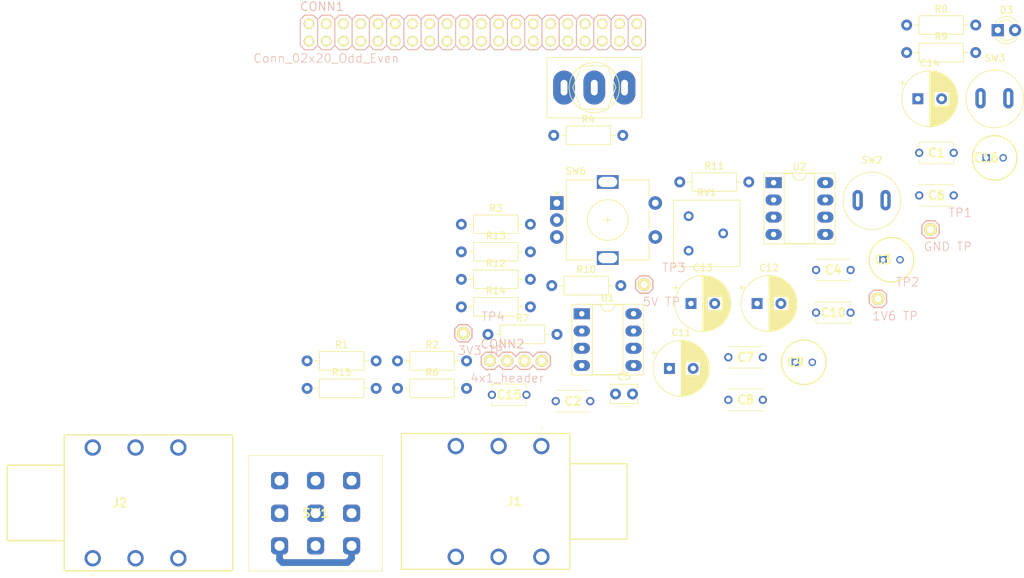
<source format=kicad_pcb>
(kicad_pcb (version 20171130) (host pcbnew "(5.1.10)-1")

  (general
    (thickness 1.6)
    (drawings 0)
    (tracks 5)
    (zones 0)
    (modules 47)
    (nets 65)
  )

  (page A4)
  (layers
    (0 F.Cu signal)
    (31 B.Cu signal)
    (32 B.Adhes user)
    (33 F.Adhes user)
    (34 B.Paste user)
    (35 F.Paste user)
    (36 B.SilkS user)
    (37 F.SilkS user)
    (38 B.Mask user)
    (39 F.Mask user)
    (40 Dwgs.User user)
    (41 Cmts.User user)
    (42 Eco1.User user)
    (43 Eco2.User user)
    (44 Edge.Cuts user)
    (45 Margin user)
    (46 B.CrtYd user)
    (47 F.CrtYd user)
    (48 B.Fab user)
    (49 F.Fab user)
  )

  (setup
    (last_trace_width 1)
    (user_trace_width 0.4064)
    (user_trace_width 1)
    (user_trace_width 2)
    (user_trace_width 8)
    (trace_clearance 0.2)
    (zone_clearance 0.508)
    (zone_45_only no)
    (trace_min 0.2)
    (via_size 0.8)
    (via_drill 0.4)
    (via_min_size 0.4)
    (via_min_drill 0.3)
    (uvia_size 0.3)
    (uvia_drill 0.1)
    (uvias_allowed no)
    (uvia_min_size 0.2)
    (uvia_min_drill 0.1)
    (edge_width 0.05)
    (segment_width 0.2)
    (pcb_text_width 0.3)
    (pcb_text_size 1.5 1.5)
    (mod_edge_width 0.12)
    (mod_text_size 1 1)
    (mod_text_width 0.15)
    (pad_size 2.52 2.52)
    (pad_drill 1.48)
    (pad_to_mask_clearance 0)
    (aux_axis_origin 0 0)
    (visible_elements 7FFFFFFF)
    (pcbplotparams
      (layerselection 0x010fc_ffffffff)
      (usegerberextensions false)
      (usegerberattributes true)
      (usegerberadvancedattributes true)
      (creategerberjobfile true)
      (excludeedgelayer true)
      (linewidth 0.100000)
      (plotframeref false)
      (viasonmask false)
      (mode 1)
      (useauxorigin false)
      (hpglpennumber 1)
      (hpglpenspeed 20)
      (hpglpendiameter 15.000000)
      (psnegative false)
      (psa4output false)
      (plotreference true)
      (plotvalue true)
      (plotinvisibletext false)
      (padsonsilk false)
      (subtractmaskfromsilk false)
      (outputformat 1)
      (mirror false)
      (drillshape 1)
      (scaleselection 1)
      (outputdirectory ""))
  )

  (net 0 "")
  (net 1 "Net-(C1-Pad1)")
  (net 2 FX_In)
  (net 3 "Net-(C2-Pad1)")
  (net 4 GND)
  (net 5 "Net-(C3-Pad1)")
  (net 6 /ADC0)
  (net 7 "Net-(C5-Pad2)")
  (net 8 "Net-(C6-Pad1)")
  (net 9 "Net-(C7-Pad1)")
  (net 10 "Net-(C8-Pad2)")
  (net 11 "Net-(C8-Pad1)")
  (net 12 FX_Out)
  (net 13 +5VA)
  (net 14 +5V)
  (net 15 +3V3)
  (net 16 +3.3VADC)
  (net 17 +1V5)
  (net 18 SDA)
  (net 19 "Net-(CONN1-Pad4)")
  (net 20 SCL)
  (net 21 "Net-(CONN1-Pad6)")
  (net 22 "Net-(CONN1-Pad7)")
  (net 23 GPIO14)
  (net 24 BCM_4)
  (net 25 GPIO15)
  (net 26 "Net-(CONN1-Pad11)")
  (net 27 PWM0)
  (net 28 "Net-(CONN1-Pad13)")
  (net 29 "Net-(CONN1-Pad14)")
  (net 30 "Net-(CONN1-Pad15)")
  (net 31 BCM_23)
  (net 32 "Net-(CONN1-Pad17)")
  (net 33 "Net-(CONN1-Pad18)")
  (net 34 SPI_MOSI)
  (net 35 "Net-(CONN1-Pad20)")
  (net 36 SPI_MISO)
  (net 37 "Net-(CONN1-Pad22)")
  (net 38 SPI_CLK)
  (net 39 SPI_CS)
  (net 40 "Net-(CONN1-Pad25)")
  (net 41 "Net-(CONN1-Pad26)")
  (net 42 "Net-(CONN1-Pad27)")
  (net 43 BCM_1)
  (net 44 "Net-(CONN1-Pad29)")
  (net 45 "Net-(CONN1-Pad30)")
  (net 46 "Net-(CONN1-Pad31)")
  (net 47 GPIO12)
  (net 48 PWM1)
  (net 49 "Net-(CONN1-Pad34)")
  (net 50 "Net-(CONN1-Pad35)")
  (net 51 GPIO16)
  (net 52 "Net-(CONN1-Pad37)")
  (net 53 GPIO20)
  (net 54 "Net-(CONN1-Pad39)")
  (net 55 "Net-(CONN1-Pad40)")
  (net 56 3.3V)
  (net 57 "Net-(D3-Pad2)")
  (net 58 "Net-(R3-Pad1)")
  (net 59 "Net-(R4-Pad2)")
  (net 60 Output_Jack)
  (net 61 /Bypass)
  (net 62 "Net-(SW1-Pad6)")
  (net 63 Input_Jack)
  (net 64 "Net-(SW4-Pad1)")

  (net_class Default "This is the default net class."
    (clearance 0.2)
    (trace_width 0.25)
    (via_dia 0.8)
    (via_drill 0.4)
    (uvia_dia 0.3)
    (uvia_drill 0.1)
  )

  (net_class User1 ""
    (clearance 0.5)
    (trace_width 1)
    (via_dia 0.8)
    (via_drill 0.4)
    (uvia_dia 0.3)
    (uvia_drill 0.1)
    (add_net +1V5)
    (add_net +3.3VADC)
    (add_net +3V3)
    (add_net +5V)
    (add_net +5VA)
    (add_net /ADC0)
    (add_net /Bypass)
    (add_net 3.3V)
    (add_net BCM_1)
    (add_net BCM_23)
    (add_net BCM_4)
    (add_net FX_In)
    (add_net FX_Out)
    (add_net GND)
    (add_net GPIO12)
    (add_net GPIO14)
    (add_net GPIO15)
    (add_net GPIO16)
    (add_net GPIO20)
    (add_net Input_Jack)
    (add_net "Net-(C1-Pad1)")
    (add_net "Net-(C2-Pad1)")
    (add_net "Net-(C3-Pad1)")
    (add_net "Net-(C5-Pad2)")
    (add_net "Net-(C6-Pad1)")
    (add_net "Net-(C7-Pad1)")
    (add_net "Net-(C8-Pad1)")
    (add_net "Net-(C8-Pad2)")
    (add_net "Net-(CONN1-Pad11)")
    (add_net "Net-(CONN1-Pad13)")
    (add_net "Net-(CONN1-Pad14)")
    (add_net "Net-(CONN1-Pad15)")
    (add_net "Net-(CONN1-Pad17)")
    (add_net "Net-(CONN1-Pad18)")
    (add_net "Net-(CONN1-Pad20)")
    (add_net "Net-(CONN1-Pad22)")
    (add_net "Net-(CONN1-Pad25)")
    (add_net "Net-(CONN1-Pad26)")
    (add_net "Net-(CONN1-Pad27)")
    (add_net "Net-(CONN1-Pad29)")
    (add_net "Net-(CONN1-Pad30)")
    (add_net "Net-(CONN1-Pad31)")
    (add_net "Net-(CONN1-Pad34)")
    (add_net "Net-(CONN1-Pad35)")
    (add_net "Net-(CONN1-Pad37)")
    (add_net "Net-(CONN1-Pad39)")
    (add_net "Net-(CONN1-Pad4)")
    (add_net "Net-(CONN1-Pad40)")
    (add_net "Net-(CONN1-Pad6)")
    (add_net "Net-(CONN1-Pad7)")
    (add_net "Net-(D3-Pad2)")
    (add_net "Net-(R3-Pad1)")
    (add_net "Net-(R4-Pad2)")
    (add_net "Net-(SW1-Pad6)")
    (add_net "Net-(SW4-Pad1)")
    (add_net Output_Jack)
    (add_net PWM0)
    (add_net PWM1)
    (add_net SCL)
    (add_net SDA)
    (add_net SPI_CLK)
    (add_net SPI_CS)
    (add_net SPI_MISO)
    (add_net SPI_MOSI)
  )

  (module SamacSys_Parts:SR211C104KARTR1 (layer F.Cu) (tedit 0) (tstamp 60B378B7)
    (at 180.065001 129.557001)
    (descr "SR21(5.08x3.175x5.08)_1")
    (tags Capacitor)
    (path /60A6B3C7)
    (fp_text reference C1 (at 2.54 0) (layer F.SilkS)
      (effects (font (size 1.27 1.27) (thickness 0.254)))
    )
    (fp_text value 100n (at 2.54 0) (layer F.SilkS) hide
      (effects (font (size 1.27 1.27) (thickness 0.254)))
    )
    (fp_line (start 5.08 1.587) (end 5.08 1) (layer F.SilkS) (width 0.1))
    (fp_line (start 0 1.587) (end 5.08 1.587) (layer F.SilkS) (width 0.1))
    (fp_line (start 0 1) (end 0 1.587) (layer F.SilkS) (width 0.1))
    (fp_line (start 5.08 -1.587) (end 5.08 -1) (layer F.SilkS) (width 0.1))
    (fp_line (start 0 -1.587) (end 5.08 -1.587) (layer F.SilkS) (width 0.1))
    (fp_line (start 0 -1) (end 0 -1.587) (layer F.SilkS) (width 0.1))
    (fp_line (start -1.605 2.587) (end -1.605 -2.587) (layer F.CrtYd) (width 0.1))
    (fp_line (start 6.685 2.587) (end -1.605 2.587) (layer F.CrtYd) (width 0.1))
    (fp_line (start 6.685 -2.587) (end 6.685 2.587) (layer F.CrtYd) (width 0.1))
    (fp_line (start -1.605 -2.587) (end 6.685 -2.587) (layer F.CrtYd) (width 0.1))
    (fp_line (start 0 1.587) (end 0 -1.587) (layer F.Fab) (width 0.2))
    (fp_line (start 5.08 1.587) (end 0 1.587) (layer F.Fab) (width 0.2))
    (fp_line (start 5.08 -1.587) (end 5.08 1.587) (layer F.Fab) (width 0.2))
    (fp_line (start 0 -1.587) (end 5.08 -1.587) (layer F.Fab) (width 0.2))
    (fp_text user %R (at 2.54 0) (layer F.Fab)
      (effects (font (size 1.27 1.27) (thickness 0.254)))
    )
    (pad 1 thru_hole circle (at 0 0) (size 1.21 1.21) (drill 0.71) (layers *.Cu *.Mask)
      (net 1 "Net-(C1-Pad1)"))
    (pad 2 thru_hole circle (at 5.08 0) (size 1.21 1.21) (drill 0.71) (layers *.Cu *.Mask)
      (net 2 FX_In))
    (model C:\Users\norma\Documents\kicad_library\SamacSys_Parts.3dshapes\SR211C104KARTR1.stp
      (at (xyz 0 0 0))
      (scale (xyz 1 1 1))
      (rotate (xyz 0 0 0))
    )
  )

  (module SamacSys_Parts:SR211C682MARTR1 (layer F.Cu) (tedit 0) (tstamp 60B378C8)
    (at 126.567001 166.107001)
    (descr SR211C682MARTR1-2)
    (tags Capacitor)
    (path /60A6DADA)
    (fp_text reference C2 (at 2.54 0) (layer F.SilkS)
      (effects (font (size 1.27 1.27) (thickness 0.254)))
    )
    (fp_text value 6.8n (at 2.54 0) (layer F.SilkS) hide
      (effects (font (size 1.27 1.27) (thickness 0.254)))
    )
    (fp_line (start 0 -1.587) (end 5.08 -1.587) (layer F.Fab) (width 0.2))
    (fp_line (start 5.08 -1.587) (end 5.08 1.587) (layer F.Fab) (width 0.2))
    (fp_line (start 5.08 1.587) (end 0 1.587) (layer F.Fab) (width 0.2))
    (fp_line (start 0 1.587) (end 0 -1.587) (layer F.Fab) (width 0.2))
    (fp_line (start -1.607 -2.587) (end 6.687 -2.587) (layer F.CrtYd) (width 0.1))
    (fp_line (start 6.687 -2.587) (end 6.687 2.587) (layer F.CrtYd) (width 0.1))
    (fp_line (start 6.687 2.587) (end -1.607 2.587) (layer F.CrtYd) (width 0.1))
    (fp_line (start -1.607 2.587) (end -1.607 -2.587) (layer F.CrtYd) (width 0.1))
    (fp_line (start 0 -1.587) (end 5.08 -1.587) (layer F.SilkS) (width 0.1))
    (fp_line (start 0 1.587) (end 5.08 1.587) (layer F.SilkS) (width 0.1))
    (fp_text user %R (at 2.54 0) (layer F.Fab)
      (effects (font (size 1.27 1.27) (thickness 0.254)))
    )
    (pad 2 thru_hole circle (at 5.08 0) (size 1.214 1.214) (drill 0.708) (layers *.Cu *.Mask)
      (net 4 GND))
    (pad 1 thru_hole circle (at 0 0) (size 1.214 1.214) (drill 0.708) (layers *.Cu *.Mask)
      (net 3 "Net-(C2-Pad1)"))
    (model C:\Users\norma\Documents\kicad_library\SamacSys_Parts.3dshapes\SR211C682MARTR1.stp
      (at (xyz 0 0 0))
      (scale (xyz 1 1 1))
      (rotate (xyz 0 0 0))
    )
  )

  (module SamacSys_Parts:CAPPRD250W50D655H800 (layer F.Cu) (tedit 0) (tstamp 60B378D1)
    (at 174.745001 145.295001)
    (descr ECE-A1EKA4R7)
    (tags "Capacitor Polarised")
    (path /60AAB2D4)
    (fp_text reference C3 (at 0 0) (layer F.SilkS)
      (effects (font (size 1.27 1.27) (thickness 0.254)))
    )
    (fp_text value 4.7µ (at 0 0) (layer F.SilkS) hide
      (effects (font (size 1.27 1.27) (thickness 0.254)))
    )
    (fp_circle (center 1.25 0) (end 1.25 3.275) (layer F.SilkS) (width 0.2))
    (fp_circle (center 1.25 0) (end 1.25 3.275) (layer F.Fab) (width 0.1))
    (fp_text user %R (at 0 0) (layer F.Fab)
      (effects (font (size 1.27 1.27) (thickness 0.254)))
    )
    (pad 2 thru_hole circle (at 2.5 0) (size 1.1 1.1) (drill 0.7) (layers *.Cu *.Mask)
      (net 4 GND))
    (pad 1 thru_hole rect (at 0 0) (size 1.1 1.1) (drill 0.7) (layers *.Cu *.Mask)
      (net 5 "Net-(C3-Pad1)"))
    (model C:\Users\norma\Documents\kicad_library\SamacSys_Parts.3dshapes\ECE-A1EKA4R7.stp
      (at (xyz 0 0 0))
      (scale (xyz 1 1 1))
      (rotate (xyz 0 0 0))
    )
  )

  (module SamacSys_Parts:SR211C682MARTR1 (layer F.Cu) (tedit 0) (tstamp 60B378E2)
    (at 164.887001 146.807001)
    (descr SR211C682MARTR1-2)
    (tags Capacitor)
    (path /60CB20D1)
    (fp_text reference C4 (at 2.54 0) (layer F.SilkS)
      (effects (font (size 1.27 1.27) (thickness 0.254)))
    )
    (fp_text value 6.8n (at 2.54 0) (layer F.SilkS) hide
      (effects (font (size 1.27 1.27) (thickness 0.254)))
    )
    (fp_line (start 0 1.587) (end 5.08 1.587) (layer F.SilkS) (width 0.1))
    (fp_line (start 0 -1.587) (end 5.08 -1.587) (layer F.SilkS) (width 0.1))
    (fp_line (start -1.607 2.587) (end -1.607 -2.587) (layer F.CrtYd) (width 0.1))
    (fp_line (start 6.687 2.587) (end -1.607 2.587) (layer F.CrtYd) (width 0.1))
    (fp_line (start 6.687 -2.587) (end 6.687 2.587) (layer F.CrtYd) (width 0.1))
    (fp_line (start -1.607 -2.587) (end 6.687 -2.587) (layer F.CrtYd) (width 0.1))
    (fp_line (start 0 1.587) (end 0 -1.587) (layer F.Fab) (width 0.2))
    (fp_line (start 5.08 1.587) (end 0 1.587) (layer F.Fab) (width 0.2))
    (fp_line (start 5.08 -1.587) (end 5.08 1.587) (layer F.Fab) (width 0.2))
    (fp_line (start 0 -1.587) (end 5.08 -1.587) (layer F.Fab) (width 0.2))
    (fp_text user %R (at 2.54 0) (layer F.Fab)
      (effects (font (size 1.27 1.27) (thickness 0.254)))
    )
    (pad 1 thru_hole circle (at 0 0) (size 1.214 1.214) (drill 0.708) (layers *.Cu *.Mask)
      (net 6 /ADC0))
    (pad 2 thru_hole circle (at 5.08 0) (size 1.214 1.214) (drill 0.708) (layers *.Cu *.Mask)
      (net 4 GND))
    (model C:\Users\norma\Documents\kicad_library\SamacSys_Parts.3dshapes\SR211C682MARTR1.stp
      (at (xyz 0 0 0))
      (scale (xyz 1 1 1))
      (rotate (xyz 0 0 0))
    )
  )

  (module Capacitor_THT:C_Disc_D3.8mm_W2.6mm_P2.50mm (layer F.Cu) (tedit 5AE50EF0) (tstamp 60B378F7)
    (at 135.375001 165.045001)
    (descr "C, Disc series, Radial, pin pitch=2.50mm, , diameter*width=3.8*2.6mm^2, Capacitor, http://www.vishay.com/docs/45233/krseries.pdf")
    (tags "C Disc series Radial pin pitch 2.50mm  diameter 3.8mm width 2.6mm Capacitor")
    (path /60A97B46)
    (fp_text reference C5 (at 1.25 -2.55) (layer F.SilkS)
      (effects (font (size 1 1) (thickness 0.15)))
    )
    (fp_text value 270p (at 1.25 2.55) (layer F.Fab)
      (effects (font (size 1 1) (thickness 0.15)))
    )
    (fp_line (start 3.55 -1.55) (end -1.05 -1.55) (layer F.CrtYd) (width 0.05))
    (fp_line (start 3.55 1.55) (end 3.55 -1.55) (layer F.CrtYd) (width 0.05))
    (fp_line (start -1.05 1.55) (end 3.55 1.55) (layer F.CrtYd) (width 0.05))
    (fp_line (start -1.05 -1.55) (end -1.05 1.55) (layer F.CrtYd) (width 0.05))
    (fp_line (start 3.27 0.795) (end 3.27 1.42) (layer F.SilkS) (width 0.12))
    (fp_line (start 3.27 -1.42) (end 3.27 -0.795) (layer F.SilkS) (width 0.12))
    (fp_line (start -0.77 0.795) (end -0.77 1.42) (layer F.SilkS) (width 0.12))
    (fp_line (start -0.77 -1.42) (end -0.77 -0.795) (layer F.SilkS) (width 0.12))
    (fp_line (start -0.77 1.42) (end 3.27 1.42) (layer F.SilkS) (width 0.12))
    (fp_line (start -0.77 -1.42) (end 3.27 -1.42) (layer F.SilkS) (width 0.12))
    (fp_line (start 3.15 -1.3) (end -0.65 -1.3) (layer F.Fab) (width 0.1))
    (fp_line (start 3.15 1.3) (end 3.15 -1.3) (layer F.Fab) (width 0.1))
    (fp_line (start -0.65 1.3) (end 3.15 1.3) (layer F.Fab) (width 0.1))
    (fp_line (start -0.65 -1.3) (end -0.65 1.3) (layer F.Fab) (width 0.1))
    (fp_text user %R (at 1.25 0) (layer F.Fab)
      (effects (font (size 0.76 0.76) (thickness 0.114)))
    )
    (pad 1 thru_hole circle (at 0 0) (size 1.6 1.6) (drill 0.8) (layers *.Cu *.Mask)
      (net 6 /ADC0))
    (pad 2 thru_hole circle (at 2.5 0) (size 1.6 1.6) (drill 0.8) (layers *.Cu *.Mask)
      (net 7 "Net-(C5-Pad2)"))
    (model ${KISYS3DMOD}/Capacitor_THT.3dshapes/C_Disc_D3.8mm_W2.6mm_P2.50mm.wrl
      (at (xyz 0 0 0))
      (scale (xyz 1 1 1))
      (rotate (xyz 0 0 0))
    )
  )

  (module SamacSys_Parts:SR211C682MARTR1 (layer F.Cu) (tedit 0) (tstamp 60B37908)
    (at 180.067001 135.827001)
    (descr SR211C682MARTR1-2)
    (tags Capacitor)
    (path /60A61052)
    (fp_text reference C6 (at 2.54 0) (layer F.SilkS)
      (effects (font (size 1.27 1.27) (thickness 0.254)))
    )
    (fp_text value 6.8n (at 2.54 0) (layer F.SilkS) hide
      (effects (font (size 1.27 1.27) (thickness 0.254)))
    )
    (fp_line (start 0 1.587) (end 5.08 1.587) (layer F.SilkS) (width 0.1))
    (fp_line (start 0 -1.587) (end 5.08 -1.587) (layer F.SilkS) (width 0.1))
    (fp_line (start -1.607 2.587) (end -1.607 -2.587) (layer F.CrtYd) (width 0.1))
    (fp_line (start 6.687 2.587) (end -1.607 2.587) (layer F.CrtYd) (width 0.1))
    (fp_line (start 6.687 -2.587) (end 6.687 2.587) (layer F.CrtYd) (width 0.1))
    (fp_line (start -1.607 -2.587) (end 6.687 -2.587) (layer F.CrtYd) (width 0.1))
    (fp_line (start 0 1.587) (end 0 -1.587) (layer F.Fab) (width 0.2))
    (fp_line (start 5.08 1.587) (end 0 1.587) (layer F.Fab) (width 0.2))
    (fp_line (start 5.08 -1.587) (end 5.08 1.587) (layer F.Fab) (width 0.2))
    (fp_line (start 0 -1.587) (end 5.08 -1.587) (layer F.Fab) (width 0.2))
    (fp_text user %R (at 2.54 0) (layer F.Fab)
      (effects (font (size 1.27 1.27) (thickness 0.254)))
    )
    (pad 1 thru_hole circle (at 0 0) (size 1.214 1.214) (drill 0.708) (layers *.Cu *.Mask)
      (net 8 "Net-(C6-Pad1)"))
    (pad 2 thru_hole circle (at 5.08 0) (size 1.214 1.214) (drill 0.708) (layers *.Cu *.Mask)
      (net 4 GND))
    (model C:\Users\norma\Documents\kicad_library\SamacSys_Parts.3dshapes\SR211C682MARTR1.stp
      (at (xyz 0 0 0))
      (scale (xyz 1 1 1))
      (rotate (xyz 0 0 0))
    )
  )

  (module SamacSys_Parts:SR211C682MARTR1 (layer F.Cu) (tedit 0) (tstamp 60B37919)
    (at 151.977001 159.647001)
    (descr SR211C682MARTR1-2)
    (tags Capacitor)
    (path /60A6254B)
    (fp_text reference C7 (at 2.54 0) (layer F.SilkS)
      (effects (font (size 1.27 1.27) (thickness 0.254)))
    )
    (fp_text value 6.8n (at 2.54 0) (layer F.SilkS) hide
      (effects (font (size 1.27 1.27) (thickness 0.254)))
    )
    (fp_line (start 0 -1.587) (end 5.08 -1.587) (layer F.Fab) (width 0.2))
    (fp_line (start 5.08 -1.587) (end 5.08 1.587) (layer F.Fab) (width 0.2))
    (fp_line (start 5.08 1.587) (end 0 1.587) (layer F.Fab) (width 0.2))
    (fp_line (start 0 1.587) (end 0 -1.587) (layer F.Fab) (width 0.2))
    (fp_line (start -1.607 -2.587) (end 6.687 -2.587) (layer F.CrtYd) (width 0.1))
    (fp_line (start 6.687 -2.587) (end 6.687 2.587) (layer F.CrtYd) (width 0.1))
    (fp_line (start 6.687 2.587) (end -1.607 2.587) (layer F.CrtYd) (width 0.1))
    (fp_line (start -1.607 2.587) (end -1.607 -2.587) (layer F.CrtYd) (width 0.1))
    (fp_line (start 0 -1.587) (end 5.08 -1.587) (layer F.SilkS) (width 0.1))
    (fp_line (start 0 1.587) (end 5.08 1.587) (layer F.SilkS) (width 0.1))
    (fp_text user %R (at 2.54 0) (layer F.Fab)
      (effects (font (size 1.27 1.27) (thickness 0.254)))
    )
    (pad 2 thru_hole circle (at 5.08 0) (size 1.214 1.214) (drill 0.708) (layers *.Cu *.Mask)
      (net 4 GND))
    (pad 1 thru_hole circle (at 0 0) (size 1.214 1.214) (drill 0.708) (layers *.Cu *.Mask)
      (net 9 "Net-(C7-Pad1)"))
    (model C:\Users\norma\Documents\kicad_library\SamacSys_Parts.3dshapes\SR211C682MARTR1.stp
      (at (xyz 0 0 0))
      (scale (xyz 1 1 1))
      (rotate (xyz 0 0 0))
    )
  )

  (module SamacSys_Parts:SR211C682MARTR1 (layer F.Cu) (tedit 0) (tstamp 60B3792A)
    (at 151.977001 165.917001)
    (descr SR211C682MARTR1-2)
    (tags Capacitor)
    (path /60AA7AEA)
    (fp_text reference C8 (at 2.54 0) (layer F.SilkS)
      (effects (font (size 1.27 1.27) (thickness 0.254)))
    )
    (fp_text value 6.8n (at 2.54 0) (layer F.SilkS) hide
      (effects (font (size 1.27 1.27) (thickness 0.254)))
    )
    (fp_line (start 0 1.587) (end 5.08 1.587) (layer F.SilkS) (width 0.1))
    (fp_line (start 0 -1.587) (end 5.08 -1.587) (layer F.SilkS) (width 0.1))
    (fp_line (start -1.607 2.587) (end -1.607 -2.587) (layer F.CrtYd) (width 0.1))
    (fp_line (start 6.687 2.587) (end -1.607 2.587) (layer F.CrtYd) (width 0.1))
    (fp_line (start 6.687 -2.587) (end 6.687 2.587) (layer F.CrtYd) (width 0.1))
    (fp_line (start -1.607 -2.587) (end 6.687 -2.587) (layer F.CrtYd) (width 0.1))
    (fp_line (start 0 1.587) (end 0 -1.587) (layer F.Fab) (width 0.2))
    (fp_line (start 5.08 1.587) (end 0 1.587) (layer F.Fab) (width 0.2))
    (fp_line (start 5.08 -1.587) (end 5.08 1.587) (layer F.Fab) (width 0.2))
    (fp_line (start 0 -1.587) (end 5.08 -1.587) (layer F.Fab) (width 0.2))
    (fp_text user %R (at 2.54 0) (layer F.Fab)
      (effects (font (size 1.27 1.27) (thickness 0.254)))
    )
    (pad 1 thru_hole circle (at 0 0) (size 1.214 1.214) (drill 0.708) (layers *.Cu *.Mask)
      (net 11 "Net-(C8-Pad1)"))
    (pad 2 thru_hole circle (at 5.08 0) (size 1.214 1.214) (drill 0.708) (layers *.Cu *.Mask)
      (net 10 "Net-(C8-Pad2)"))
    (model C:\Users\norma\Documents\kicad_library\SamacSys_Parts.3dshapes\SR211C682MARTR1.stp
      (at (xyz 0 0 0))
      (scale (xyz 1 1 1))
      (rotate (xyz 0 0 0))
    )
  )

  (module SamacSys_Parts:CAPPRD250W50D655H800 (layer F.Cu) (tedit 0) (tstamp 60B37933)
    (at 161.835001 160.385001)
    (descr ECE-A1EKA4R7)
    (tags "Capacitor Polarised")
    (path /60AAEEB2)
    (fp_text reference C9 (at 0 0) (layer F.SilkS)
      (effects (font (size 1.27 1.27) (thickness 0.254)))
    )
    (fp_text value 4.7µ (at 0 0) (layer F.SilkS) hide
      (effects (font (size 1.27 1.27) (thickness 0.254)))
    )
    (fp_circle (center 1.25 0) (end 1.25 3.275) (layer F.Fab) (width 0.1))
    (fp_circle (center 1.25 0) (end 1.25 3.275) (layer F.SilkS) (width 0.2))
    (fp_text user %R (at 0 0) (layer F.Fab)
      (effects (font (size 1.27 1.27) (thickness 0.254)))
    )
    (pad 1 thru_hole rect (at 0 0) (size 1.1 1.1) (drill 0.7) (layers *.Cu *.Mask)
      (net 11 "Net-(C8-Pad1)"))
    (pad 2 thru_hole circle (at 2.5 0) (size 1.1 1.1) (drill 0.7) (layers *.Cu *.Mask)
      (net 12 FX_Out))
    (model C:\Users\norma\Documents\kicad_library\SamacSys_Parts.3dshapes\ECE-A1EKA4R7.stp
      (at (xyz 0 0 0))
      (scale (xyz 1 1 1))
      (rotate (xyz 0 0 0))
    )
  )

  (module SamacSys_Parts:SR211C104KARTR1 (layer F.Cu) (tedit 0) (tstamp 60B37948)
    (at 164.885001 153.077001)
    (descr "SR21(5.08x3.175x5.08)_1")
    (tags Capacitor)
    (path /60AC72E6)
    (fp_text reference C10 (at 2.54 0) (layer F.SilkS)
      (effects (font (size 1.27 1.27) (thickness 0.254)))
    )
    (fp_text value 100n (at 2.54 0) (layer F.SilkS) hide
      (effects (font (size 1.27 1.27) (thickness 0.254)))
    )
    (fp_line (start 0 -1.587) (end 5.08 -1.587) (layer F.Fab) (width 0.2))
    (fp_line (start 5.08 -1.587) (end 5.08 1.587) (layer F.Fab) (width 0.2))
    (fp_line (start 5.08 1.587) (end 0 1.587) (layer F.Fab) (width 0.2))
    (fp_line (start 0 1.587) (end 0 -1.587) (layer F.Fab) (width 0.2))
    (fp_line (start -1.605 -2.587) (end 6.685 -2.587) (layer F.CrtYd) (width 0.1))
    (fp_line (start 6.685 -2.587) (end 6.685 2.587) (layer F.CrtYd) (width 0.1))
    (fp_line (start 6.685 2.587) (end -1.605 2.587) (layer F.CrtYd) (width 0.1))
    (fp_line (start -1.605 2.587) (end -1.605 -2.587) (layer F.CrtYd) (width 0.1))
    (fp_line (start 0 -1) (end 0 -1.587) (layer F.SilkS) (width 0.1))
    (fp_line (start 0 -1.587) (end 5.08 -1.587) (layer F.SilkS) (width 0.1))
    (fp_line (start 5.08 -1.587) (end 5.08 -1) (layer F.SilkS) (width 0.1))
    (fp_line (start 0 1) (end 0 1.587) (layer F.SilkS) (width 0.1))
    (fp_line (start 0 1.587) (end 5.08 1.587) (layer F.SilkS) (width 0.1))
    (fp_line (start 5.08 1.587) (end 5.08 1) (layer F.SilkS) (width 0.1))
    (fp_text user %R (at 2.54 0) (layer F.Fab)
      (effects (font (size 1.27 1.27) (thickness 0.254)))
    )
    (pad 2 thru_hole circle (at 5.08 0) (size 1.21 1.21) (drill 0.71) (layers *.Cu *.Mask)
      (net 4 GND))
    (pad 1 thru_hole circle (at 0 0) (size 1.21 1.21) (drill 0.71) (layers *.Cu *.Mask)
      (net 13 +5VA))
    (model C:\Users\norma\Documents\kicad_library\SamacSys_Parts.3dshapes\SR211C104KARTR1.stp
      (at (xyz 0 0 0))
      (scale (xyz 1 1 1))
      (rotate (xyz 0 0 0))
    )
  )

  (module Capacitor_THT:CP_Radial_D8.0mm_P3.50mm (layer F.Cu) (tedit 5AE50EF0) (tstamp 60B379F1)
    (at 143.299699 161.285001)
    (descr "CP, Radial series, Radial, pin pitch=3.50mm, , diameter=8mm, Electrolytic Capacitor")
    (tags "CP Radial series Radial pin pitch 3.50mm  diameter 8mm Electrolytic Capacitor")
    (path /60ABF9C5)
    (fp_text reference C11 (at 1.75 -5.25) (layer F.SilkS)
      (effects (font (size 1 1) (thickness 0.15)))
    )
    (fp_text value 220µ (at 1.75 5.25) (layer F.Fab)
      (effects (font (size 1 1) (thickness 0.15)))
    )
    (fp_circle (center 1.75 0) (end 5.75 0) (layer F.Fab) (width 0.1))
    (fp_circle (center 1.75 0) (end 5.87 0) (layer F.SilkS) (width 0.12))
    (fp_circle (center 1.75 0) (end 6 0) (layer F.CrtYd) (width 0.05))
    (fp_line (start -1.676759 -1.7475) (end -0.876759 -1.7475) (layer F.Fab) (width 0.1))
    (fp_line (start -1.276759 -2.1475) (end -1.276759 -1.3475) (layer F.Fab) (width 0.1))
    (fp_line (start 1.75 -4.08) (end 1.75 4.08) (layer F.SilkS) (width 0.12))
    (fp_line (start 1.79 -4.08) (end 1.79 4.08) (layer F.SilkS) (width 0.12))
    (fp_line (start 1.83 -4.08) (end 1.83 4.08) (layer F.SilkS) (width 0.12))
    (fp_line (start 1.87 -4.079) (end 1.87 4.079) (layer F.SilkS) (width 0.12))
    (fp_line (start 1.91 -4.077) (end 1.91 4.077) (layer F.SilkS) (width 0.12))
    (fp_line (start 1.95 -4.076) (end 1.95 4.076) (layer F.SilkS) (width 0.12))
    (fp_line (start 1.99 -4.074) (end 1.99 4.074) (layer F.SilkS) (width 0.12))
    (fp_line (start 2.03 -4.071) (end 2.03 4.071) (layer F.SilkS) (width 0.12))
    (fp_line (start 2.07 -4.068) (end 2.07 4.068) (layer F.SilkS) (width 0.12))
    (fp_line (start 2.11 -4.065) (end 2.11 4.065) (layer F.SilkS) (width 0.12))
    (fp_line (start 2.15 -4.061) (end 2.15 4.061) (layer F.SilkS) (width 0.12))
    (fp_line (start 2.19 -4.057) (end 2.19 4.057) (layer F.SilkS) (width 0.12))
    (fp_line (start 2.23 -4.052) (end 2.23 4.052) (layer F.SilkS) (width 0.12))
    (fp_line (start 2.27 -4.048) (end 2.27 4.048) (layer F.SilkS) (width 0.12))
    (fp_line (start 2.31 -4.042) (end 2.31 4.042) (layer F.SilkS) (width 0.12))
    (fp_line (start 2.35 -4.037) (end 2.35 4.037) (layer F.SilkS) (width 0.12))
    (fp_line (start 2.39 -4.03) (end 2.39 4.03) (layer F.SilkS) (width 0.12))
    (fp_line (start 2.43 -4.024) (end 2.43 4.024) (layer F.SilkS) (width 0.12))
    (fp_line (start 2.471 -4.017) (end 2.471 -1.04) (layer F.SilkS) (width 0.12))
    (fp_line (start 2.471 1.04) (end 2.471 4.017) (layer F.SilkS) (width 0.12))
    (fp_line (start 2.511 -4.01) (end 2.511 -1.04) (layer F.SilkS) (width 0.12))
    (fp_line (start 2.511 1.04) (end 2.511 4.01) (layer F.SilkS) (width 0.12))
    (fp_line (start 2.551 -4.002) (end 2.551 -1.04) (layer F.SilkS) (width 0.12))
    (fp_line (start 2.551 1.04) (end 2.551 4.002) (layer F.SilkS) (width 0.12))
    (fp_line (start 2.591 -3.994) (end 2.591 -1.04) (layer F.SilkS) (width 0.12))
    (fp_line (start 2.591 1.04) (end 2.591 3.994) (layer F.SilkS) (width 0.12))
    (fp_line (start 2.631 -3.985) (end 2.631 -1.04) (layer F.SilkS) (width 0.12))
    (fp_line (start 2.631 1.04) (end 2.631 3.985) (layer F.SilkS) (width 0.12))
    (fp_line (start 2.671 -3.976) (end 2.671 -1.04) (layer F.SilkS) (width 0.12))
    (fp_line (start 2.671 1.04) (end 2.671 3.976) (layer F.SilkS) (width 0.12))
    (fp_line (start 2.711 -3.967) (end 2.711 -1.04) (layer F.SilkS) (width 0.12))
    (fp_line (start 2.711 1.04) (end 2.711 3.967) (layer F.SilkS) (width 0.12))
    (fp_line (start 2.751 -3.957) (end 2.751 -1.04) (layer F.SilkS) (width 0.12))
    (fp_line (start 2.751 1.04) (end 2.751 3.957) (layer F.SilkS) (width 0.12))
    (fp_line (start 2.791 -3.947) (end 2.791 -1.04) (layer F.SilkS) (width 0.12))
    (fp_line (start 2.791 1.04) (end 2.791 3.947) (layer F.SilkS) (width 0.12))
    (fp_line (start 2.831 -3.936) (end 2.831 -1.04) (layer F.SilkS) (width 0.12))
    (fp_line (start 2.831 1.04) (end 2.831 3.936) (layer F.SilkS) (width 0.12))
    (fp_line (start 2.871 -3.925) (end 2.871 -1.04) (layer F.SilkS) (width 0.12))
    (fp_line (start 2.871 1.04) (end 2.871 3.925) (layer F.SilkS) (width 0.12))
    (fp_line (start 2.911 -3.914) (end 2.911 -1.04) (layer F.SilkS) (width 0.12))
    (fp_line (start 2.911 1.04) (end 2.911 3.914) (layer F.SilkS) (width 0.12))
    (fp_line (start 2.951 -3.902) (end 2.951 -1.04) (layer F.SilkS) (width 0.12))
    (fp_line (start 2.951 1.04) (end 2.951 3.902) (layer F.SilkS) (width 0.12))
    (fp_line (start 2.991 -3.889) (end 2.991 -1.04) (layer F.SilkS) (width 0.12))
    (fp_line (start 2.991 1.04) (end 2.991 3.889) (layer F.SilkS) (width 0.12))
    (fp_line (start 3.031 -3.877) (end 3.031 -1.04) (layer F.SilkS) (width 0.12))
    (fp_line (start 3.031 1.04) (end 3.031 3.877) (layer F.SilkS) (width 0.12))
    (fp_line (start 3.071 -3.863) (end 3.071 -1.04) (layer F.SilkS) (width 0.12))
    (fp_line (start 3.071 1.04) (end 3.071 3.863) (layer F.SilkS) (width 0.12))
    (fp_line (start 3.111 -3.85) (end 3.111 -1.04) (layer F.SilkS) (width 0.12))
    (fp_line (start 3.111 1.04) (end 3.111 3.85) (layer F.SilkS) (width 0.12))
    (fp_line (start 3.151 -3.835) (end 3.151 -1.04) (layer F.SilkS) (width 0.12))
    (fp_line (start 3.151 1.04) (end 3.151 3.835) (layer F.SilkS) (width 0.12))
    (fp_line (start 3.191 -3.821) (end 3.191 -1.04) (layer F.SilkS) (width 0.12))
    (fp_line (start 3.191 1.04) (end 3.191 3.821) (layer F.SilkS) (width 0.12))
    (fp_line (start 3.231 -3.805) (end 3.231 -1.04) (layer F.SilkS) (width 0.12))
    (fp_line (start 3.231 1.04) (end 3.231 3.805) (layer F.SilkS) (width 0.12))
    (fp_line (start 3.271 -3.79) (end 3.271 -1.04) (layer F.SilkS) (width 0.12))
    (fp_line (start 3.271 1.04) (end 3.271 3.79) (layer F.SilkS) (width 0.12))
    (fp_line (start 3.311 -3.774) (end 3.311 -1.04) (layer F.SilkS) (width 0.12))
    (fp_line (start 3.311 1.04) (end 3.311 3.774) (layer F.SilkS) (width 0.12))
    (fp_line (start 3.351 -3.757) (end 3.351 -1.04) (layer F.SilkS) (width 0.12))
    (fp_line (start 3.351 1.04) (end 3.351 3.757) (layer F.SilkS) (width 0.12))
    (fp_line (start 3.391 -3.74) (end 3.391 -1.04) (layer F.SilkS) (width 0.12))
    (fp_line (start 3.391 1.04) (end 3.391 3.74) (layer F.SilkS) (width 0.12))
    (fp_line (start 3.431 -3.722) (end 3.431 -1.04) (layer F.SilkS) (width 0.12))
    (fp_line (start 3.431 1.04) (end 3.431 3.722) (layer F.SilkS) (width 0.12))
    (fp_line (start 3.471 -3.704) (end 3.471 -1.04) (layer F.SilkS) (width 0.12))
    (fp_line (start 3.471 1.04) (end 3.471 3.704) (layer F.SilkS) (width 0.12))
    (fp_line (start 3.511 -3.686) (end 3.511 -1.04) (layer F.SilkS) (width 0.12))
    (fp_line (start 3.511 1.04) (end 3.511 3.686) (layer F.SilkS) (width 0.12))
    (fp_line (start 3.551 -3.666) (end 3.551 -1.04) (layer F.SilkS) (width 0.12))
    (fp_line (start 3.551 1.04) (end 3.551 3.666) (layer F.SilkS) (width 0.12))
    (fp_line (start 3.591 -3.647) (end 3.591 -1.04) (layer F.SilkS) (width 0.12))
    (fp_line (start 3.591 1.04) (end 3.591 3.647) (layer F.SilkS) (width 0.12))
    (fp_line (start 3.631 -3.627) (end 3.631 -1.04) (layer F.SilkS) (width 0.12))
    (fp_line (start 3.631 1.04) (end 3.631 3.627) (layer F.SilkS) (width 0.12))
    (fp_line (start 3.671 -3.606) (end 3.671 -1.04) (layer F.SilkS) (width 0.12))
    (fp_line (start 3.671 1.04) (end 3.671 3.606) (layer F.SilkS) (width 0.12))
    (fp_line (start 3.711 -3.584) (end 3.711 -1.04) (layer F.SilkS) (width 0.12))
    (fp_line (start 3.711 1.04) (end 3.711 3.584) (layer F.SilkS) (width 0.12))
    (fp_line (start 3.751 -3.562) (end 3.751 -1.04) (layer F.SilkS) (width 0.12))
    (fp_line (start 3.751 1.04) (end 3.751 3.562) (layer F.SilkS) (width 0.12))
    (fp_line (start 3.791 -3.54) (end 3.791 -1.04) (layer F.SilkS) (width 0.12))
    (fp_line (start 3.791 1.04) (end 3.791 3.54) (layer F.SilkS) (width 0.12))
    (fp_line (start 3.831 -3.517) (end 3.831 -1.04) (layer F.SilkS) (width 0.12))
    (fp_line (start 3.831 1.04) (end 3.831 3.517) (layer F.SilkS) (width 0.12))
    (fp_line (start 3.871 -3.493) (end 3.871 -1.04) (layer F.SilkS) (width 0.12))
    (fp_line (start 3.871 1.04) (end 3.871 3.493) (layer F.SilkS) (width 0.12))
    (fp_line (start 3.911 -3.469) (end 3.911 -1.04) (layer F.SilkS) (width 0.12))
    (fp_line (start 3.911 1.04) (end 3.911 3.469) (layer F.SilkS) (width 0.12))
    (fp_line (start 3.951 -3.444) (end 3.951 -1.04) (layer F.SilkS) (width 0.12))
    (fp_line (start 3.951 1.04) (end 3.951 3.444) (layer F.SilkS) (width 0.12))
    (fp_line (start 3.991 -3.418) (end 3.991 -1.04) (layer F.SilkS) (width 0.12))
    (fp_line (start 3.991 1.04) (end 3.991 3.418) (layer F.SilkS) (width 0.12))
    (fp_line (start 4.031 -3.392) (end 4.031 -1.04) (layer F.SilkS) (width 0.12))
    (fp_line (start 4.031 1.04) (end 4.031 3.392) (layer F.SilkS) (width 0.12))
    (fp_line (start 4.071 -3.365) (end 4.071 -1.04) (layer F.SilkS) (width 0.12))
    (fp_line (start 4.071 1.04) (end 4.071 3.365) (layer F.SilkS) (width 0.12))
    (fp_line (start 4.111 -3.338) (end 4.111 -1.04) (layer F.SilkS) (width 0.12))
    (fp_line (start 4.111 1.04) (end 4.111 3.338) (layer F.SilkS) (width 0.12))
    (fp_line (start 4.151 -3.309) (end 4.151 -1.04) (layer F.SilkS) (width 0.12))
    (fp_line (start 4.151 1.04) (end 4.151 3.309) (layer F.SilkS) (width 0.12))
    (fp_line (start 4.191 -3.28) (end 4.191 -1.04) (layer F.SilkS) (width 0.12))
    (fp_line (start 4.191 1.04) (end 4.191 3.28) (layer F.SilkS) (width 0.12))
    (fp_line (start 4.231 -3.25) (end 4.231 -1.04) (layer F.SilkS) (width 0.12))
    (fp_line (start 4.231 1.04) (end 4.231 3.25) (layer F.SilkS) (width 0.12))
    (fp_line (start 4.271 -3.22) (end 4.271 -1.04) (layer F.SilkS) (width 0.12))
    (fp_line (start 4.271 1.04) (end 4.271 3.22) (layer F.SilkS) (width 0.12))
    (fp_line (start 4.311 -3.189) (end 4.311 -1.04) (layer F.SilkS) (width 0.12))
    (fp_line (start 4.311 1.04) (end 4.311 3.189) (layer F.SilkS) (width 0.12))
    (fp_line (start 4.351 -3.156) (end 4.351 -1.04) (layer F.SilkS) (width 0.12))
    (fp_line (start 4.351 1.04) (end 4.351 3.156) (layer F.SilkS) (width 0.12))
    (fp_line (start 4.391 -3.124) (end 4.391 -1.04) (layer F.SilkS) (width 0.12))
    (fp_line (start 4.391 1.04) (end 4.391 3.124) (layer F.SilkS) (width 0.12))
    (fp_line (start 4.431 -3.09) (end 4.431 -1.04) (layer F.SilkS) (width 0.12))
    (fp_line (start 4.431 1.04) (end 4.431 3.09) (layer F.SilkS) (width 0.12))
    (fp_line (start 4.471 -3.055) (end 4.471 -1.04) (layer F.SilkS) (width 0.12))
    (fp_line (start 4.471 1.04) (end 4.471 3.055) (layer F.SilkS) (width 0.12))
    (fp_line (start 4.511 -3.019) (end 4.511 -1.04) (layer F.SilkS) (width 0.12))
    (fp_line (start 4.511 1.04) (end 4.511 3.019) (layer F.SilkS) (width 0.12))
    (fp_line (start 4.551 -2.983) (end 4.551 2.983) (layer F.SilkS) (width 0.12))
    (fp_line (start 4.591 -2.945) (end 4.591 2.945) (layer F.SilkS) (width 0.12))
    (fp_line (start 4.631 -2.907) (end 4.631 2.907) (layer F.SilkS) (width 0.12))
    (fp_line (start 4.671 -2.867) (end 4.671 2.867) (layer F.SilkS) (width 0.12))
    (fp_line (start 4.711 -2.826) (end 4.711 2.826) (layer F.SilkS) (width 0.12))
    (fp_line (start 4.751 -2.784) (end 4.751 2.784) (layer F.SilkS) (width 0.12))
    (fp_line (start 4.791 -2.741) (end 4.791 2.741) (layer F.SilkS) (width 0.12))
    (fp_line (start 4.831 -2.697) (end 4.831 2.697) (layer F.SilkS) (width 0.12))
    (fp_line (start 4.871 -2.651) (end 4.871 2.651) (layer F.SilkS) (width 0.12))
    (fp_line (start 4.911 -2.604) (end 4.911 2.604) (layer F.SilkS) (width 0.12))
    (fp_line (start 4.951 -2.556) (end 4.951 2.556) (layer F.SilkS) (width 0.12))
    (fp_line (start 4.991 -2.505) (end 4.991 2.505) (layer F.SilkS) (width 0.12))
    (fp_line (start 5.031 -2.454) (end 5.031 2.454) (layer F.SilkS) (width 0.12))
    (fp_line (start 5.071 -2.4) (end 5.071 2.4) (layer F.SilkS) (width 0.12))
    (fp_line (start 5.111 -2.345) (end 5.111 2.345) (layer F.SilkS) (width 0.12))
    (fp_line (start 5.151 -2.287) (end 5.151 2.287) (layer F.SilkS) (width 0.12))
    (fp_line (start 5.191 -2.228) (end 5.191 2.228) (layer F.SilkS) (width 0.12))
    (fp_line (start 5.231 -2.166) (end 5.231 2.166) (layer F.SilkS) (width 0.12))
    (fp_line (start 5.271 -2.102) (end 5.271 2.102) (layer F.SilkS) (width 0.12))
    (fp_line (start 5.311 -2.034) (end 5.311 2.034) (layer F.SilkS) (width 0.12))
    (fp_line (start 5.351 -1.964) (end 5.351 1.964) (layer F.SilkS) (width 0.12))
    (fp_line (start 5.391 -1.89) (end 5.391 1.89) (layer F.SilkS) (width 0.12))
    (fp_line (start 5.431 -1.813) (end 5.431 1.813) (layer F.SilkS) (width 0.12))
    (fp_line (start 5.471 -1.731) (end 5.471 1.731) (layer F.SilkS) (width 0.12))
    (fp_line (start 5.511 -1.645) (end 5.511 1.645) (layer F.SilkS) (width 0.12))
    (fp_line (start 5.551 -1.552) (end 5.551 1.552) (layer F.SilkS) (width 0.12))
    (fp_line (start 5.591 -1.453) (end 5.591 1.453) (layer F.SilkS) (width 0.12))
    (fp_line (start 5.631 -1.346) (end 5.631 1.346) (layer F.SilkS) (width 0.12))
    (fp_line (start 5.671 -1.229) (end 5.671 1.229) (layer F.SilkS) (width 0.12))
    (fp_line (start 5.711 -1.098) (end 5.711 1.098) (layer F.SilkS) (width 0.12))
    (fp_line (start 5.751 -0.948) (end 5.751 0.948) (layer F.SilkS) (width 0.12))
    (fp_line (start 5.791 -0.768) (end 5.791 0.768) (layer F.SilkS) (width 0.12))
    (fp_line (start 5.831 -0.533) (end 5.831 0.533) (layer F.SilkS) (width 0.12))
    (fp_line (start -2.659698 -2.315) (end -1.859698 -2.315) (layer F.SilkS) (width 0.12))
    (fp_line (start -2.259698 -2.715) (end -2.259698 -1.915) (layer F.SilkS) (width 0.12))
    (fp_text user %R (at 1.75 0) (layer F.Fab)
      (effects (font (size 1 1) (thickness 0.15)))
    )
    (pad 2 thru_hole circle (at 3.5 0) (size 1.6 1.6) (drill 0.8) (layers *.Cu *.Mask)
      (net 4 GND))
    (pad 1 thru_hole rect (at 0 0) (size 1.6 1.6) (drill 0.8) (layers *.Cu *.Mask)
      (net 14 +5V))
    (model ${KISYS3DMOD}/Capacitor_THT.3dshapes/CP_Radial_D8.0mm_P3.50mm.wrl
      (at (xyz 0 0 0))
      (scale (xyz 1 1 1))
      (rotate (xyz 0 0 0))
    )
  )

  (module Capacitor_THT:CP_Radial_D8.0mm_P3.50mm (layer F.Cu) (tedit 5AE50EF0) (tstamp 60B37A9A)
    (at 156.209699 151.735001)
    (descr "CP, Radial series, Radial, pin pitch=3.50mm, , diameter=8mm, Electrolytic Capacitor")
    (tags "CP Radial series Radial pin pitch 3.50mm  diameter 8mm Electrolytic Capacitor")
    (path /60AC1476)
    (fp_text reference C12 (at 1.75 -5.25) (layer F.SilkS)
      (effects (font (size 1 1) (thickness 0.15)))
    )
    (fp_text value 220µ (at 1.75 5.25) (layer F.Fab)
      (effects (font (size 1 1) (thickness 0.15)))
    )
    (fp_line (start -2.259698 -2.715) (end -2.259698 -1.915) (layer F.SilkS) (width 0.12))
    (fp_line (start -2.659698 -2.315) (end -1.859698 -2.315) (layer F.SilkS) (width 0.12))
    (fp_line (start 5.831 -0.533) (end 5.831 0.533) (layer F.SilkS) (width 0.12))
    (fp_line (start 5.791 -0.768) (end 5.791 0.768) (layer F.SilkS) (width 0.12))
    (fp_line (start 5.751 -0.948) (end 5.751 0.948) (layer F.SilkS) (width 0.12))
    (fp_line (start 5.711 -1.098) (end 5.711 1.098) (layer F.SilkS) (width 0.12))
    (fp_line (start 5.671 -1.229) (end 5.671 1.229) (layer F.SilkS) (width 0.12))
    (fp_line (start 5.631 -1.346) (end 5.631 1.346) (layer F.SilkS) (width 0.12))
    (fp_line (start 5.591 -1.453) (end 5.591 1.453) (layer F.SilkS) (width 0.12))
    (fp_line (start 5.551 -1.552) (end 5.551 1.552) (layer F.SilkS) (width 0.12))
    (fp_line (start 5.511 -1.645) (end 5.511 1.645) (layer F.SilkS) (width 0.12))
    (fp_line (start 5.471 -1.731) (end 5.471 1.731) (layer F.SilkS) (width 0.12))
    (fp_line (start 5.431 -1.813) (end 5.431 1.813) (layer F.SilkS) (width 0.12))
    (fp_line (start 5.391 -1.89) (end 5.391 1.89) (layer F.SilkS) (width 0.12))
    (fp_line (start 5.351 -1.964) (end 5.351 1.964) (layer F.SilkS) (width 0.12))
    (fp_line (start 5.311 -2.034) (end 5.311 2.034) (layer F.SilkS) (width 0.12))
    (fp_line (start 5.271 -2.102) (end 5.271 2.102) (layer F.SilkS) (width 0.12))
    (fp_line (start 5.231 -2.166) (end 5.231 2.166) (layer F.SilkS) (width 0.12))
    (fp_line (start 5.191 -2.228) (end 5.191 2.228) (layer F.SilkS) (width 0.12))
    (fp_line (start 5.151 -2.287) (end 5.151 2.287) (layer F.SilkS) (width 0.12))
    (fp_line (start 5.111 -2.345) (end 5.111 2.345) (layer F.SilkS) (width 0.12))
    (fp_line (start 5.071 -2.4) (end 5.071 2.4) (layer F.SilkS) (width 0.12))
    (fp_line (start 5.031 -2.454) (end 5.031 2.454) (layer F.SilkS) (width 0.12))
    (fp_line (start 4.991 -2.505) (end 4.991 2.505) (layer F.SilkS) (width 0.12))
    (fp_line (start 4.951 -2.556) (end 4.951 2.556) (layer F.SilkS) (width 0.12))
    (fp_line (start 4.911 -2.604) (end 4.911 2.604) (layer F.SilkS) (width 0.12))
    (fp_line (start 4.871 -2.651) (end 4.871 2.651) (layer F.SilkS) (width 0.12))
    (fp_line (start 4.831 -2.697) (end 4.831 2.697) (layer F.SilkS) (width 0.12))
    (fp_line (start 4.791 -2.741) (end 4.791 2.741) (layer F.SilkS) (width 0.12))
    (fp_line (start 4.751 -2.784) (end 4.751 2.784) (layer F.SilkS) (width 0.12))
    (fp_line (start 4.711 -2.826) (end 4.711 2.826) (layer F.SilkS) (width 0.12))
    (fp_line (start 4.671 -2.867) (end 4.671 2.867) (layer F.SilkS) (width 0.12))
    (fp_line (start 4.631 -2.907) (end 4.631 2.907) (layer F.SilkS) (width 0.12))
    (fp_line (start 4.591 -2.945) (end 4.591 2.945) (layer F.SilkS) (width 0.12))
    (fp_line (start 4.551 -2.983) (end 4.551 2.983) (layer F.SilkS) (width 0.12))
    (fp_line (start 4.511 1.04) (end 4.511 3.019) (layer F.SilkS) (width 0.12))
    (fp_line (start 4.511 -3.019) (end 4.511 -1.04) (layer F.SilkS) (width 0.12))
    (fp_line (start 4.471 1.04) (end 4.471 3.055) (layer F.SilkS) (width 0.12))
    (fp_line (start 4.471 -3.055) (end 4.471 -1.04) (layer F.SilkS) (width 0.12))
    (fp_line (start 4.431 1.04) (end 4.431 3.09) (layer F.SilkS) (width 0.12))
    (fp_line (start 4.431 -3.09) (end 4.431 -1.04) (layer F.SilkS) (width 0.12))
    (fp_line (start 4.391 1.04) (end 4.391 3.124) (layer F.SilkS) (width 0.12))
    (fp_line (start 4.391 -3.124) (end 4.391 -1.04) (layer F.SilkS) (width 0.12))
    (fp_line (start 4.351 1.04) (end 4.351 3.156) (layer F.SilkS) (width 0.12))
    (fp_line (start 4.351 -3.156) (end 4.351 -1.04) (layer F.SilkS) (width 0.12))
    (fp_line (start 4.311 1.04) (end 4.311 3.189) (layer F.SilkS) (width 0.12))
    (fp_line (start 4.311 -3.189) (end 4.311 -1.04) (layer F.SilkS) (width 0.12))
    (fp_line (start 4.271 1.04) (end 4.271 3.22) (layer F.SilkS) (width 0.12))
    (fp_line (start 4.271 -3.22) (end 4.271 -1.04) (layer F.SilkS) (width 0.12))
    (fp_line (start 4.231 1.04) (end 4.231 3.25) (layer F.SilkS) (width 0.12))
    (fp_line (start 4.231 -3.25) (end 4.231 -1.04) (layer F.SilkS) (width 0.12))
    (fp_line (start 4.191 1.04) (end 4.191 3.28) (layer F.SilkS) (width 0.12))
    (fp_line (start 4.191 -3.28) (end 4.191 -1.04) (layer F.SilkS) (width 0.12))
    (fp_line (start 4.151 1.04) (end 4.151 3.309) (layer F.SilkS) (width 0.12))
    (fp_line (start 4.151 -3.309) (end 4.151 -1.04) (layer F.SilkS) (width 0.12))
    (fp_line (start 4.111 1.04) (end 4.111 3.338) (layer F.SilkS) (width 0.12))
    (fp_line (start 4.111 -3.338) (end 4.111 -1.04) (layer F.SilkS) (width 0.12))
    (fp_line (start 4.071 1.04) (end 4.071 3.365) (layer F.SilkS) (width 0.12))
    (fp_line (start 4.071 -3.365) (end 4.071 -1.04) (layer F.SilkS) (width 0.12))
    (fp_line (start 4.031 1.04) (end 4.031 3.392) (layer F.SilkS) (width 0.12))
    (fp_line (start 4.031 -3.392) (end 4.031 -1.04) (layer F.SilkS) (width 0.12))
    (fp_line (start 3.991 1.04) (end 3.991 3.418) (layer F.SilkS) (width 0.12))
    (fp_line (start 3.991 -3.418) (end 3.991 -1.04) (layer F.SilkS) (width 0.12))
    (fp_line (start 3.951 1.04) (end 3.951 3.444) (layer F.SilkS) (width 0.12))
    (fp_line (start 3.951 -3.444) (end 3.951 -1.04) (layer F.SilkS) (width 0.12))
    (fp_line (start 3.911 1.04) (end 3.911 3.469) (layer F.SilkS) (width 0.12))
    (fp_line (start 3.911 -3.469) (end 3.911 -1.04) (layer F.SilkS) (width 0.12))
    (fp_line (start 3.871 1.04) (end 3.871 3.493) (layer F.SilkS) (width 0.12))
    (fp_line (start 3.871 -3.493) (end 3.871 -1.04) (layer F.SilkS) (width 0.12))
    (fp_line (start 3.831 1.04) (end 3.831 3.517) (layer F.SilkS) (width 0.12))
    (fp_line (start 3.831 -3.517) (end 3.831 -1.04) (layer F.SilkS) (width 0.12))
    (fp_line (start 3.791 1.04) (end 3.791 3.54) (layer F.SilkS) (width 0.12))
    (fp_line (start 3.791 -3.54) (end 3.791 -1.04) (layer F.SilkS) (width 0.12))
    (fp_line (start 3.751 1.04) (end 3.751 3.562) (layer F.SilkS) (width 0.12))
    (fp_line (start 3.751 -3.562) (end 3.751 -1.04) (layer F.SilkS) (width 0.12))
    (fp_line (start 3.711 1.04) (end 3.711 3.584) (layer F.SilkS) (width 0.12))
    (fp_line (start 3.711 -3.584) (end 3.711 -1.04) (layer F.SilkS) (width 0.12))
    (fp_line (start 3.671 1.04) (end 3.671 3.606) (layer F.SilkS) (width 0.12))
    (fp_line (start 3.671 -3.606) (end 3.671 -1.04) (layer F.SilkS) (width 0.12))
    (fp_line (start 3.631 1.04) (end 3.631 3.627) (layer F.SilkS) (width 0.12))
    (fp_line (start 3.631 -3.627) (end 3.631 -1.04) (layer F.SilkS) (width 0.12))
    (fp_line (start 3.591 1.04) (end 3.591 3.647) (layer F.SilkS) (width 0.12))
    (fp_line (start 3.591 -3.647) (end 3.591 -1.04) (layer F.SilkS) (width 0.12))
    (fp_line (start 3.551 1.04) (end 3.551 3.666) (layer F.SilkS) (width 0.12))
    (fp_line (start 3.551 -3.666) (end 3.551 -1.04) (layer F.SilkS) (width 0.12))
    (fp_line (start 3.511 1.04) (end 3.511 3.686) (layer F.SilkS) (width 0.12))
    (fp_line (start 3.511 -3.686) (end 3.511 -1.04) (layer F.SilkS) (width 0.12))
    (fp_line (start 3.471 1.04) (end 3.471 3.704) (layer F.SilkS) (width 0.12))
    (fp_line (start 3.471 -3.704) (end 3.471 -1.04) (layer F.SilkS) (width 0.12))
    (fp_line (start 3.431 1.04) (end 3.431 3.722) (layer F.SilkS) (width 0.12))
    (fp_line (start 3.431 -3.722) (end 3.431 -1.04) (layer F.SilkS) (width 0.12))
    (fp_line (start 3.391 1.04) (end 3.391 3.74) (layer F.SilkS) (width 0.12))
    (fp_line (start 3.391 -3.74) (end 3.391 -1.04) (layer F.SilkS) (width 0.12))
    (fp_line (start 3.351 1.04) (end 3.351 3.757) (layer F.SilkS) (width 0.12))
    (fp_line (start 3.351 -3.757) (end 3.351 -1.04) (layer F.SilkS) (width 0.12))
    (fp_line (start 3.311 1.04) (end 3.311 3.774) (layer F.SilkS) (width 0.12))
    (fp_line (start 3.311 -3.774) (end 3.311 -1.04) (layer F.SilkS) (width 0.12))
    (fp_line (start 3.271 1.04) (end 3.271 3.79) (layer F.SilkS) (width 0.12))
    (fp_line (start 3.271 -3.79) (end 3.271 -1.04) (layer F.SilkS) (width 0.12))
    (fp_line (start 3.231 1.04) (end 3.231 3.805) (layer F.SilkS) (width 0.12))
    (fp_line (start 3.231 -3.805) (end 3.231 -1.04) (layer F.SilkS) (width 0.12))
    (fp_line (start 3.191 1.04) (end 3.191 3.821) (layer F.SilkS) (width 0.12))
    (fp_line (start 3.191 -3.821) (end 3.191 -1.04) (layer F.SilkS) (width 0.12))
    (fp_line (start 3.151 1.04) (end 3.151 3.835) (layer F.SilkS) (width 0.12))
    (fp_line (start 3.151 -3.835) (end 3.151 -1.04) (layer F.SilkS) (width 0.12))
    (fp_line (start 3.111 1.04) (end 3.111 3.85) (layer F.SilkS) (width 0.12))
    (fp_line (start 3.111 -3.85) (end 3.111 -1.04) (layer F.SilkS) (width 0.12))
    (fp_line (start 3.071 1.04) (end 3.071 3.863) (layer F.SilkS) (width 0.12))
    (fp_line (start 3.071 -3.863) (end 3.071 -1.04) (layer F.SilkS) (width 0.12))
    (fp_line (start 3.031 1.04) (end 3.031 3.877) (layer F.SilkS) (width 0.12))
    (fp_line (start 3.031 -3.877) (end 3.031 -1.04) (layer F.SilkS) (width 0.12))
    (fp_line (start 2.991 1.04) (end 2.991 3.889) (layer F.SilkS) (width 0.12))
    (fp_line (start 2.991 -3.889) (end 2.991 -1.04) (layer F.SilkS) (width 0.12))
    (fp_line (start 2.951 1.04) (end 2.951 3.902) (layer F.SilkS) (width 0.12))
    (fp_line (start 2.951 -3.902) (end 2.951 -1.04) (layer F.SilkS) (width 0.12))
    (fp_line (start 2.911 1.04) (end 2.911 3.914) (layer F.SilkS) (width 0.12))
    (fp_line (start 2.911 -3.914) (end 2.911 -1.04) (layer F.SilkS) (width 0.12))
    (fp_line (start 2.871 1.04) (end 2.871 3.925) (layer F.SilkS) (width 0.12))
    (fp_line (start 2.871 -3.925) (end 2.871 -1.04) (layer F.SilkS) (width 0.12))
    (fp_line (start 2.831 1.04) (end 2.831 3.936) (layer F.SilkS) (width 0.12))
    (fp_line (start 2.831 -3.936) (end 2.831 -1.04) (layer F.SilkS) (width 0.12))
    (fp_line (start 2.791 1.04) (end 2.791 3.947) (layer F.SilkS) (width 0.12))
    (fp_line (start 2.791 -3.947) (end 2.791 -1.04) (layer F.SilkS) (width 0.12))
    (fp_line (start 2.751 1.04) (end 2.751 3.957) (layer F.SilkS) (width 0.12))
    (fp_line (start 2.751 -3.957) (end 2.751 -1.04) (layer F.SilkS) (width 0.12))
    (fp_line (start 2.711 1.04) (end 2.711 3.967) (layer F.SilkS) (width 0.12))
    (fp_line (start 2.711 -3.967) (end 2.711 -1.04) (layer F.SilkS) (width 0.12))
    (fp_line (start 2.671 1.04) (end 2.671 3.976) (layer F.SilkS) (width 0.12))
    (fp_line (start 2.671 -3.976) (end 2.671 -1.04) (layer F.SilkS) (width 0.12))
    (fp_line (start 2.631 1.04) (end 2.631 3.985) (layer F.SilkS) (width 0.12))
    (fp_line (start 2.631 -3.985) (end 2.631 -1.04) (layer F.SilkS) (width 0.12))
    (fp_line (start 2.591 1.04) (end 2.591 3.994) (layer F.SilkS) (width 0.12))
    (fp_line (start 2.591 -3.994) (end 2.591 -1.04) (layer F.SilkS) (width 0.12))
    (fp_line (start 2.551 1.04) (end 2.551 4.002) (layer F.SilkS) (width 0.12))
    (fp_line (start 2.551 -4.002) (end 2.551 -1.04) (layer F.SilkS) (width 0.12))
    (fp_line (start 2.511 1.04) (end 2.511 4.01) (layer F.SilkS) (width 0.12))
    (fp_line (start 2.511 -4.01) (end 2.511 -1.04) (layer F.SilkS) (width 0.12))
    (fp_line (start 2.471 1.04) (end 2.471 4.017) (layer F.SilkS) (width 0.12))
    (fp_line (start 2.471 -4.017) (end 2.471 -1.04) (layer F.SilkS) (width 0.12))
    (fp_line (start 2.43 -4.024) (end 2.43 4.024) (layer F.SilkS) (width 0.12))
    (fp_line (start 2.39 -4.03) (end 2.39 4.03) (layer F.SilkS) (width 0.12))
    (fp_line (start 2.35 -4.037) (end 2.35 4.037) (layer F.SilkS) (width 0.12))
    (fp_line (start 2.31 -4.042) (end 2.31 4.042) (layer F.SilkS) (width 0.12))
    (fp_line (start 2.27 -4.048) (end 2.27 4.048) (layer F.SilkS) (width 0.12))
    (fp_line (start 2.23 -4.052) (end 2.23 4.052) (layer F.SilkS) (width 0.12))
    (fp_line (start 2.19 -4.057) (end 2.19 4.057) (layer F.SilkS) (width 0.12))
    (fp_line (start 2.15 -4.061) (end 2.15 4.061) (layer F.SilkS) (width 0.12))
    (fp_line (start 2.11 -4.065) (end 2.11 4.065) (layer F.SilkS) (width 0.12))
    (fp_line (start 2.07 -4.068) (end 2.07 4.068) (layer F.SilkS) (width 0.12))
    (fp_line (start 2.03 -4.071) (end 2.03 4.071) (layer F.SilkS) (width 0.12))
    (fp_line (start 1.99 -4.074) (end 1.99 4.074) (layer F.SilkS) (width 0.12))
    (fp_line (start 1.95 -4.076) (end 1.95 4.076) (layer F.SilkS) (width 0.12))
    (fp_line (start 1.91 -4.077) (end 1.91 4.077) (layer F.SilkS) (width 0.12))
    (fp_line (start 1.87 -4.079) (end 1.87 4.079) (layer F.SilkS) (width 0.12))
    (fp_line (start 1.83 -4.08) (end 1.83 4.08) (layer F.SilkS) (width 0.12))
    (fp_line (start 1.79 -4.08) (end 1.79 4.08) (layer F.SilkS) (width 0.12))
    (fp_line (start 1.75 -4.08) (end 1.75 4.08) (layer F.SilkS) (width 0.12))
    (fp_line (start -1.276759 -2.1475) (end -1.276759 -1.3475) (layer F.Fab) (width 0.1))
    (fp_line (start -1.676759 -1.7475) (end -0.876759 -1.7475) (layer F.Fab) (width 0.1))
    (fp_circle (center 1.75 0) (end 6 0) (layer F.CrtYd) (width 0.05))
    (fp_circle (center 1.75 0) (end 5.87 0) (layer F.SilkS) (width 0.12))
    (fp_circle (center 1.75 0) (end 5.75 0) (layer F.Fab) (width 0.1))
    (fp_text user %R (at 1.75 0) (layer F.Fab)
      (effects (font (size 1 1) (thickness 0.15)))
    )
    (pad 1 thru_hole rect (at 0 0) (size 1.6 1.6) (drill 0.8) (layers *.Cu *.Mask)
      (net 13 +5VA))
    (pad 2 thru_hole circle (at 3.5 0) (size 1.6 1.6) (drill 0.8) (layers *.Cu *.Mask)
      (net 4 GND))
    (model ${KISYS3DMOD}/Capacitor_THT.3dshapes/CP_Radial_D8.0mm_P3.50mm.wrl
      (at (xyz 0 0 0))
      (scale (xyz 1 1 1))
      (rotate (xyz 0 0 0))
    )
  )

  (module Capacitor_THT:CP_Radial_D8.0mm_P3.50mm (layer F.Cu) (tedit 5AE50EF0) (tstamp 60B37B43)
    (at 146.469699 151.735001)
    (descr "CP, Radial series, Radial, pin pitch=3.50mm, , diameter=8mm, Electrolytic Capacitor")
    (tags "CP Radial series Radial pin pitch 3.50mm  diameter 8mm Electrolytic Capacitor")
    (path /60AD64C4)
    (fp_text reference C13 (at 1.75 -5.25) (layer F.SilkS)
      (effects (font (size 1 1) (thickness 0.15)))
    )
    (fp_text value 220µ (at 1.75 5.25) (layer F.Fab)
      (effects (font (size 1 1) (thickness 0.15)))
    )
    (fp_circle (center 1.75 0) (end 5.75 0) (layer F.Fab) (width 0.1))
    (fp_circle (center 1.75 0) (end 5.87 0) (layer F.SilkS) (width 0.12))
    (fp_circle (center 1.75 0) (end 6 0) (layer F.CrtYd) (width 0.05))
    (fp_line (start -1.676759 -1.7475) (end -0.876759 -1.7475) (layer F.Fab) (width 0.1))
    (fp_line (start -1.276759 -2.1475) (end -1.276759 -1.3475) (layer F.Fab) (width 0.1))
    (fp_line (start 1.75 -4.08) (end 1.75 4.08) (layer F.SilkS) (width 0.12))
    (fp_line (start 1.79 -4.08) (end 1.79 4.08) (layer F.SilkS) (width 0.12))
    (fp_line (start 1.83 -4.08) (end 1.83 4.08) (layer F.SilkS) (width 0.12))
    (fp_line (start 1.87 -4.079) (end 1.87 4.079) (layer F.SilkS) (width 0.12))
    (fp_line (start 1.91 -4.077) (end 1.91 4.077) (layer F.SilkS) (width 0.12))
    (fp_line (start 1.95 -4.076) (end 1.95 4.076) (layer F.SilkS) (width 0.12))
    (fp_line (start 1.99 -4.074) (end 1.99 4.074) (layer F.SilkS) (width 0.12))
    (fp_line (start 2.03 -4.071) (end 2.03 4.071) (layer F.SilkS) (width 0.12))
    (fp_line (start 2.07 -4.068) (end 2.07 4.068) (layer F.SilkS) (width 0.12))
    (fp_line (start 2.11 -4.065) (end 2.11 4.065) (layer F.SilkS) (width 0.12))
    (fp_line (start 2.15 -4.061) (end 2.15 4.061) (layer F.SilkS) (width 0.12))
    (fp_line (start 2.19 -4.057) (end 2.19 4.057) (layer F.SilkS) (width 0.12))
    (fp_line (start 2.23 -4.052) (end 2.23 4.052) (layer F.SilkS) (width 0.12))
    (fp_line (start 2.27 -4.048) (end 2.27 4.048) (layer F.SilkS) (width 0.12))
    (fp_line (start 2.31 -4.042) (end 2.31 4.042) (layer F.SilkS) (width 0.12))
    (fp_line (start 2.35 -4.037) (end 2.35 4.037) (layer F.SilkS) (width 0.12))
    (fp_line (start 2.39 -4.03) (end 2.39 4.03) (layer F.SilkS) (width 0.12))
    (fp_line (start 2.43 -4.024) (end 2.43 4.024) (layer F.SilkS) (width 0.12))
    (fp_line (start 2.471 -4.017) (end 2.471 -1.04) (layer F.SilkS) (width 0.12))
    (fp_line (start 2.471 1.04) (end 2.471 4.017) (layer F.SilkS) (width 0.12))
    (fp_line (start 2.511 -4.01) (end 2.511 -1.04) (layer F.SilkS) (width 0.12))
    (fp_line (start 2.511 1.04) (end 2.511 4.01) (layer F.SilkS) (width 0.12))
    (fp_line (start 2.551 -4.002) (end 2.551 -1.04) (layer F.SilkS) (width 0.12))
    (fp_line (start 2.551 1.04) (end 2.551 4.002) (layer F.SilkS) (width 0.12))
    (fp_line (start 2.591 -3.994) (end 2.591 -1.04) (layer F.SilkS) (width 0.12))
    (fp_line (start 2.591 1.04) (end 2.591 3.994) (layer F.SilkS) (width 0.12))
    (fp_line (start 2.631 -3.985) (end 2.631 -1.04) (layer F.SilkS) (width 0.12))
    (fp_line (start 2.631 1.04) (end 2.631 3.985) (layer F.SilkS) (width 0.12))
    (fp_line (start 2.671 -3.976) (end 2.671 -1.04) (layer F.SilkS) (width 0.12))
    (fp_line (start 2.671 1.04) (end 2.671 3.976) (layer F.SilkS) (width 0.12))
    (fp_line (start 2.711 -3.967) (end 2.711 -1.04) (layer F.SilkS) (width 0.12))
    (fp_line (start 2.711 1.04) (end 2.711 3.967) (layer F.SilkS) (width 0.12))
    (fp_line (start 2.751 -3.957) (end 2.751 -1.04) (layer F.SilkS) (width 0.12))
    (fp_line (start 2.751 1.04) (end 2.751 3.957) (layer F.SilkS) (width 0.12))
    (fp_line (start 2.791 -3.947) (end 2.791 -1.04) (layer F.SilkS) (width 0.12))
    (fp_line (start 2.791 1.04) (end 2.791 3.947) (layer F.SilkS) (width 0.12))
    (fp_line (start 2.831 -3.936) (end 2.831 -1.04) (layer F.SilkS) (width 0.12))
    (fp_line (start 2.831 1.04) (end 2.831 3.936) (layer F.SilkS) (width 0.12))
    (fp_line (start 2.871 -3.925) (end 2.871 -1.04) (layer F.SilkS) (width 0.12))
    (fp_line (start 2.871 1.04) (end 2.871 3.925) (layer F.SilkS) (width 0.12))
    (fp_line (start 2.911 -3.914) (end 2.911 -1.04) (layer F.SilkS) (width 0.12))
    (fp_line (start 2.911 1.04) (end 2.911 3.914) (layer F.SilkS) (width 0.12))
    (fp_line (start 2.951 -3.902) (end 2.951 -1.04) (layer F.SilkS) (width 0.12))
    (fp_line (start 2.951 1.04) (end 2.951 3.902) (layer F.SilkS) (width 0.12))
    (fp_line (start 2.991 -3.889) (end 2.991 -1.04) (layer F.SilkS) (width 0.12))
    (fp_line (start 2.991 1.04) (end 2.991 3.889) (layer F.SilkS) (width 0.12))
    (fp_line (start 3.031 -3.877) (end 3.031 -1.04) (layer F.SilkS) (width 0.12))
    (fp_line (start 3.031 1.04) (end 3.031 3.877) (layer F.SilkS) (width 0.12))
    (fp_line (start 3.071 -3.863) (end 3.071 -1.04) (layer F.SilkS) (width 0.12))
    (fp_line (start 3.071 1.04) (end 3.071 3.863) (layer F.SilkS) (width 0.12))
    (fp_line (start 3.111 -3.85) (end 3.111 -1.04) (layer F.SilkS) (width 0.12))
    (fp_line (start 3.111 1.04) (end 3.111 3.85) (layer F.SilkS) (width 0.12))
    (fp_line (start 3.151 -3.835) (end 3.151 -1.04) (layer F.SilkS) (width 0.12))
    (fp_line (start 3.151 1.04) (end 3.151 3.835) (layer F.SilkS) (width 0.12))
    (fp_line (start 3.191 -3.821) (end 3.191 -1.04) (layer F.SilkS) (width 0.12))
    (fp_line (start 3.191 1.04) (end 3.191 3.821) (layer F.SilkS) (width 0.12))
    (fp_line (start 3.231 -3.805) (end 3.231 -1.04) (layer F.SilkS) (width 0.12))
    (fp_line (start 3.231 1.04) (end 3.231 3.805) (layer F.SilkS) (width 0.12))
    (fp_line (start 3.271 -3.79) (end 3.271 -1.04) (layer F.SilkS) (width 0.12))
    (fp_line (start 3.271 1.04) (end 3.271 3.79) (layer F.SilkS) (width 0.12))
    (fp_line (start 3.311 -3.774) (end 3.311 -1.04) (layer F.SilkS) (width 0.12))
    (fp_line (start 3.311 1.04) (end 3.311 3.774) (layer F.SilkS) (width 0.12))
    (fp_line (start 3.351 -3.757) (end 3.351 -1.04) (layer F.SilkS) (width 0.12))
    (fp_line (start 3.351 1.04) (end 3.351 3.757) (layer F.SilkS) (width 0.12))
    (fp_line (start 3.391 -3.74) (end 3.391 -1.04) (layer F.SilkS) (width 0.12))
    (fp_line (start 3.391 1.04) (end 3.391 3.74) (layer F.SilkS) (width 0.12))
    (fp_line (start 3.431 -3.722) (end 3.431 -1.04) (layer F.SilkS) (width 0.12))
    (fp_line (start 3.431 1.04) (end 3.431 3.722) (layer F.SilkS) (width 0.12))
    (fp_line (start 3.471 -3.704) (end 3.471 -1.04) (layer F.SilkS) (width 0.12))
    (fp_line (start 3.471 1.04) (end 3.471 3.704) (layer F.SilkS) (width 0.12))
    (fp_line (start 3.511 -3.686) (end 3.511 -1.04) (layer F.SilkS) (width 0.12))
    (fp_line (start 3.511 1.04) (end 3.511 3.686) (layer F.SilkS) (width 0.12))
    (fp_line (start 3.551 -3.666) (end 3.551 -1.04) (layer F.SilkS) (width 0.12))
    (fp_line (start 3.551 1.04) (end 3.551 3.666) (layer F.SilkS) (width 0.12))
    (fp_line (start 3.591 -3.647) (end 3.591 -1.04) (layer F.SilkS) (width 0.12))
    (fp_line (start 3.591 1.04) (end 3.591 3.647) (layer F.SilkS) (width 0.12))
    (fp_line (start 3.631 -3.627) (end 3.631 -1.04) (layer F.SilkS) (width 0.12))
    (fp_line (start 3.631 1.04) (end 3.631 3.627) (layer F.SilkS) (width 0.12))
    (fp_line (start 3.671 -3.606) (end 3.671 -1.04) (layer F.SilkS) (width 0.12))
    (fp_line (start 3.671 1.04) (end 3.671 3.606) (layer F.SilkS) (width 0.12))
    (fp_line (start 3.711 -3.584) (end 3.711 -1.04) (layer F.SilkS) (width 0.12))
    (fp_line (start 3.711 1.04) (end 3.711 3.584) (layer F.SilkS) (width 0.12))
    (fp_line (start 3.751 -3.562) (end 3.751 -1.04) (layer F.SilkS) (width 0.12))
    (fp_line (start 3.751 1.04) (end 3.751 3.562) (layer F.SilkS) (width 0.12))
    (fp_line (start 3.791 -3.54) (end 3.791 -1.04) (layer F.SilkS) (width 0.12))
    (fp_line (start 3.791 1.04) (end 3.791 3.54) (layer F.SilkS) (width 0.12))
    (fp_line (start 3.831 -3.517) (end 3.831 -1.04) (layer F.SilkS) (width 0.12))
    (fp_line (start 3.831 1.04) (end 3.831 3.517) (layer F.SilkS) (width 0.12))
    (fp_line (start 3.871 -3.493) (end 3.871 -1.04) (layer F.SilkS) (width 0.12))
    (fp_line (start 3.871 1.04) (end 3.871 3.493) (layer F.SilkS) (width 0.12))
    (fp_line (start 3.911 -3.469) (end 3.911 -1.04) (layer F.SilkS) (width 0.12))
    (fp_line (start 3.911 1.04) (end 3.911 3.469) (layer F.SilkS) (width 0.12))
    (fp_line (start 3.951 -3.444) (end 3.951 -1.04) (layer F.SilkS) (width 0.12))
    (fp_line (start 3.951 1.04) (end 3.951 3.444) (layer F.SilkS) (width 0.12))
    (fp_line (start 3.991 -3.418) (end 3.991 -1.04) (layer F.SilkS) (width 0.12))
    (fp_line (start 3.991 1.04) (end 3.991 3.418) (layer F.SilkS) (width 0.12))
    (fp_line (start 4.031 -3.392) (end 4.031 -1.04) (layer F.SilkS) (width 0.12))
    (fp_line (start 4.031 1.04) (end 4.031 3.392) (layer F.SilkS) (width 0.12))
    (fp_line (start 4.071 -3.365) (end 4.071 -1.04) (layer F.SilkS) (width 0.12))
    (fp_line (start 4.071 1.04) (end 4.071 3.365) (layer F.SilkS) (width 0.12))
    (fp_line (start 4.111 -3.338) (end 4.111 -1.04) (layer F.SilkS) (width 0.12))
    (fp_line (start 4.111 1.04) (end 4.111 3.338) (layer F.SilkS) (width 0.12))
    (fp_line (start 4.151 -3.309) (end 4.151 -1.04) (layer F.SilkS) (width 0.12))
    (fp_line (start 4.151 1.04) (end 4.151 3.309) (layer F.SilkS) (width 0.12))
    (fp_line (start 4.191 -3.28) (end 4.191 -1.04) (layer F.SilkS) (width 0.12))
    (fp_line (start 4.191 1.04) (end 4.191 3.28) (layer F.SilkS) (width 0.12))
    (fp_line (start 4.231 -3.25) (end 4.231 -1.04) (layer F.SilkS) (width 0.12))
    (fp_line (start 4.231 1.04) (end 4.231 3.25) (layer F.SilkS) (width 0.12))
    (fp_line (start 4.271 -3.22) (end 4.271 -1.04) (layer F.SilkS) (width 0.12))
    (fp_line (start 4.271 1.04) (end 4.271 3.22) (layer F.SilkS) (width 0.12))
    (fp_line (start 4.311 -3.189) (end 4.311 -1.04) (layer F.SilkS) (width 0.12))
    (fp_line (start 4.311 1.04) (end 4.311 3.189) (layer F.SilkS) (width 0.12))
    (fp_line (start 4.351 -3.156) (end 4.351 -1.04) (layer F.SilkS) (width 0.12))
    (fp_line (start 4.351 1.04) (end 4.351 3.156) (layer F.SilkS) (width 0.12))
    (fp_line (start 4.391 -3.124) (end 4.391 -1.04) (layer F.SilkS) (width 0.12))
    (fp_line (start 4.391 1.04) (end 4.391 3.124) (layer F.SilkS) (width 0.12))
    (fp_line (start 4.431 -3.09) (end 4.431 -1.04) (layer F.SilkS) (width 0.12))
    (fp_line (start 4.431 1.04) (end 4.431 3.09) (layer F.SilkS) (width 0.12))
    (fp_line (start 4.471 -3.055) (end 4.471 -1.04) (layer F.SilkS) (width 0.12))
    (fp_line (start 4.471 1.04) (end 4.471 3.055) (layer F.SilkS) (width 0.12))
    (fp_line (start 4.511 -3.019) (end 4.511 -1.04) (layer F.SilkS) (width 0.12))
    (fp_line (start 4.511 1.04) (end 4.511 3.019) (layer F.SilkS) (width 0.12))
    (fp_line (start 4.551 -2.983) (end 4.551 2.983) (layer F.SilkS) (width 0.12))
    (fp_line (start 4.591 -2.945) (end 4.591 2.945) (layer F.SilkS) (width 0.12))
    (fp_line (start 4.631 -2.907) (end 4.631 2.907) (layer F.SilkS) (width 0.12))
    (fp_line (start 4.671 -2.867) (end 4.671 2.867) (layer F.SilkS) (width 0.12))
    (fp_line (start 4.711 -2.826) (end 4.711 2.826) (layer F.SilkS) (width 0.12))
    (fp_line (start 4.751 -2.784) (end 4.751 2.784) (layer F.SilkS) (width 0.12))
    (fp_line (start 4.791 -2.741) (end 4.791 2.741) (layer F.SilkS) (width 0.12))
    (fp_line (start 4.831 -2.697) (end 4.831 2.697) (layer F.SilkS) (width 0.12))
    (fp_line (start 4.871 -2.651) (end 4.871 2.651) (layer F.SilkS) (width 0.12))
    (fp_line (start 4.911 -2.604) (end 4.911 2.604) (layer F.SilkS) (width 0.12))
    (fp_line (start 4.951 -2.556) (end 4.951 2.556) (layer F.SilkS) (width 0.12))
    (fp_line (start 4.991 -2.505) (end 4.991 2.505) (layer F.SilkS) (width 0.12))
    (fp_line (start 5.031 -2.454) (end 5.031 2.454) (layer F.SilkS) (width 0.12))
    (fp_line (start 5.071 -2.4) (end 5.071 2.4) (layer F.SilkS) (width 0.12))
    (fp_line (start 5.111 -2.345) (end 5.111 2.345) (layer F.SilkS) (width 0.12))
    (fp_line (start 5.151 -2.287) (end 5.151 2.287) (layer F.SilkS) (width 0.12))
    (fp_line (start 5.191 -2.228) (end 5.191 2.228) (layer F.SilkS) (width 0.12))
    (fp_line (start 5.231 -2.166) (end 5.231 2.166) (layer F.SilkS) (width 0.12))
    (fp_line (start 5.271 -2.102) (end 5.271 2.102) (layer F.SilkS) (width 0.12))
    (fp_line (start 5.311 -2.034) (end 5.311 2.034) (layer F.SilkS) (width 0.12))
    (fp_line (start 5.351 -1.964) (end 5.351 1.964) (layer F.SilkS) (width 0.12))
    (fp_line (start 5.391 -1.89) (end 5.391 1.89) (layer F.SilkS) (width 0.12))
    (fp_line (start 5.431 -1.813) (end 5.431 1.813) (layer F.SilkS) (width 0.12))
    (fp_line (start 5.471 -1.731) (end 5.471 1.731) (layer F.SilkS) (width 0.12))
    (fp_line (start 5.511 -1.645) (end 5.511 1.645) (layer F.SilkS) (width 0.12))
    (fp_line (start 5.551 -1.552) (end 5.551 1.552) (layer F.SilkS) (width 0.12))
    (fp_line (start 5.591 -1.453) (end 5.591 1.453) (layer F.SilkS) (width 0.12))
    (fp_line (start 5.631 -1.346) (end 5.631 1.346) (layer F.SilkS) (width 0.12))
    (fp_line (start 5.671 -1.229) (end 5.671 1.229) (layer F.SilkS) (width 0.12))
    (fp_line (start 5.711 -1.098) (end 5.711 1.098) (layer F.SilkS) (width 0.12))
    (fp_line (start 5.751 -0.948) (end 5.751 0.948) (layer F.SilkS) (width 0.12))
    (fp_line (start 5.791 -0.768) (end 5.791 0.768) (layer F.SilkS) (width 0.12))
    (fp_line (start 5.831 -0.533) (end 5.831 0.533) (layer F.SilkS) (width 0.12))
    (fp_line (start -2.659698 -2.315) (end -1.859698 -2.315) (layer F.SilkS) (width 0.12))
    (fp_line (start -2.259698 -2.715) (end -2.259698 -1.915) (layer F.SilkS) (width 0.12))
    (fp_text user %R (at 1.75 0) (layer F.Fab)
      (effects (font (size 1 1) (thickness 0.15)))
    )
    (pad 2 thru_hole circle (at 3.5 0) (size 1.6 1.6) (drill 0.8) (layers *.Cu *.Mask)
      (net 4 GND))
    (pad 1 thru_hole rect (at 0 0) (size 1.6 1.6) (drill 0.8) (layers *.Cu *.Mask)
      (net 15 +3V3))
    (model ${KISYS3DMOD}/Capacitor_THT.3dshapes/CP_Radial_D8.0mm_P3.50mm.wrl
      (at (xyz 0 0 0))
      (scale (xyz 1 1 1))
      (rotate (xyz 0 0 0))
    )
  )

  (module Capacitor_THT:CP_Radial_D8.0mm_P3.50mm (layer F.Cu) (tedit 5AE50EF0) (tstamp 60B37BEC)
    (at 179.869699 121.595001)
    (descr "CP, Radial series, Radial, pin pitch=3.50mm, , diameter=8mm, Electrolytic Capacitor")
    (tags "CP Radial series Radial pin pitch 3.50mm  diameter 8mm Electrolytic Capacitor")
    (path /60AD6B2A)
    (fp_text reference C14 (at 1.75 -5.25) (layer F.SilkS)
      (effects (font (size 1 1) (thickness 0.15)))
    )
    (fp_text value 220µ (at 1.75 5.25) (layer F.Fab)
      (effects (font (size 1 1) (thickness 0.15)))
    )
    (fp_line (start -2.259698 -2.715) (end -2.259698 -1.915) (layer F.SilkS) (width 0.12))
    (fp_line (start -2.659698 -2.315) (end -1.859698 -2.315) (layer F.SilkS) (width 0.12))
    (fp_line (start 5.831 -0.533) (end 5.831 0.533) (layer F.SilkS) (width 0.12))
    (fp_line (start 5.791 -0.768) (end 5.791 0.768) (layer F.SilkS) (width 0.12))
    (fp_line (start 5.751 -0.948) (end 5.751 0.948) (layer F.SilkS) (width 0.12))
    (fp_line (start 5.711 -1.098) (end 5.711 1.098) (layer F.SilkS) (width 0.12))
    (fp_line (start 5.671 -1.229) (end 5.671 1.229) (layer F.SilkS) (width 0.12))
    (fp_line (start 5.631 -1.346) (end 5.631 1.346) (layer F.SilkS) (width 0.12))
    (fp_line (start 5.591 -1.453) (end 5.591 1.453) (layer F.SilkS) (width 0.12))
    (fp_line (start 5.551 -1.552) (end 5.551 1.552) (layer F.SilkS) (width 0.12))
    (fp_line (start 5.511 -1.645) (end 5.511 1.645) (layer F.SilkS) (width 0.12))
    (fp_line (start 5.471 -1.731) (end 5.471 1.731) (layer F.SilkS) (width 0.12))
    (fp_line (start 5.431 -1.813) (end 5.431 1.813) (layer F.SilkS) (width 0.12))
    (fp_line (start 5.391 -1.89) (end 5.391 1.89) (layer F.SilkS) (width 0.12))
    (fp_line (start 5.351 -1.964) (end 5.351 1.964) (layer F.SilkS) (width 0.12))
    (fp_line (start 5.311 -2.034) (end 5.311 2.034) (layer F.SilkS) (width 0.12))
    (fp_line (start 5.271 -2.102) (end 5.271 2.102) (layer F.SilkS) (width 0.12))
    (fp_line (start 5.231 -2.166) (end 5.231 2.166) (layer F.SilkS) (width 0.12))
    (fp_line (start 5.191 -2.228) (end 5.191 2.228) (layer F.SilkS) (width 0.12))
    (fp_line (start 5.151 -2.287) (end 5.151 2.287) (layer F.SilkS) (width 0.12))
    (fp_line (start 5.111 -2.345) (end 5.111 2.345) (layer F.SilkS) (width 0.12))
    (fp_line (start 5.071 -2.4) (end 5.071 2.4) (layer F.SilkS) (width 0.12))
    (fp_line (start 5.031 -2.454) (end 5.031 2.454) (layer F.SilkS) (width 0.12))
    (fp_line (start 4.991 -2.505) (end 4.991 2.505) (layer F.SilkS) (width 0.12))
    (fp_line (start 4.951 -2.556) (end 4.951 2.556) (layer F.SilkS) (width 0.12))
    (fp_line (start 4.911 -2.604) (end 4.911 2.604) (layer F.SilkS) (width 0.12))
    (fp_line (start 4.871 -2.651) (end 4.871 2.651) (layer F.SilkS) (width 0.12))
    (fp_line (start 4.831 -2.697) (end 4.831 2.697) (layer F.SilkS) (width 0.12))
    (fp_line (start 4.791 -2.741) (end 4.791 2.741) (layer F.SilkS) (width 0.12))
    (fp_line (start 4.751 -2.784) (end 4.751 2.784) (layer F.SilkS) (width 0.12))
    (fp_line (start 4.711 -2.826) (end 4.711 2.826) (layer F.SilkS) (width 0.12))
    (fp_line (start 4.671 -2.867) (end 4.671 2.867) (layer F.SilkS) (width 0.12))
    (fp_line (start 4.631 -2.907) (end 4.631 2.907) (layer F.SilkS) (width 0.12))
    (fp_line (start 4.591 -2.945) (end 4.591 2.945) (layer F.SilkS) (width 0.12))
    (fp_line (start 4.551 -2.983) (end 4.551 2.983) (layer F.SilkS) (width 0.12))
    (fp_line (start 4.511 1.04) (end 4.511 3.019) (layer F.SilkS) (width 0.12))
    (fp_line (start 4.511 -3.019) (end 4.511 -1.04) (layer F.SilkS) (width 0.12))
    (fp_line (start 4.471 1.04) (end 4.471 3.055) (layer F.SilkS) (width 0.12))
    (fp_line (start 4.471 -3.055) (end 4.471 -1.04) (layer F.SilkS) (width 0.12))
    (fp_line (start 4.431 1.04) (end 4.431 3.09) (layer F.SilkS) (width 0.12))
    (fp_line (start 4.431 -3.09) (end 4.431 -1.04) (layer F.SilkS) (width 0.12))
    (fp_line (start 4.391 1.04) (end 4.391 3.124) (layer F.SilkS) (width 0.12))
    (fp_line (start 4.391 -3.124) (end 4.391 -1.04) (layer F.SilkS) (width 0.12))
    (fp_line (start 4.351 1.04) (end 4.351 3.156) (layer F.SilkS) (width 0.12))
    (fp_line (start 4.351 -3.156) (end 4.351 -1.04) (layer F.SilkS) (width 0.12))
    (fp_line (start 4.311 1.04) (end 4.311 3.189) (layer F.SilkS) (width 0.12))
    (fp_line (start 4.311 -3.189) (end 4.311 -1.04) (layer F.SilkS) (width 0.12))
    (fp_line (start 4.271 1.04) (end 4.271 3.22) (layer F.SilkS) (width 0.12))
    (fp_line (start 4.271 -3.22) (end 4.271 -1.04) (layer F.SilkS) (width 0.12))
    (fp_line (start 4.231 1.04) (end 4.231 3.25) (layer F.SilkS) (width 0.12))
    (fp_line (start 4.231 -3.25) (end 4.231 -1.04) (layer F.SilkS) (width 0.12))
    (fp_line (start 4.191 1.04) (end 4.191 3.28) (layer F.SilkS) (width 0.12))
    (fp_line (start 4.191 -3.28) (end 4.191 -1.04) (layer F.SilkS) (width 0.12))
    (fp_line (start 4.151 1.04) (end 4.151 3.309) (layer F.SilkS) (width 0.12))
    (fp_line (start 4.151 -3.309) (end 4.151 -1.04) (layer F.SilkS) (width 0.12))
    (fp_line (start 4.111 1.04) (end 4.111 3.338) (layer F.SilkS) (width 0.12))
    (fp_line (start 4.111 -3.338) (end 4.111 -1.04) (layer F.SilkS) (width 0.12))
    (fp_line (start 4.071 1.04) (end 4.071 3.365) (layer F.SilkS) (width 0.12))
    (fp_line (start 4.071 -3.365) (end 4.071 -1.04) (layer F.SilkS) (width 0.12))
    (fp_line (start 4.031 1.04) (end 4.031 3.392) (layer F.SilkS) (width 0.12))
    (fp_line (start 4.031 -3.392) (end 4.031 -1.04) (layer F.SilkS) (width 0.12))
    (fp_line (start 3.991 1.04) (end 3.991 3.418) (layer F.SilkS) (width 0.12))
    (fp_line (start 3.991 -3.418) (end 3.991 -1.04) (layer F.SilkS) (width 0.12))
    (fp_line (start 3.951 1.04) (end 3.951 3.444) (layer F.SilkS) (width 0.12))
    (fp_line (start 3.951 -3.444) (end 3.951 -1.04) (layer F.SilkS) (width 0.12))
    (fp_line (start 3.911 1.04) (end 3.911 3.469) (layer F.SilkS) (width 0.12))
    (fp_line (start 3.911 -3.469) (end 3.911 -1.04) (layer F.SilkS) (width 0.12))
    (fp_line (start 3.871 1.04) (end 3.871 3.493) (layer F.SilkS) (width 0.12))
    (fp_line (start 3.871 -3.493) (end 3.871 -1.04) (layer F.SilkS) (width 0.12))
    (fp_line (start 3.831 1.04) (end 3.831 3.517) (layer F.SilkS) (width 0.12))
    (fp_line (start 3.831 -3.517) (end 3.831 -1.04) (layer F.SilkS) (width 0.12))
    (fp_line (start 3.791 1.04) (end 3.791 3.54) (layer F.SilkS) (width 0.12))
    (fp_line (start 3.791 -3.54) (end 3.791 -1.04) (layer F.SilkS) (width 0.12))
    (fp_line (start 3.751 1.04) (end 3.751 3.562) (layer F.SilkS) (width 0.12))
    (fp_line (start 3.751 -3.562) (end 3.751 -1.04) (layer F.SilkS) (width 0.12))
    (fp_line (start 3.711 1.04) (end 3.711 3.584) (layer F.SilkS) (width 0.12))
    (fp_line (start 3.711 -3.584) (end 3.711 -1.04) (layer F.SilkS) (width 0.12))
    (fp_line (start 3.671 1.04) (end 3.671 3.606) (layer F.SilkS) (width 0.12))
    (fp_line (start 3.671 -3.606) (end 3.671 -1.04) (layer F.SilkS) (width 0.12))
    (fp_line (start 3.631 1.04) (end 3.631 3.627) (layer F.SilkS) (width 0.12))
    (fp_line (start 3.631 -3.627) (end 3.631 -1.04) (layer F.SilkS) (width 0.12))
    (fp_line (start 3.591 1.04) (end 3.591 3.647) (layer F.SilkS) (width 0.12))
    (fp_line (start 3.591 -3.647) (end 3.591 -1.04) (layer F.SilkS) (width 0.12))
    (fp_line (start 3.551 1.04) (end 3.551 3.666) (layer F.SilkS) (width 0.12))
    (fp_line (start 3.551 -3.666) (end 3.551 -1.04) (layer F.SilkS) (width 0.12))
    (fp_line (start 3.511 1.04) (end 3.511 3.686) (layer F.SilkS) (width 0.12))
    (fp_line (start 3.511 -3.686) (end 3.511 -1.04) (layer F.SilkS) (width 0.12))
    (fp_line (start 3.471 1.04) (end 3.471 3.704) (layer F.SilkS) (width 0.12))
    (fp_line (start 3.471 -3.704) (end 3.471 -1.04) (layer F.SilkS) (width 0.12))
    (fp_line (start 3.431 1.04) (end 3.431 3.722) (layer F.SilkS) (width 0.12))
    (fp_line (start 3.431 -3.722) (end 3.431 -1.04) (layer F.SilkS) (width 0.12))
    (fp_line (start 3.391 1.04) (end 3.391 3.74) (layer F.SilkS) (width 0.12))
    (fp_line (start 3.391 -3.74) (end 3.391 -1.04) (layer F.SilkS) (width 0.12))
    (fp_line (start 3.351 1.04) (end 3.351 3.757) (layer F.SilkS) (width 0.12))
    (fp_line (start 3.351 -3.757) (end 3.351 -1.04) (layer F.SilkS) (width 0.12))
    (fp_line (start 3.311 1.04) (end 3.311 3.774) (layer F.SilkS) (width 0.12))
    (fp_line (start 3.311 -3.774) (end 3.311 -1.04) (layer F.SilkS) (width 0.12))
    (fp_line (start 3.271 1.04) (end 3.271 3.79) (layer F.SilkS) (width 0.12))
    (fp_line (start 3.271 -3.79) (end 3.271 -1.04) (layer F.SilkS) (width 0.12))
    (fp_line (start 3.231 1.04) (end 3.231 3.805) (layer F.SilkS) (width 0.12))
    (fp_line (start 3.231 -3.805) (end 3.231 -1.04) (layer F.SilkS) (width 0.12))
    (fp_line (start 3.191 1.04) (end 3.191 3.821) (layer F.SilkS) (width 0.12))
    (fp_line (start 3.191 -3.821) (end 3.191 -1.04) (layer F.SilkS) (width 0.12))
    (fp_line (start 3.151 1.04) (end 3.151 3.835) (layer F.SilkS) (width 0.12))
    (fp_line (start 3.151 -3.835) (end 3.151 -1.04) (layer F.SilkS) (width 0.12))
    (fp_line (start 3.111 1.04) (end 3.111 3.85) (layer F.SilkS) (width 0.12))
    (fp_line (start 3.111 -3.85) (end 3.111 -1.04) (layer F.SilkS) (width 0.12))
    (fp_line (start 3.071 1.04) (end 3.071 3.863) (layer F.SilkS) (width 0.12))
    (fp_line (start 3.071 -3.863) (end 3.071 -1.04) (layer F.SilkS) (width 0.12))
    (fp_line (start 3.031 1.04) (end 3.031 3.877) (layer F.SilkS) (width 0.12))
    (fp_line (start 3.031 -3.877) (end 3.031 -1.04) (layer F.SilkS) (width 0.12))
    (fp_line (start 2.991 1.04) (end 2.991 3.889) (layer F.SilkS) (width 0.12))
    (fp_line (start 2.991 -3.889) (end 2.991 -1.04) (layer F.SilkS) (width 0.12))
    (fp_line (start 2.951 1.04) (end 2.951 3.902) (layer F.SilkS) (width 0.12))
    (fp_line (start 2.951 -3.902) (end 2.951 -1.04) (layer F.SilkS) (width 0.12))
    (fp_line (start 2.911 1.04) (end 2.911 3.914) (layer F.SilkS) (width 0.12))
    (fp_line (start 2.911 -3.914) (end 2.911 -1.04) (layer F.SilkS) (width 0.12))
    (fp_line (start 2.871 1.04) (end 2.871 3.925) (layer F.SilkS) (width 0.12))
    (fp_line (start 2.871 -3.925) (end 2.871 -1.04) (layer F.SilkS) (width 0.12))
    (fp_line (start 2.831 1.04) (end 2.831 3.936) (layer F.SilkS) (width 0.12))
    (fp_line (start 2.831 -3.936) (end 2.831 -1.04) (layer F.SilkS) (width 0.12))
    (fp_line (start 2.791 1.04) (end 2.791 3.947) (layer F.SilkS) (width 0.12))
    (fp_line (start 2.791 -3.947) (end 2.791 -1.04) (layer F.SilkS) (width 0.12))
    (fp_line (start 2.751 1.04) (end 2.751 3.957) (layer F.SilkS) (width 0.12))
    (fp_line (start 2.751 -3.957) (end 2.751 -1.04) (layer F.SilkS) (width 0.12))
    (fp_line (start 2.711 1.04) (end 2.711 3.967) (layer F.SilkS) (width 0.12))
    (fp_line (start 2.711 -3.967) (end 2.711 -1.04) (layer F.SilkS) (width 0.12))
    (fp_line (start 2.671 1.04) (end 2.671 3.976) (layer F.SilkS) (width 0.12))
    (fp_line (start 2.671 -3.976) (end 2.671 -1.04) (layer F.SilkS) (width 0.12))
    (fp_line (start 2.631 1.04) (end 2.631 3.985) (layer F.SilkS) (width 0.12))
    (fp_line (start 2.631 -3.985) (end 2.631 -1.04) (layer F.SilkS) (width 0.12))
    (fp_line (start 2.591 1.04) (end 2.591 3.994) (layer F.SilkS) (width 0.12))
    (fp_line (start 2.591 -3.994) (end 2.591 -1.04) (layer F.SilkS) (width 0.12))
    (fp_line (start 2.551 1.04) (end 2.551 4.002) (layer F.SilkS) (width 0.12))
    (fp_line (start 2.551 -4.002) (end 2.551 -1.04) (layer F.SilkS) (width 0.12))
    (fp_line (start 2.511 1.04) (end 2.511 4.01) (layer F.SilkS) (width 0.12))
    (fp_line (start 2.511 -4.01) (end 2.511 -1.04) (layer F.SilkS) (width 0.12))
    (fp_line (start 2.471 1.04) (end 2.471 4.017) (layer F.SilkS) (width 0.12))
    (fp_line (start 2.471 -4.017) (end 2.471 -1.04) (layer F.SilkS) (width 0.12))
    (fp_line (start 2.43 -4.024) (end 2.43 4.024) (layer F.SilkS) (width 0.12))
    (fp_line (start 2.39 -4.03) (end 2.39 4.03) (layer F.SilkS) (width 0.12))
    (fp_line (start 2.35 -4.037) (end 2.35 4.037) (layer F.SilkS) (width 0.12))
    (fp_line (start 2.31 -4.042) (end 2.31 4.042) (layer F.SilkS) (width 0.12))
    (fp_line (start 2.27 -4.048) (end 2.27 4.048) (layer F.SilkS) (width 0.12))
    (fp_line (start 2.23 -4.052) (end 2.23 4.052) (layer F.SilkS) (width 0.12))
    (fp_line (start 2.19 -4.057) (end 2.19 4.057) (layer F.SilkS) (width 0.12))
    (fp_line (start 2.15 -4.061) (end 2.15 4.061) (layer F.SilkS) (width 0.12))
    (fp_line (start 2.11 -4.065) (end 2.11 4.065) (layer F.SilkS) (width 0.12))
    (fp_line (start 2.07 -4.068) (end 2.07 4.068) (layer F.SilkS) (width 0.12))
    (fp_line (start 2.03 -4.071) (end 2.03 4.071) (layer F.SilkS) (width 0.12))
    (fp_line (start 1.99 -4.074) (end 1.99 4.074) (layer F.SilkS) (width 0.12))
    (fp_line (start 1.95 -4.076) (end 1.95 4.076) (layer F.SilkS) (width 0.12))
    (fp_line (start 1.91 -4.077) (end 1.91 4.077) (layer F.SilkS) (width 0.12))
    (fp_line (start 1.87 -4.079) (end 1.87 4.079) (layer F.SilkS) (width 0.12))
    (fp_line (start 1.83 -4.08) (end 1.83 4.08) (layer F.SilkS) (width 0.12))
    (fp_line (start 1.79 -4.08) (end 1.79 4.08) (layer F.SilkS) (width 0.12))
    (fp_line (start 1.75 -4.08) (end 1.75 4.08) (layer F.SilkS) (width 0.12))
    (fp_line (start -1.276759 -2.1475) (end -1.276759 -1.3475) (layer F.Fab) (width 0.1))
    (fp_line (start -1.676759 -1.7475) (end -0.876759 -1.7475) (layer F.Fab) (width 0.1))
    (fp_circle (center 1.75 0) (end 6 0) (layer F.CrtYd) (width 0.05))
    (fp_circle (center 1.75 0) (end 5.87 0) (layer F.SilkS) (width 0.12))
    (fp_circle (center 1.75 0) (end 5.75 0) (layer F.Fab) (width 0.1))
    (fp_text user %R (at 1.75 0) (layer F.Fab)
      (effects (font (size 1 1) (thickness 0.15)))
    )
    (pad 1 thru_hole rect (at 0 0) (size 1.6 1.6) (drill 0.8) (layers *.Cu *.Mask)
      (net 16 +3.3VADC))
    (pad 2 thru_hole circle (at 3.5 0) (size 1.6 1.6) (drill 0.8) (layers *.Cu *.Mask)
      (net 4 GND))
    (model ${KISYS3DMOD}/Capacitor_THT.3dshapes/CP_Radial_D8.0mm_P3.50mm.wrl
      (at (xyz 0 0 0))
      (scale (xyz 1 1 1))
      (rotate (xyz 0 0 0))
    )
  )

  (module SamacSys_Parts:SR211C104KARTR1 (layer F.Cu) (tedit 0) (tstamp 60B37C01)
    (at 117.175001 165.177001)
    (descr "SR21(5.08x3.175x5.08)_1")
    (tags Capacitor)
    (path /60AD71D1)
    (fp_text reference C15 (at 2.54 0) (layer F.SilkS)
      (effects (font (size 1.27 1.27) (thickness 0.254)))
    )
    (fp_text value 100n (at 2.54 0) (layer F.SilkS) hide
      (effects (font (size 1.27 1.27) (thickness 0.254)))
    )
    (fp_line (start 5.08 1.587) (end 5.08 1) (layer F.SilkS) (width 0.1))
    (fp_line (start 0 1.587) (end 5.08 1.587) (layer F.SilkS) (width 0.1))
    (fp_line (start 0 1) (end 0 1.587) (layer F.SilkS) (width 0.1))
    (fp_line (start 5.08 -1.587) (end 5.08 -1) (layer F.SilkS) (width 0.1))
    (fp_line (start 0 -1.587) (end 5.08 -1.587) (layer F.SilkS) (width 0.1))
    (fp_line (start 0 -1) (end 0 -1.587) (layer F.SilkS) (width 0.1))
    (fp_line (start -1.605 2.587) (end -1.605 -2.587) (layer F.CrtYd) (width 0.1))
    (fp_line (start 6.685 2.587) (end -1.605 2.587) (layer F.CrtYd) (width 0.1))
    (fp_line (start 6.685 -2.587) (end 6.685 2.587) (layer F.CrtYd) (width 0.1))
    (fp_line (start -1.605 -2.587) (end 6.685 -2.587) (layer F.CrtYd) (width 0.1))
    (fp_line (start 0 1.587) (end 0 -1.587) (layer F.Fab) (width 0.2))
    (fp_line (start 5.08 1.587) (end 0 1.587) (layer F.Fab) (width 0.2))
    (fp_line (start 5.08 -1.587) (end 5.08 1.587) (layer F.Fab) (width 0.2))
    (fp_line (start 0 -1.587) (end 5.08 -1.587) (layer F.Fab) (width 0.2))
    (fp_text user %R (at 2.54 0) (layer F.Fab)
      (effects (font (size 1.27 1.27) (thickness 0.254)))
    )
    (pad 1 thru_hole circle (at 0 0) (size 1.21 1.21) (drill 0.71) (layers *.Cu *.Mask)
      (net 16 +3.3VADC))
    (pad 2 thru_hole circle (at 5.08 0) (size 1.21 1.21) (drill 0.71) (layers *.Cu *.Mask)
      (net 4 GND))
    (model C:\Users\norma\Documents\kicad_library\SamacSys_Parts.3dshapes\SR211C104KARTR1.stp
      (at (xyz 0 0 0))
      (scale (xyz 1 1 1))
      (rotate (xyz 0 0 0))
    )
  )

  (module SamacSys_Parts:CAPPRD250W50D655H800 (layer F.Cu) (tedit 0) (tstamp 60B37C0A)
    (at 189.925001 130.295001)
    (descr ECE-A1EKA4R7)
    (tags "Capacitor Polarised")
    (path /60A70A51)
    (fp_text reference C16 (at 0 0) (layer F.SilkS)
      (effects (font (size 1.27 1.27) (thickness 0.254)))
    )
    (fp_text value 4.7µ (at 0 0) (layer F.SilkS) hide
      (effects (font (size 1.27 1.27) (thickness 0.254)))
    )
    (fp_circle (center 1.25 0) (end 1.25 3.275) (layer F.Fab) (width 0.1))
    (fp_circle (center 1.25 0) (end 1.25 3.275) (layer F.SilkS) (width 0.2))
    (fp_text user %R (at 0 0) (layer F.Fab)
      (effects (font (size 1.27 1.27) (thickness 0.254)))
    )
    (pad 1 thru_hole rect (at 0 0) (size 1.1 1.1) (drill 0.7) (layers *.Cu *.Mask)
      (net 17 +1V5))
    (pad 2 thru_hole circle (at 2.5 0) (size 1.1 1.1) (drill 0.7) (layers *.Cu *.Mask)
      (net 4 GND))
    (model C:\Users\norma\Documents\kicad_library\SamacSys_Parts.3dshapes\ECE-A1EKA4R7.stp
      (at (xyz 0 0 0))
      (scale (xyz 1 1 1))
      (rotate (xyz 0 0 0))
    )
  )

  (module adafruit:2X20 (layer F.Cu) (tedit 200000) (tstamp 60B37D63)
    (at 114.376201 111.836201)
    (descr "PIN HEADER")
    (tags "PIN HEADER")
    (path /60AEFBA8)
    (attr virtual)
    (fp_text reference CONN1 (at -22.225 -3.81) (layer B.SilkS)
      (effects (font (size 1.27 1.27) (thickness 0.127)))
    )
    (fp_text value Conn_02x20_Odd_Even (at -21.59 3.81) (layer B.SilkS)
      (effects (font (size 1.27 1.27) (thickness 0.1016)))
    )
    (fp_line (start 25.4 -1.905) (end 25.4 1.905) (layer B.SilkS) (width 0.1524))
    (fp_line (start 22.86 1.905) (end 23.495 2.54) (layer B.SilkS) (width 0.1524))
    (fp_line (start 24.765 2.54) (end 23.495 2.54) (layer B.SilkS) (width 0.1524))
    (fp_line (start 25.4 1.905) (end 24.765 2.54) (layer B.SilkS) (width 0.1524))
    (fp_line (start 24.765 -2.54) (end 25.4 -1.905) (layer B.SilkS) (width 0.1524))
    (fp_line (start 24.765 -2.54) (end 23.495 -2.54) (layer B.SilkS) (width 0.1524))
    (fp_line (start 22.86 -1.905) (end 23.495 -2.54) (layer B.SilkS) (width 0.1524))
    (fp_line (start 22.86 -1.905) (end 22.86 1.905) (layer B.SilkS) (width 0.1524))
    (fp_line (start 20.32 -1.905) (end 20.32 1.905) (layer B.SilkS) (width 0.1524))
    (fp_line (start 17.78 -1.905) (end 17.78 1.905) (layer B.SilkS) (width 0.1524))
    (fp_line (start 15.24 -1.905) (end 15.24 1.905) (layer B.SilkS) (width 0.1524))
    (fp_line (start 12.7 -1.905) (end 12.7 1.905) (layer B.SilkS) (width 0.1524))
    (fp_line (start 10.16 -1.905) (end 10.16 1.905) (layer B.SilkS) (width 0.1524))
    (fp_line (start 7.62 -1.905) (end 7.62 1.905) (layer B.SilkS) (width 0.1524))
    (fp_line (start 5.08 -1.905) (end 5.08 1.905) (layer B.SilkS) (width 0.1524))
    (fp_line (start 2.54 -1.905) (end 2.54 1.905) (layer B.SilkS) (width 0.1524))
    (fp_line (start 0 -1.905) (end 0 1.905) (layer B.SilkS) (width 0.1524))
    (fp_line (start -2.54 -1.905) (end -2.54 1.905) (layer B.SilkS) (width 0.1524))
    (fp_line (start -5.08 -1.905) (end -5.08 1.905) (layer B.SilkS) (width 0.1524))
    (fp_line (start -7.62 -1.905) (end -7.62 1.905) (layer B.SilkS) (width 0.1524))
    (fp_line (start -10.16 -1.905) (end -10.16 1.905) (layer B.SilkS) (width 0.1524))
    (fp_line (start -12.7 -1.905) (end -12.7 1.905) (layer B.SilkS) (width 0.1524))
    (fp_line (start -15.24 -1.905) (end -15.24 1.905) (layer B.SilkS) (width 0.1524))
    (fp_line (start -17.78 -1.905) (end -17.78 1.905) (layer B.SilkS) (width 0.1524))
    (fp_line (start -20.32 -1.905) (end -20.32 1.905) (layer B.SilkS) (width 0.1524))
    (fp_line (start -22.86 -1.905) (end -22.86 1.905) (layer B.SilkS) (width 0.1524))
    (fp_line (start -10.16 1.905) (end -9.525 2.54) (layer B.SilkS) (width 0.1524))
    (fp_line (start -8.255 2.54) (end -9.525 2.54) (layer B.SilkS) (width 0.1524))
    (fp_line (start -7.62 1.905) (end -8.255 2.54) (layer B.SilkS) (width 0.1524))
    (fp_line (start -7.62 1.905) (end -6.985 2.54) (layer B.SilkS) (width 0.1524))
    (fp_line (start -5.715 2.54) (end -6.985 2.54) (layer B.SilkS) (width 0.1524))
    (fp_line (start -5.08 1.905) (end -5.715 2.54) (layer B.SilkS) (width 0.1524))
    (fp_line (start -5.08 1.905) (end -4.445 2.54) (layer B.SilkS) (width 0.1524))
    (fp_line (start -3.175 2.54) (end -4.445 2.54) (layer B.SilkS) (width 0.1524))
    (fp_line (start -2.54 1.905) (end -3.175 2.54) (layer B.SilkS) (width 0.1524))
    (fp_line (start -2.54 1.905) (end -1.905 2.54) (layer B.SilkS) (width 0.1524))
    (fp_line (start -0.635 2.54) (end -1.905 2.54) (layer B.SilkS) (width 0.1524))
    (fp_line (start 0 1.905) (end -0.635 2.54) (layer B.SilkS) (width 0.1524))
    (fp_line (start 0 1.905) (end 0.635 2.54) (layer B.SilkS) (width 0.1524))
    (fp_line (start 1.905 2.54) (end 0.635 2.54) (layer B.SilkS) (width 0.1524))
    (fp_line (start 2.54 1.905) (end 1.905 2.54) (layer B.SilkS) (width 0.1524))
    (fp_line (start 2.54 1.905) (end 3.175 2.54) (layer B.SilkS) (width 0.1524))
    (fp_line (start 4.445 2.54) (end 3.175 2.54) (layer B.SilkS) (width 0.1524))
    (fp_line (start 5.08 1.905) (end 4.445 2.54) (layer B.SilkS) (width 0.1524))
    (fp_line (start 5.08 1.905) (end 5.715 2.54) (layer B.SilkS) (width 0.1524))
    (fp_line (start 6.985 2.54) (end 5.715 2.54) (layer B.SilkS) (width 0.1524))
    (fp_line (start 7.62 1.905) (end 6.985 2.54) (layer B.SilkS) (width 0.1524))
    (fp_line (start 7.62 1.905) (end 8.255 2.54) (layer B.SilkS) (width 0.1524))
    (fp_line (start 9.525 2.54) (end 8.255 2.54) (layer B.SilkS) (width 0.1524))
    (fp_line (start 10.16 1.905) (end 9.525 2.54) (layer B.SilkS) (width 0.1524))
    (fp_line (start 10.795 2.54) (end 10.16 1.905) (layer B.SilkS) (width 0.1524))
    (fp_line (start 10.795 2.54) (end 12.065 2.54) (layer B.SilkS) (width 0.1524))
    (fp_line (start 12.7 1.905) (end 12.065 2.54) (layer B.SilkS) (width 0.1524))
    (fp_line (start 13.335 2.54) (end 12.7 1.905) (layer B.SilkS) (width 0.1524))
    (fp_line (start 13.335 2.54) (end 14.605 2.54) (layer B.SilkS) (width 0.1524))
    (fp_line (start 15.24 1.905) (end 14.605 2.54) (layer B.SilkS) (width 0.1524))
    (fp_line (start 15.24 1.905) (end 15.875 2.54) (layer B.SilkS) (width 0.1524))
    (fp_line (start 17.145 2.54) (end 15.875 2.54) (layer B.SilkS) (width 0.1524))
    (fp_line (start 17.78 1.905) (end 17.145 2.54) (layer B.SilkS) (width 0.1524))
    (fp_line (start 17.78 1.905) (end 18.415 2.54) (layer B.SilkS) (width 0.1524))
    (fp_line (start 19.685 2.54) (end 18.415 2.54) (layer B.SilkS) (width 0.1524))
    (fp_line (start 20.32 1.905) (end 19.685 2.54) (layer B.SilkS) (width 0.1524))
    (fp_line (start 20.32 1.905) (end 20.955 2.54) (layer B.SilkS) (width 0.1524))
    (fp_line (start 22.225 2.54) (end 20.955 2.54) (layer B.SilkS) (width 0.1524))
    (fp_line (start 22.86 1.905) (end 22.225 2.54) (layer B.SilkS) (width 0.1524))
    (fp_line (start 22.225 -2.54) (end 22.86 -1.905) (layer B.SilkS) (width 0.1524))
    (fp_line (start 22.225 -2.54) (end 20.955 -2.54) (layer B.SilkS) (width 0.1524))
    (fp_line (start 20.32 -1.905) (end 20.955 -2.54) (layer B.SilkS) (width 0.1524))
    (fp_line (start 19.685 -2.54) (end 20.32 -1.905) (layer B.SilkS) (width 0.1524))
    (fp_line (start 19.685 -2.54) (end 18.415 -2.54) (layer B.SilkS) (width 0.1524))
    (fp_line (start 17.78 -1.905) (end 18.415 -2.54) (layer B.SilkS) (width 0.1524))
    (fp_line (start 17.145 -2.54) (end 17.78 -1.905) (layer B.SilkS) (width 0.1524))
    (fp_line (start 17.145 -2.54) (end 15.875 -2.54) (layer B.SilkS) (width 0.1524))
    (fp_line (start 15.24 -1.905) (end 15.875 -2.54) (layer B.SilkS) (width 0.1524))
    (fp_line (start 14.605 -2.54) (end 15.24 -1.905) (layer B.SilkS) (width 0.1524))
    (fp_line (start 14.605 -2.54) (end 13.335 -2.54) (layer B.SilkS) (width 0.1524))
    (fp_line (start 12.7 -1.905) (end 13.335 -2.54) (layer B.SilkS) (width 0.1524))
    (fp_line (start 12.065 -2.54) (end 12.7 -1.905) (layer B.SilkS) (width 0.1524))
    (fp_line (start 12.065 -2.54) (end 10.795 -2.54) (layer B.SilkS) (width 0.1524))
    (fp_line (start 10.16 -1.905) (end 10.795 -2.54) (layer B.SilkS) (width 0.1524))
    (fp_line (start 9.525 -2.54) (end 10.16 -1.905) (layer B.SilkS) (width 0.1524))
    (fp_line (start 9.525 -2.54) (end 8.255 -2.54) (layer B.SilkS) (width 0.1524))
    (fp_line (start 7.62 -1.905) (end 8.255 -2.54) (layer B.SilkS) (width 0.1524))
    (fp_line (start 6.985 -2.54) (end 7.62 -1.905) (layer B.SilkS) (width 0.1524))
    (fp_line (start 6.985 -2.54) (end 5.715 -2.54) (layer B.SilkS) (width 0.1524))
    (fp_line (start 5.08 -1.905) (end 5.715 -2.54) (layer B.SilkS) (width 0.1524))
    (fp_line (start 5.08 -1.905) (end 4.445 -2.54) (layer B.SilkS) (width 0.1524))
    (fp_line (start 3.175 -2.54) (end 4.445 -2.54) (layer B.SilkS) (width 0.1524))
    (fp_line (start 2.54 -1.905) (end 3.175 -2.54) (layer B.SilkS) (width 0.1524))
    (fp_line (start 1.905 -2.54) (end 2.54 -1.905) (layer B.SilkS) (width 0.1524))
    (fp_line (start 0.635 -2.54) (end 1.905 -2.54) (layer B.SilkS) (width 0.1524))
    (fp_line (start 0 -1.905) (end 0.635 -2.54) (layer B.SilkS) (width 0.1524))
    (fp_line (start -0.635 -2.54) (end 0 -1.905) (layer B.SilkS) (width 0.1524))
    (fp_line (start -1.905 -2.54) (end -0.635 -2.54) (layer B.SilkS) (width 0.1524))
    (fp_line (start -2.54 -1.905) (end -1.905 -2.54) (layer B.SilkS) (width 0.1524))
    (fp_line (start -3.175 -2.54) (end -2.54 -1.905) (layer B.SilkS) (width 0.1524))
    (fp_line (start -4.445 -2.54) (end -3.175 -2.54) (layer B.SilkS) (width 0.1524))
    (fp_line (start -5.08 -1.905) (end -4.445 -2.54) (layer B.SilkS) (width 0.1524))
    (fp_line (start -5.715 -2.54) (end -5.08 -1.905) (layer B.SilkS) (width 0.1524))
    (fp_line (start -6.985 -2.54) (end -5.715 -2.54) (layer B.SilkS) (width 0.1524))
    (fp_line (start -7.62 -1.905) (end -6.985 -2.54) (layer B.SilkS) (width 0.1524))
    (fp_line (start -8.255 -2.54) (end -7.62 -1.905) (layer B.SilkS) (width 0.1524))
    (fp_line (start -9.525 -2.54) (end -8.255 -2.54) (layer B.SilkS) (width 0.1524))
    (fp_line (start -10.16 -1.905) (end -9.525 -2.54) (layer B.SilkS) (width 0.1524))
    (fp_line (start -10.795 -2.54) (end -10.16 -1.905) (layer B.SilkS) (width 0.1524))
    (fp_line (start -12.065 -2.54) (end -10.795 -2.54) (layer B.SilkS) (width 0.1524))
    (fp_line (start -12.7 -1.905) (end -12.065 -2.54) (layer B.SilkS) (width 0.1524))
    (fp_line (start -13.335 -2.54) (end -12.7 -1.905) (layer B.SilkS) (width 0.1524))
    (fp_line (start -14.605 -2.54) (end -13.335 -2.54) (layer B.SilkS) (width 0.1524))
    (fp_line (start -15.24 -1.905) (end -14.605 -2.54) (layer B.SilkS) (width 0.1524))
    (fp_line (start -15.875 -2.54) (end -15.24 -1.905) (layer B.SilkS) (width 0.1524))
    (fp_line (start -17.145 -2.54) (end -15.875 -2.54) (layer B.SilkS) (width 0.1524))
    (fp_line (start -17.78 -1.905) (end -17.145 -2.54) (layer B.SilkS) (width 0.1524))
    (fp_line (start -18.415 -2.54) (end -17.78 -1.905) (layer B.SilkS) (width 0.1524))
    (fp_line (start -19.685 -2.54) (end -18.415 -2.54) (layer B.SilkS) (width 0.1524))
    (fp_line (start -20.32 -1.905) (end -19.685 -2.54) (layer B.SilkS) (width 0.1524))
    (fp_line (start -20.955 -2.54) (end -20.32 -1.905) (layer B.SilkS) (width 0.1524))
    (fp_line (start -22.225 -2.54) (end -20.955 -2.54) (layer B.SilkS) (width 0.1524))
    (fp_line (start -22.86 -1.905) (end -22.225 -2.54) (layer B.SilkS) (width 0.1524))
    (fp_line (start -23.495 -2.54) (end -22.86 -1.905) (layer B.SilkS) (width 0.1524))
    (fp_line (start -24.765 -2.54) (end -23.495 -2.54) (layer B.SilkS) (width 0.1524))
    (fp_line (start -25.4 -1.905) (end -24.765 -2.54) (layer B.SilkS) (width 0.1524))
    (fp_line (start -25.4 1.905) (end -25.4 -1.905) (layer B.SilkS) (width 0.1524))
    (fp_line (start -10.795 2.54) (end -10.16 1.905) (layer B.SilkS) (width 0.1524))
    (fp_line (start -12.065 2.54) (end -10.795 2.54) (layer B.SilkS) (width 0.1524))
    (fp_line (start -12.7 1.905) (end -12.065 2.54) (layer B.SilkS) (width 0.1524))
    (fp_line (start -13.335 2.54) (end -12.7 1.905) (layer B.SilkS) (width 0.1524))
    (fp_line (start -14.605 2.54) (end -13.335 2.54) (layer B.SilkS) (width 0.1524))
    (fp_line (start -15.24 1.905) (end -14.605 2.54) (layer B.SilkS) (width 0.1524))
    (fp_line (start -15.875 2.54) (end -15.24 1.905) (layer B.SilkS) (width 0.1524))
    (fp_line (start -17.145 2.54) (end -15.875 2.54) (layer B.SilkS) (width 0.1524))
    (fp_line (start -17.78 1.905) (end -17.145 2.54) (layer B.SilkS) (width 0.1524))
    (fp_line (start -18.415 2.54) (end -17.78 1.905) (layer B.SilkS) (width 0.1524))
    (fp_line (start -19.685 2.54) (end -18.415 2.54) (layer B.SilkS) (width 0.1524))
    (fp_line (start -20.32 1.905) (end -19.685 2.54) (layer B.SilkS) (width 0.1524))
    (fp_line (start -20.955 2.54) (end -20.32 1.905) (layer B.SilkS) (width 0.1524))
    (fp_line (start -22.225 2.54) (end -20.955 2.54) (layer B.SilkS) (width 0.1524))
    (fp_line (start -22.86 1.905) (end -22.225 2.54) (layer B.SilkS) (width 0.1524))
    (fp_line (start -23.495 2.54) (end -22.86 1.905) (layer B.SilkS) (width 0.1524))
    (fp_line (start -24.765 2.54) (end -23.495 2.54) (layer B.SilkS) (width 0.1524))
    (fp_line (start -25.4 1.905) (end -24.765 2.54) (layer B.SilkS) (width 0.1524))
    (fp_line (start 23.876 1.524) (end 23.876 1.016) (layer F.SilkS) (width 0.06604))
    (fp_line (start 23.876 1.016) (end 24.384 1.016) (layer F.SilkS) (width 0.06604))
    (fp_line (start 24.384 1.524) (end 24.384 1.016) (layer F.SilkS) (width 0.06604))
    (fp_line (start 23.876 1.524) (end 24.384 1.524) (layer F.SilkS) (width 0.06604))
    (fp_line (start 23.876 -1.016) (end 23.876 -1.524) (layer F.SilkS) (width 0.06604))
    (fp_line (start 23.876 -1.524) (end 24.384 -1.524) (layer F.SilkS) (width 0.06604))
    (fp_line (start 24.384 -1.016) (end 24.384 -1.524) (layer F.SilkS) (width 0.06604))
    (fp_line (start 23.876 -1.016) (end 24.384 -1.016) (layer F.SilkS) (width 0.06604))
    (fp_line (start 21.336 1.524) (end 21.336 1.016) (layer F.SilkS) (width 0.06604))
    (fp_line (start 21.336 1.016) (end 21.844 1.016) (layer F.SilkS) (width 0.06604))
    (fp_line (start 21.844 1.524) (end 21.844 1.016) (layer F.SilkS) (width 0.06604))
    (fp_line (start 21.336 1.524) (end 21.844 1.524) (layer F.SilkS) (width 0.06604))
    (fp_line (start 21.336 -1.016) (end 21.336 -1.524) (layer F.SilkS) (width 0.06604))
    (fp_line (start 21.336 -1.524) (end 21.844 -1.524) (layer F.SilkS) (width 0.06604))
    (fp_line (start 21.844 -1.016) (end 21.844 -1.524) (layer F.SilkS) (width 0.06604))
    (fp_line (start 21.336 -1.016) (end 21.844 -1.016) (layer F.SilkS) (width 0.06604))
    (fp_line (start 18.796 1.524) (end 18.796 1.016) (layer F.SilkS) (width 0.06604))
    (fp_line (start 18.796 1.016) (end 19.304 1.016) (layer F.SilkS) (width 0.06604))
    (fp_line (start 19.304 1.524) (end 19.304 1.016) (layer F.SilkS) (width 0.06604))
    (fp_line (start 18.796 1.524) (end 19.304 1.524) (layer F.SilkS) (width 0.06604))
    (fp_line (start 18.796 -1.016) (end 18.796 -1.524) (layer F.SilkS) (width 0.06604))
    (fp_line (start 18.796 -1.524) (end 19.304 -1.524) (layer F.SilkS) (width 0.06604))
    (fp_line (start 19.304 -1.016) (end 19.304 -1.524) (layer F.SilkS) (width 0.06604))
    (fp_line (start 18.796 -1.016) (end 19.304 -1.016) (layer F.SilkS) (width 0.06604))
    (fp_line (start 16.256 1.524) (end 16.256 1.016) (layer F.SilkS) (width 0.06604))
    (fp_line (start 16.256 1.016) (end 16.764 1.016) (layer F.SilkS) (width 0.06604))
    (fp_line (start 16.764 1.524) (end 16.764 1.016) (layer F.SilkS) (width 0.06604))
    (fp_line (start 16.256 1.524) (end 16.764 1.524) (layer F.SilkS) (width 0.06604))
    (fp_line (start 16.256 -1.016) (end 16.256 -1.524) (layer F.SilkS) (width 0.06604))
    (fp_line (start 16.256 -1.524) (end 16.764 -1.524) (layer F.SilkS) (width 0.06604))
    (fp_line (start 16.764 -1.016) (end 16.764 -1.524) (layer F.SilkS) (width 0.06604))
    (fp_line (start 16.256 -1.016) (end 16.764 -1.016) (layer F.SilkS) (width 0.06604))
    (fp_line (start 13.716 1.524) (end 13.716 1.016) (layer F.SilkS) (width 0.06604))
    (fp_line (start 13.716 1.016) (end 14.224 1.016) (layer F.SilkS) (width 0.06604))
    (fp_line (start 14.224 1.524) (end 14.224 1.016) (layer F.SilkS) (width 0.06604))
    (fp_line (start 13.716 1.524) (end 14.224 1.524) (layer F.SilkS) (width 0.06604))
    (fp_line (start 13.716 -1.016) (end 13.716 -1.524) (layer F.SilkS) (width 0.06604))
    (fp_line (start 13.716 -1.524) (end 14.224 -1.524) (layer F.SilkS) (width 0.06604))
    (fp_line (start 14.224 -1.016) (end 14.224 -1.524) (layer F.SilkS) (width 0.06604))
    (fp_line (start 13.716 -1.016) (end 14.224 -1.016) (layer F.SilkS) (width 0.06604))
    (fp_line (start 11.176 1.524) (end 11.176 1.016) (layer F.SilkS) (width 0.06604))
    (fp_line (start 11.176 1.016) (end 11.684 1.016) (layer F.SilkS) (width 0.06604))
    (fp_line (start 11.684 1.524) (end 11.684 1.016) (layer F.SilkS) (width 0.06604))
    (fp_line (start 11.176 1.524) (end 11.684 1.524) (layer F.SilkS) (width 0.06604))
    (fp_line (start 11.176 -1.016) (end 11.176 -1.524) (layer F.SilkS) (width 0.06604))
    (fp_line (start 11.176 -1.524) (end 11.684 -1.524) (layer F.SilkS) (width 0.06604))
    (fp_line (start 11.684 -1.016) (end 11.684 -1.524) (layer F.SilkS) (width 0.06604))
    (fp_line (start 11.176 -1.016) (end 11.684 -1.016) (layer F.SilkS) (width 0.06604))
    (fp_line (start 8.636 1.524) (end 8.636 1.016) (layer F.SilkS) (width 0.06604))
    (fp_line (start 8.636 1.016) (end 9.144 1.016) (layer F.SilkS) (width 0.06604))
    (fp_line (start 9.144 1.524) (end 9.144 1.016) (layer F.SilkS) (width 0.06604))
    (fp_line (start 8.636 1.524) (end 9.144 1.524) (layer F.SilkS) (width 0.06604))
    (fp_line (start 8.636 -1.016) (end 8.636 -1.524) (layer F.SilkS) (width 0.06604))
    (fp_line (start 8.636 -1.524) (end 9.144 -1.524) (layer F.SilkS) (width 0.06604))
    (fp_line (start 9.144 -1.016) (end 9.144 -1.524) (layer F.SilkS) (width 0.06604))
    (fp_line (start 8.636 -1.016) (end 9.144 -1.016) (layer F.SilkS) (width 0.06604))
    (fp_line (start 6.096 1.524) (end 6.096 1.016) (layer F.SilkS) (width 0.06604))
    (fp_line (start 6.096 1.016) (end 6.604 1.016) (layer F.SilkS) (width 0.06604))
    (fp_line (start 6.604 1.524) (end 6.604 1.016) (layer F.SilkS) (width 0.06604))
    (fp_line (start 6.096 1.524) (end 6.604 1.524) (layer F.SilkS) (width 0.06604))
    (fp_line (start 6.096 -1.016) (end 6.096 -1.524) (layer F.SilkS) (width 0.06604))
    (fp_line (start 6.096 -1.524) (end 6.604 -1.524) (layer F.SilkS) (width 0.06604))
    (fp_line (start 6.604 -1.016) (end 6.604 -1.524) (layer F.SilkS) (width 0.06604))
    (fp_line (start 6.096 -1.016) (end 6.604 -1.016) (layer F.SilkS) (width 0.06604))
    (fp_line (start 3.556 1.524) (end 3.556 1.016) (layer F.SilkS) (width 0.06604))
    (fp_line (start 3.556 1.016) (end 4.064 1.016) (layer F.SilkS) (width 0.06604))
    (fp_line (start 4.064 1.524) (end 4.064 1.016) (layer F.SilkS) (width 0.06604))
    (fp_line (start 3.556 1.524) (end 4.064 1.524) (layer F.SilkS) (width 0.06604))
    (fp_line (start 3.556 -1.016) (end 3.556 -1.524) (layer F.SilkS) (width 0.06604))
    (fp_line (start 3.556 -1.524) (end 4.064 -1.524) (layer F.SilkS) (width 0.06604))
    (fp_line (start 4.064 -1.016) (end 4.064 -1.524) (layer F.SilkS) (width 0.06604))
    (fp_line (start 3.556 -1.016) (end 4.064 -1.016) (layer F.SilkS) (width 0.06604))
    (fp_line (start 1.016 1.524) (end 1.016 1.016) (layer F.SilkS) (width 0.06604))
    (fp_line (start 1.016 1.016) (end 1.524 1.016) (layer F.SilkS) (width 0.06604))
    (fp_line (start 1.524 1.524) (end 1.524 1.016) (layer F.SilkS) (width 0.06604))
    (fp_line (start 1.016 1.524) (end 1.524 1.524) (layer F.SilkS) (width 0.06604))
    (fp_line (start 1.016 -1.016) (end 1.016 -1.524) (layer F.SilkS) (width 0.06604))
    (fp_line (start 1.016 -1.524) (end 1.524 -1.524) (layer F.SilkS) (width 0.06604))
    (fp_line (start 1.524 -1.016) (end 1.524 -1.524) (layer F.SilkS) (width 0.06604))
    (fp_line (start 1.016 -1.016) (end 1.524 -1.016) (layer F.SilkS) (width 0.06604))
    (fp_line (start -1.524 1.524) (end -1.524 1.016) (layer F.SilkS) (width 0.06604))
    (fp_line (start -1.524 1.016) (end -1.016 1.016) (layer F.SilkS) (width 0.06604))
    (fp_line (start -1.016 1.524) (end -1.016 1.016) (layer F.SilkS) (width 0.06604))
    (fp_line (start -1.524 1.524) (end -1.016 1.524) (layer F.SilkS) (width 0.06604))
    (fp_line (start -1.524 -1.016) (end -1.524 -1.524) (layer F.SilkS) (width 0.06604))
    (fp_line (start -1.524 -1.524) (end -1.016 -1.524) (layer F.SilkS) (width 0.06604))
    (fp_line (start -1.016 -1.016) (end -1.016 -1.524) (layer F.SilkS) (width 0.06604))
    (fp_line (start -1.524 -1.016) (end -1.016 -1.016) (layer F.SilkS) (width 0.06604))
    (fp_line (start -4.064 1.524) (end -4.064 1.016) (layer F.SilkS) (width 0.06604))
    (fp_line (start -4.064 1.016) (end -3.556 1.016) (layer F.SilkS) (width 0.06604))
    (fp_line (start -3.556 1.524) (end -3.556 1.016) (layer F.SilkS) (width 0.06604))
    (fp_line (start -4.064 1.524) (end -3.556 1.524) (layer F.SilkS) (width 0.06604))
    (fp_line (start -4.064 -1.016) (end -4.064 -1.524) (layer F.SilkS) (width 0.06604))
    (fp_line (start -4.064 -1.524) (end -3.556 -1.524) (layer F.SilkS) (width 0.06604))
    (fp_line (start -3.556 -1.016) (end -3.556 -1.524) (layer F.SilkS) (width 0.06604))
    (fp_line (start -4.064 -1.016) (end -3.556 -1.016) (layer F.SilkS) (width 0.06604))
    (fp_line (start -6.604 1.524) (end -6.604 1.016) (layer F.SilkS) (width 0.06604))
    (fp_line (start -6.604 1.016) (end -6.096 1.016) (layer F.SilkS) (width 0.06604))
    (fp_line (start -6.096 1.524) (end -6.096 1.016) (layer F.SilkS) (width 0.06604))
    (fp_line (start -6.604 1.524) (end -6.096 1.524) (layer F.SilkS) (width 0.06604))
    (fp_line (start -6.604 -1.016) (end -6.604 -1.524) (layer F.SilkS) (width 0.06604))
    (fp_line (start -6.604 -1.524) (end -6.096 -1.524) (layer F.SilkS) (width 0.06604))
    (fp_line (start -6.096 -1.016) (end -6.096 -1.524) (layer F.SilkS) (width 0.06604))
    (fp_line (start -6.604 -1.016) (end -6.096 -1.016) (layer F.SilkS) (width 0.06604))
    (fp_line (start -9.144 1.524) (end -9.144 1.016) (layer F.SilkS) (width 0.06604))
    (fp_line (start -9.144 1.016) (end -8.636 1.016) (layer F.SilkS) (width 0.06604))
    (fp_line (start -8.636 1.524) (end -8.636 1.016) (layer F.SilkS) (width 0.06604))
    (fp_line (start -9.144 1.524) (end -8.636 1.524) (layer F.SilkS) (width 0.06604))
    (fp_line (start -9.144 -1.016) (end -9.144 -1.524) (layer F.SilkS) (width 0.06604))
    (fp_line (start -9.144 -1.524) (end -8.636 -1.524) (layer F.SilkS) (width 0.06604))
    (fp_line (start -8.636 -1.016) (end -8.636 -1.524) (layer F.SilkS) (width 0.06604))
    (fp_line (start -9.144 -1.016) (end -8.636 -1.016) (layer F.SilkS) (width 0.06604))
    (fp_line (start -11.684 1.524) (end -11.684 1.016) (layer F.SilkS) (width 0.06604))
    (fp_line (start -11.684 1.016) (end -11.176 1.016) (layer F.SilkS) (width 0.06604))
    (fp_line (start -11.176 1.524) (end -11.176 1.016) (layer F.SilkS) (width 0.06604))
    (fp_line (start -11.684 1.524) (end -11.176 1.524) (layer F.SilkS) (width 0.06604))
    (fp_line (start -14.224 1.524) (end -14.224 1.016) (layer F.SilkS) (width 0.06604))
    (fp_line (start -14.224 1.016) (end -13.716 1.016) (layer F.SilkS) (width 0.06604))
    (fp_line (start -13.716 1.524) (end -13.716 1.016) (layer F.SilkS) (width 0.06604))
    (fp_line (start -14.224 1.524) (end -13.716 1.524) (layer F.SilkS) (width 0.06604))
    (fp_line (start -16.764 1.524) (end -16.764 1.016) (layer F.SilkS) (width 0.06604))
    (fp_line (start -16.764 1.016) (end -16.256 1.016) (layer F.SilkS) (width 0.06604))
    (fp_line (start -16.256 1.524) (end -16.256 1.016) (layer F.SilkS) (width 0.06604))
    (fp_line (start -16.764 1.524) (end -16.256 1.524) (layer F.SilkS) (width 0.06604))
    (fp_line (start -11.684 -1.016) (end -11.684 -1.524) (layer F.SilkS) (width 0.06604))
    (fp_line (start -11.684 -1.524) (end -11.176 -1.524) (layer F.SilkS) (width 0.06604))
    (fp_line (start -11.176 -1.016) (end -11.176 -1.524) (layer F.SilkS) (width 0.06604))
    (fp_line (start -11.684 -1.016) (end -11.176 -1.016) (layer F.SilkS) (width 0.06604))
    (fp_line (start -14.224 -1.016) (end -14.224 -1.524) (layer F.SilkS) (width 0.06604))
    (fp_line (start -14.224 -1.524) (end -13.716 -1.524) (layer F.SilkS) (width 0.06604))
    (fp_line (start -13.716 -1.016) (end -13.716 -1.524) (layer F.SilkS) (width 0.06604))
    (fp_line (start -14.224 -1.016) (end -13.716 -1.016) (layer F.SilkS) (width 0.06604))
    (fp_line (start -16.764 -1.016) (end -16.764 -1.524) (layer F.SilkS) (width 0.06604))
    (fp_line (start -16.764 -1.524) (end -16.256 -1.524) (layer F.SilkS) (width 0.06604))
    (fp_line (start -16.256 -1.016) (end -16.256 -1.524) (layer F.SilkS) (width 0.06604))
    (fp_line (start -16.764 -1.016) (end -16.256 -1.016) (layer F.SilkS) (width 0.06604))
    (fp_line (start -19.304 1.524) (end -19.304 1.016) (layer F.SilkS) (width 0.06604))
    (fp_line (start -19.304 1.016) (end -18.796 1.016) (layer F.SilkS) (width 0.06604))
    (fp_line (start -18.796 1.524) (end -18.796 1.016) (layer F.SilkS) (width 0.06604))
    (fp_line (start -19.304 1.524) (end -18.796 1.524) (layer F.SilkS) (width 0.06604))
    (fp_line (start -19.304 -1.016) (end -19.304 -1.524) (layer F.SilkS) (width 0.06604))
    (fp_line (start -19.304 -1.524) (end -18.796 -1.524) (layer F.SilkS) (width 0.06604))
    (fp_line (start -18.796 -1.016) (end -18.796 -1.524) (layer F.SilkS) (width 0.06604))
    (fp_line (start -19.304 -1.016) (end -18.796 -1.016) (layer F.SilkS) (width 0.06604))
    (fp_line (start -21.844 1.524) (end -21.844 1.016) (layer F.SilkS) (width 0.06604))
    (fp_line (start -21.844 1.016) (end -21.336 1.016) (layer F.SilkS) (width 0.06604))
    (fp_line (start -21.336 1.524) (end -21.336 1.016) (layer F.SilkS) (width 0.06604))
    (fp_line (start -21.844 1.524) (end -21.336 1.524) (layer F.SilkS) (width 0.06604))
    (fp_line (start -21.844 -1.016) (end -21.844 -1.524) (layer F.SilkS) (width 0.06604))
    (fp_line (start -21.844 -1.524) (end -21.336 -1.524) (layer F.SilkS) (width 0.06604))
    (fp_line (start -21.336 -1.016) (end -21.336 -1.524) (layer F.SilkS) (width 0.06604))
    (fp_line (start -21.844 -1.016) (end -21.336 -1.016) (layer F.SilkS) (width 0.06604))
    (fp_line (start -24.384 -1.016) (end -24.384 -1.524) (layer F.SilkS) (width 0.06604))
    (fp_line (start -24.384 -1.524) (end -23.876 -1.524) (layer F.SilkS) (width 0.06604))
    (fp_line (start -23.876 -1.016) (end -23.876 -1.524) (layer F.SilkS) (width 0.06604))
    (fp_line (start -24.384 -1.016) (end -23.876 -1.016) (layer F.SilkS) (width 0.06604))
    (fp_line (start -24.384 1.524) (end -24.384 1.016) (layer F.SilkS) (width 0.06604))
    (fp_line (start -24.384 1.016) (end -23.876 1.016) (layer F.SilkS) (width 0.06604))
    (fp_line (start -23.876 1.524) (end -23.876 1.016) (layer F.SilkS) (width 0.06604))
    (fp_line (start -24.384 1.524) (end -23.876 1.524) (layer F.SilkS) (width 0.06604))
    (pad 1 thru_hole circle (at -24.13 1.27) (size 1.524 3.048) (drill 1.016) (layers F&B.Cu F.Paste F.SilkS F.Mask)
      (net 15 +3V3))
    (pad 2 thru_hole circle (at -24.13 -1.27) (size 1.524 3.048) (drill 1.016) (layers F&B.Cu F.Paste F.SilkS F.Mask)
      (net 14 +5V))
    (pad 3 thru_hole circle (at -21.59 1.27) (size 1.524 3.048) (drill 1.016) (layers F&B.Cu F.Paste F.SilkS F.Mask)
      (net 18 SDA))
    (pad 4 thru_hole circle (at -21.59 -1.27) (size 1.524 3.048) (drill 1.016) (layers F&B.Cu F.Paste F.SilkS F.Mask)
      (net 19 "Net-(CONN1-Pad4)"))
    (pad 5 thru_hole circle (at -19.05 1.27) (size 1.524 3.048) (drill 1.016) (layers F&B.Cu F.Paste F.SilkS F.Mask)
      (net 20 SCL))
    (pad 6 thru_hole circle (at -19.05 -1.27) (size 1.524 3.048) (drill 1.016) (layers F&B.Cu F.Paste F.SilkS F.Mask)
      (net 21 "Net-(CONN1-Pad6)"))
    (pad 7 thru_hole circle (at -16.51 1.27) (size 1.524 3.048) (drill 1.016) (layers F&B.Cu F.Paste F.SilkS F.Mask)
      (net 22 "Net-(CONN1-Pad7)"))
    (pad 8 thru_hole circle (at -16.51 -1.27) (size 1.524 3.048) (drill 1.016) (layers F&B.Cu F.Paste F.SilkS F.Mask)
      (net 23 GPIO14))
    (pad 9 thru_hole circle (at -13.97 1.27) (size 1.524 3.048) (drill 1.016) (layers F&B.Cu F.Paste F.SilkS F.Mask)
      (net 24 BCM_4))
    (pad 10 thru_hole circle (at -13.97 -1.27) (size 1.524 3.048) (drill 1.016) (layers F&B.Cu F.Paste F.SilkS F.Mask)
      (net 25 GPIO15))
    (pad 11 thru_hole circle (at -11.43 1.27) (size 1.524 3.048) (drill 1.016) (layers F&B.Cu F.Paste F.SilkS F.Mask)
      (net 26 "Net-(CONN1-Pad11)"))
    (pad 12 thru_hole circle (at -11.43 -1.27) (size 1.524 3.048) (drill 1.016) (layers F&B.Cu F.Paste F.SilkS F.Mask)
      (net 27 PWM0))
    (pad 13 thru_hole circle (at -8.89 1.27) (size 1.524 3.048) (drill 1.016) (layers F&B.Cu F.Paste F.SilkS F.Mask)
      (net 28 "Net-(CONN1-Pad13)"))
    (pad 14 thru_hole circle (at -8.89 -1.27) (size 1.524 3.048) (drill 1.016) (layers F&B.Cu F.Paste F.SilkS F.Mask)
      (net 29 "Net-(CONN1-Pad14)"))
    (pad 15 thru_hole circle (at -6.35 1.27) (size 1.524 3.048) (drill 1.016) (layers F&B.Cu F.Paste F.SilkS F.Mask)
      (net 30 "Net-(CONN1-Pad15)"))
    (pad 16 thru_hole circle (at -6.35 -1.27) (size 1.524 3.048) (drill 1.016) (layers F&B.Cu F.Paste F.SilkS F.Mask)
      (net 31 BCM_23))
    (pad 17 thru_hole circle (at -3.81 1.27) (size 1.524 3.048) (drill 1.016) (layers F&B.Cu F.Paste F.SilkS F.Mask)
      (net 32 "Net-(CONN1-Pad17)"))
    (pad 18 thru_hole circle (at -3.81 -1.27) (size 1.524 3.048) (drill 1.016) (layers F&B.Cu F.Paste F.SilkS F.Mask)
      (net 33 "Net-(CONN1-Pad18)"))
    (pad 19 thru_hole circle (at -1.27 1.27) (size 1.524 3.048) (drill 1.016) (layers F&B.Cu F.Paste F.SilkS F.Mask)
      (net 34 SPI_MOSI))
    (pad 20 thru_hole circle (at -1.27 -1.27) (size 1.524 3.048) (drill 1.016) (layers F&B.Cu F.Paste F.SilkS F.Mask)
      (net 35 "Net-(CONN1-Pad20)"))
    (pad 21 thru_hole circle (at 1.27 1.27) (size 1.524 3.048) (drill 1.016) (layers F&B.Cu F.Paste F.SilkS F.Mask)
      (net 36 SPI_MISO))
    (pad 22 thru_hole circle (at 1.27 -1.27) (size 1.524 3.048) (drill 1.016) (layers F&B.Cu F.Paste F.SilkS F.Mask)
      (net 37 "Net-(CONN1-Pad22)"))
    (pad 23 thru_hole circle (at 3.81 1.27) (size 1.524 3.048) (drill 1.016) (layers F&B.Cu F.Paste F.SilkS F.Mask)
      (net 38 SPI_CLK))
    (pad 24 thru_hole circle (at 3.81 -1.27) (size 1.524 3.048) (drill 1.016) (layers F&B.Cu F.Paste F.SilkS F.Mask)
      (net 39 SPI_CS))
    (pad 25 thru_hole circle (at 6.35 1.27) (size 1.524 3.048) (drill 1.016) (layers F&B.Cu F.Paste F.SilkS F.Mask)
      (net 40 "Net-(CONN1-Pad25)"))
    (pad 26 thru_hole circle (at 6.35 -1.27) (size 1.524 3.048) (drill 1.016) (layers F&B.Cu F.Paste F.SilkS F.Mask)
      (net 41 "Net-(CONN1-Pad26)"))
    (pad 27 thru_hole circle (at 8.89 1.27) (size 1.524 3.048) (drill 1.016) (layers F&B.Cu F.Paste F.SilkS F.Mask)
      (net 42 "Net-(CONN1-Pad27)"))
    (pad 28 thru_hole circle (at 8.89 -1.27) (size 1.524 3.048) (drill 1.016) (layers F&B.Cu F.Paste F.SilkS F.Mask)
      (net 43 BCM_1))
    (pad 29 thru_hole circle (at 11.43 1.27) (size 1.524 3.048) (drill 1.016) (layers F&B.Cu F.Paste F.SilkS F.Mask)
      (net 44 "Net-(CONN1-Pad29)"))
    (pad 30 thru_hole circle (at 11.43 -1.27) (size 1.524 3.048) (drill 1.016) (layers F&B.Cu F.Paste F.SilkS F.Mask)
      (net 45 "Net-(CONN1-Pad30)"))
    (pad 31 thru_hole circle (at 13.97 1.27) (size 1.524 3.048) (drill 1.016) (layers F&B.Cu F.Paste F.SilkS F.Mask)
      (net 46 "Net-(CONN1-Pad31)"))
    (pad 32 thru_hole circle (at 13.97 -1.27) (size 1.524 3.048) (drill 1.016) (layers F&B.Cu F.Paste F.SilkS F.Mask)
      (net 47 GPIO12))
    (pad 33 thru_hole circle (at 16.51 1.27) (size 1.524 3.048) (drill 1.016) (layers F&B.Cu F.Paste F.SilkS F.Mask)
      (net 48 PWM1))
    (pad 34 thru_hole circle (at 16.51 -1.27) (size 1.524 3.048) (drill 1.016) (layers F&B.Cu F.Paste F.SilkS F.Mask)
      (net 49 "Net-(CONN1-Pad34)"))
    (pad 35 thru_hole circle (at 19.05 1.27) (size 1.524 3.048) (drill 1.016) (layers F&B.Cu F.Paste F.SilkS F.Mask)
      (net 50 "Net-(CONN1-Pad35)"))
    (pad 36 thru_hole circle (at 19.05 -1.27) (size 1.524 3.048) (drill 1.016) (layers F&B.Cu F.Paste F.SilkS F.Mask)
      (net 51 GPIO16))
    (pad 37 thru_hole circle (at 21.59 1.27) (size 1.524 3.048) (drill 1.016) (layers F&B.Cu F.Paste F.SilkS F.Mask)
      (net 52 "Net-(CONN1-Pad37)"))
    (pad 38 thru_hole circle (at 21.59 -1.27) (size 1.524 3.048) (drill 1.016) (layers F&B.Cu F.Paste F.SilkS F.Mask)
      (net 53 GPIO20))
    (pad 39 thru_hole circle (at 24.13 1.27) (size 1.524 3.048) (drill 1.016) (layers F&B.Cu F.Paste F.SilkS F.Mask)
      (net 54 "Net-(CONN1-Pad39)"))
    (pad 40 thru_hole circle (at 24.13 -1.27) (size 1.524 3.048) (drill 1.016) (layers F&B.Cu F.Paste F.SilkS F.Mask)
      (net 55 "Net-(CONN1-Pad40)"))
  )

  (module adafruit:1X04-BIG (layer F.Cu) (tedit 200000) (tstamp 60B37D95)
    (at 116.891601 160.171601)
    (path /60B0365C)
    (attr virtual)
    (fp_text reference CONN2 (at 1.8288 -2.4638) (layer B.SilkS)
      (effects (font (size 1.27 1.27) (thickness 0.127)))
    )
    (fp_text value 4x1_header (at 2.54 2.54) (layer B.SilkS)
      (effects (font (size 1.27 1.27) (thickness 0.1016)))
    )
    (fp_line (start 8.89 -0.635) (end 8.89 0.635) (layer B.SilkS) (width 0.2032))
    (fp_line (start 0.635 1.27) (end -0.635 1.27) (layer B.SilkS) (width 0.2032))
    (fp_line (start -1.27 0.635) (end -0.635 1.27) (layer B.SilkS) (width 0.2032))
    (fp_line (start -0.635 -1.27) (end -1.27 -0.635) (layer B.SilkS) (width 0.2032))
    (fp_line (start -1.27 -0.635) (end -1.27 0.635) (layer B.SilkS) (width 0.2032))
    (fp_line (start 1.905 1.27) (end 1.27 0.635) (layer B.SilkS) (width 0.2032))
    (fp_line (start 3.175 1.27) (end 1.905 1.27) (layer B.SilkS) (width 0.2032))
    (fp_line (start 3.81 0.635) (end 3.175 1.27) (layer B.SilkS) (width 0.2032))
    (fp_line (start 3.175 -1.27) (end 3.81 -0.635) (layer B.SilkS) (width 0.2032))
    (fp_line (start 1.905 -1.27) (end 3.175 -1.27) (layer B.SilkS) (width 0.2032))
    (fp_line (start 1.27 -0.635) (end 1.905 -1.27) (layer B.SilkS) (width 0.2032))
    (fp_line (start 1.27 0.635) (end 0.635 1.27) (layer B.SilkS) (width 0.2032))
    (fp_line (start 0.635 -1.27) (end 1.27 -0.635) (layer B.SilkS) (width 0.2032))
    (fp_line (start -0.635 -1.27) (end 0.635 -1.27) (layer B.SilkS) (width 0.2032))
    (fp_line (start 8.255 1.27) (end 6.985 1.27) (layer B.SilkS) (width 0.2032))
    (fp_line (start 6.35 0.635) (end 6.985 1.27) (layer B.SilkS) (width 0.2032))
    (fp_line (start 6.985 -1.27) (end 6.35 -0.635) (layer B.SilkS) (width 0.2032))
    (fp_line (start 4.445 1.27) (end 3.81 0.635) (layer B.SilkS) (width 0.2032))
    (fp_line (start 5.715 1.27) (end 4.445 1.27) (layer B.SilkS) (width 0.2032))
    (fp_line (start 6.35 0.635) (end 5.715 1.27) (layer B.SilkS) (width 0.2032))
    (fp_line (start 5.715 -1.27) (end 6.35 -0.635) (layer B.SilkS) (width 0.2032))
    (fp_line (start 4.445 -1.27) (end 5.715 -1.27) (layer B.SilkS) (width 0.2032))
    (fp_line (start 3.81 -0.635) (end 4.445 -1.27) (layer B.SilkS) (width 0.2032))
    (fp_line (start 8.89 0.635) (end 8.255 1.27) (layer B.SilkS) (width 0.2032))
    (fp_line (start 8.255 -1.27) (end 8.89 -0.635) (layer B.SilkS) (width 0.2032))
    (fp_line (start 6.985 -1.27) (end 8.255 -1.27) (layer B.SilkS) (width 0.2032))
    (fp_line (start -0.254 0.254) (end -0.254 -0.254) (layer F.SilkS) (width 0.06604))
    (fp_line (start -0.254 -0.254) (end 0.254 -0.254) (layer F.SilkS) (width 0.06604))
    (fp_line (start 0.254 0.254) (end 0.254 -0.254) (layer F.SilkS) (width 0.06604))
    (fp_line (start -0.254 0.254) (end 0.254 0.254) (layer F.SilkS) (width 0.06604))
    (fp_line (start 2.286 0.254) (end 2.286 -0.254) (layer F.SilkS) (width 0.06604))
    (fp_line (start 2.286 -0.254) (end 2.794 -0.254) (layer F.SilkS) (width 0.06604))
    (fp_line (start 2.794 0.254) (end 2.794 -0.254) (layer F.SilkS) (width 0.06604))
    (fp_line (start 2.286 0.254) (end 2.794 0.254) (layer F.SilkS) (width 0.06604))
    (fp_line (start 4.826 0.254) (end 4.826 -0.254) (layer F.SilkS) (width 0.06604))
    (fp_line (start 4.826 -0.254) (end 5.334 -0.254) (layer F.SilkS) (width 0.06604))
    (fp_line (start 5.334 0.254) (end 5.334 -0.254) (layer F.SilkS) (width 0.06604))
    (fp_line (start 4.826 0.254) (end 5.334 0.254) (layer F.SilkS) (width 0.06604))
    (fp_line (start 7.366 0.254) (end 7.366 -0.254) (layer F.SilkS) (width 0.06604))
    (fp_line (start 7.366 -0.254) (end 7.874 -0.254) (layer F.SilkS) (width 0.06604))
    (fp_line (start 7.874 0.254) (end 7.874 -0.254) (layer F.SilkS) (width 0.06604))
    (fp_line (start 7.366 0.254) (end 7.874 0.254) (layer F.SilkS) (width 0.06604))
    (pad 1 thru_hole circle (at 0 0) (size 1.778 1.778) (drill 1.016) (layers F&B.Cu F.Paste F.SilkS F.Mask)
      (net 4 GND))
    (pad 2 thru_hole circle (at 2.54 0) (size 1.778 1.778) (drill 1.016) (layers F&B.Cu F.Paste F.SilkS F.Mask)
      (net 56 3.3V))
    (pad 3 thru_hole circle (at 5.08 0) (size 1.778 1.778) (drill 1.016) (layers F&B.Cu F.Paste F.SilkS F.Mask)
      (net 20 SCL))
    (pad 4 thru_hole circle (at 7.62 0) (size 1.778 1.778) (drill 1.016) (layers F&B.Cu F.Paste F.SilkS F.Mask)
      (net 18 SDA))
  )

  (module LED_THT:LED_D3.0mm_Clear (layer F.Cu) (tedit 5A6C9BC0) (tstamp 60B37DA9)
    (at 191.635001 111.495001)
    (descr "IR-LED, diameter 3.0mm, 2 pins, color: clear")
    (tags "IR infrared LED diameter 3.0mm 2 pins clear")
    (path /60BEE619)
    (fp_text reference D3 (at 1.27 -2.96) (layer F.SilkS)
      (effects (font (size 1 1) (thickness 0.15)))
    )
    (fp_text value LED (at 1.27 2.96) (layer F.Fab)
      (effects (font (size 1 1) (thickness 0.15)))
    )
    (fp_circle (center 1.27 0) (end 2.77 0) (layer F.Fab) (width 0.1))
    (fp_line (start 3.7 -2.25) (end -1.15 -2.25) (layer F.CrtYd) (width 0.05))
    (fp_line (start 3.7 2.25) (end 3.7 -2.25) (layer F.CrtYd) (width 0.05))
    (fp_line (start -1.15 2.25) (end 3.7 2.25) (layer F.CrtYd) (width 0.05))
    (fp_line (start -1.15 -2.25) (end -1.15 2.25) (layer F.CrtYd) (width 0.05))
    (fp_line (start -0.29 1.08) (end -0.29 1.236) (layer F.SilkS) (width 0.12))
    (fp_line (start -0.29 -1.236) (end -0.29 -1.08) (layer F.SilkS) (width 0.12))
    (fp_line (start -0.23 -1.16619) (end -0.23 1.16619) (layer F.Fab) (width 0.1))
    (fp_text user %R (at 1.47 0) (layer F.Fab)
      (effects (font (size 0.8 0.8) (thickness 0.12)))
    )
    (fp_arc (start 1.27 0) (end -0.23 -1.16619) (angle 284.3) (layer F.Fab) (width 0.1))
    (fp_arc (start 1.27 0) (end -0.29 -1.235516) (angle 108.8) (layer F.SilkS) (width 0.12))
    (fp_arc (start 1.27 0) (end -0.29 1.235516) (angle -108.8) (layer F.SilkS) (width 0.12))
    (fp_arc (start 1.27 0) (end 0.229039 -1.08) (angle 87.9) (layer F.SilkS) (width 0.12))
    (fp_arc (start 1.27 0) (end 0.229039 1.08) (angle -87.9) (layer F.SilkS) (width 0.12))
    (pad 1 thru_hole rect (at 0 0) (size 1.8 1.8) (drill 0.9) (layers *.Cu *.Mask)
      (net 4 GND))
    (pad 2 thru_hole circle (at 2.54 0) (size 1.8 1.8) (drill 0.9) (layers *.Cu *.Mask)
      (net 57 "Net-(D3-Pad2)"))
    (model ${KISYS3DMOD}/LED_THT.3dshapes/LED_D3.0mm_Clear.wrl
      (at (xyz 0 0 0))
      (scale (xyz 1 1 1))
      (rotate (xyz 0 0 0))
    )
  )

  (module SamacSys_Parts:SJ63073E (layer F.Cu) (tedit 0) (tstamp 60B087FA)
    (at 124.46 172.72 180)
    (descr SJ-63073E-2)
    (tags Connector)
    (path /60A69C04)
    (fp_text reference J1 (at 4 -8.15) (layer F.SilkS)
      (effects (font (size 1.27 1.27) (thickness 0.254)))
    )
    (fp_text value Guitar_IN (at 4 -8.15) (layer F.SilkS) hide
      (effects (font (size 1.27 1.27) (thickness 0.254)))
    )
    (fp_line (start -4.2 1.85) (end 20.6 1.85) (layer F.Fab) (width 0.1))
    (fp_line (start 20.6 1.85) (end 20.6 -18.15) (layer F.Fab) (width 0.1))
    (fp_line (start 20.6 -18.15) (end -4.2 -18.15) (layer F.Fab) (width 0.1))
    (fp_line (start -4.2 -18.15) (end -4.2 1.85) (layer F.Fab) (width 0.1))
    (fp_line (start -12.6 -13.705) (end -4.2 -13.705) (layer F.Fab) (width 0.1))
    (fp_line (start -4.2 -13.705) (end -4.2 -2.595) (layer F.Fab) (width 0.1))
    (fp_line (start -4.2 -2.595) (end -12.6 -2.595) (layer F.Fab) (width 0.1))
    (fp_line (start -12.6 -2.595) (end -12.6 -13.705) (layer F.Fab) (width 0.1))
    (fp_line (start -12.6 -13.705) (end -4.2 -13.705) (layer F.SilkS) (width 0.2))
    (fp_line (start -4.2 -13.705) (end -4.2 -2.595) (layer F.SilkS) (width 0.2))
    (fp_line (start -4.2 -2.595) (end -12.6 -2.595) (layer F.SilkS) (width 0.2))
    (fp_line (start -12.6 -2.595) (end -12.6 -13.705) (layer F.SilkS) (width 0.2))
    (fp_line (start -4.2 -18.15) (end 20.6 -18.15) (layer F.SilkS) (width 0.2))
    (fp_line (start 20.6 -18.15) (end 20.6 1.85) (layer F.SilkS) (width 0.2))
    (fp_line (start 20.6 1.85) (end -4.2 1.85) (layer F.SilkS) (width 0.2))
    (fp_line (start -4.2 1.85) (end -4.2 -18.15) (layer F.SilkS) (width 0.2))
    (fp_line (start -13.6 -19.15) (end 21.6 -19.15) (layer F.CrtYd) (width 0.1))
    (fp_line (start 21.6 -19.15) (end 21.6 2.85) (layer F.CrtYd) (width 0.1))
    (fp_line (start 21.6 2.85) (end -13.6 2.85) (layer F.CrtYd) (width 0.1))
    (fp_line (start -13.6 2.85) (end -13.6 -19.15) (layer F.CrtYd) (width 0.1))
    (fp_line (start 0 2.6) (end 0 2.6) (layer F.SilkS) (width 0.1))
    (fp_line (start 0 2.5) (end 0 2.5) (layer F.SilkS) (width 0.1))
    (fp_arc (start 0 2.55) (end 0 2.5) (angle -180) (layer F.SilkS) (width 0.1))
    (fp_arc (start 0 2.55) (end 0 2.6) (angle -180) (layer F.SilkS) (width 0.1))
    (fp_text user %R (at 4 -8.15) (layer F.Fab)
      (effects (font (size 1.27 1.27) (thickness 0.254)))
    )
    (pad 6 thru_hole circle (at 6.3 -16.3 180) (size 2.4 2.4) (drill 1.6) (layers *.Cu *.Mask))
    (pad 5 thru_hole circle (at 12.6 -16.3 180) (size 2.4 2.4) (drill 1.6) (layers *.Cu *.Mask))
    (pad 4 thru_hole circle (at 0 -16.3 180) (size 2.4 2.4) (drill 1.6) (layers *.Cu *.Mask))
    (pad 3 thru_hole circle (at 6.3 0 180) (size 2.4 2.4) (drill 1.6) (layers *.Cu *.Mask)
      (net 4 GND))
    (pad 2 thru_hole circle (at 12.6 0 180) (size 2.4 2.4) (drill 1.6) (layers *.Cu *.Mask)
      (net 4 GND))
    (pad 1 thru_hole circle (at 0 0 180) (size 2.4 2.4) (drill 1.6) (layers *.Cu *.Mask)
      (net 63 Input_Jack))
    (model C:\Users\norma\Documents\kicad_library\SamacSys_Parts.3dshapes\SJ-63073E.stp
      (at (xyz 0 0 0))
      (scale (xyz 1 1 1))
      (rotate (xyz 0 0 0))
    )
  )

  (module SamacSys_Parts:SJ63073E (layer F.Cu) (tedit 0) (tstamp 60B37DEF)
    (at 58.42 189.23)
    (descr SJ-63073E-2)
    (tags Connector)
    (path /60AB7147)
    (fp_text reference J2 (at 4 -8.15) (layer F.SilkS)
      (effects (font (size 1.27 1.27) (thickness 0.254)))
    )
    (fp_text value OUTPUT (at 4 -8.15) (layer F.SilkS) hide
      (effects (font (size 1.27 1.27) (thickness 0.254)))
    )
    (fp_line (start 0 2.5) (end 0 2.5) (layer F.SilkS) (width 0.1))
    (fp_line (start 0 2.6) (end 0 2.6) (layer F.SilkS) (width 0.1))
    (fp_line (start -13.6 2.85) (end -13.6 -19.15) (layer F.CrtYd) (width 0.1))
    (fp_line (start 21.6 2.85) (end -13.6 2.85) (layer F.CrtYd) (width 0.1))
    (fp_line (start 21.6 -19.15) (end 21.6 2.85) (layer F.CrtYd) (width 0.1))
    (fp_line (start -13.6 -19.15) (end 21.6 -19.15) (layer F.CrtYd) (width 0.1))
    (fp_line (start -4.2 1.85) (end -4.2 -18.15) (layer F.SilkS) (width 0.2))
    (fp_line (start 20.6 1.85) (end -4.2 1.85) (layer F.SilkS) (width 0.2))
    (fp_line (start 20.6 -18.15) (end 20.6 1.85) (layer F.SilkS) (width 0.2))
    (fp_line (start -4.2 -18.15) (end 20.6 -18.15) (layer F.SilkS) (width 0.2))
    (fp_line (start -12.6 -2.595) (end -12.6 -13.705) (layer F.SilkS) (width 0.2))
    (fp_line (start -4.2 -2.595) (end -12.6 -2.595) (layer F.SilkS) (width 0.2))
    (fp_line (start -4.2 -13.705) (end -4.2 -2.595) (layer F.SilkS) (width 0.2))
    (fp_line (start -12.6 -13.705) (end -4.2 -13.705) (layer F.SilkS) (width 0.2))
    (fp_line (start -12.6 -2.595) (end -12.6 -13.705) (layer F.Fab) (width 0.1))
    (fp_line (start -4.2 -2.595) (end -12.6 -2.595) (layer F.Fab) (width 0.1))
    (fp_line (start -4.2 -13.705) (end -4.2 -2.595) (layer F.Fab) (width 0.1))
    (fp_line (start -12.6 -13.705) (end -4.2 -13.705) (layer F.Fab) (width 0.1))
    (fp_line (start -4.2 -18.15) (end -4.2 1.85) (layer F.Fab) (width 0.1))
    (fp_line (start 20.6 -18.15) (end -4.2 -18.15) (layer F.Fab) (width 0.1))
    (fp_line (start 20.6 1.85) (end 20.6 -18.15) (layer F.Fab) (width 0.1))
    (fp_line (start -4.2 1.85) (end 20.6 1.85) (layer F.Fab) (width 0.1))
    (fp_text user %R (at 4 -8.15) (layer F.Fab)
      (effects (font (size 1.27 1.27) (thickness 0.254)))
    )
    (fp_arc (start 0 2.55) (end 0 2.6) (angle -180) (layer F.SilkS) (width 0.1))
    (fp_arc (start 0 2.55) (end 0 2.5) (angle -180) (layer F.SilkS) (width 0.1))
    (pad 1 thru_hole circle (at 0 0) (size 2.4 2.4) (drill 1.6) (layers *.Cu *.Mask)
      (net 60 Output_Jack))
    (pad 2 thru_hole circle (at 12.6 0) (size 2.4 2.4) (drill 1.6) (layers *.Cu *.Mask)
      (net 4 GND))
    (pad 3 thru_hole circle (at 6.3 0) (size 2.4 2.4) (drill 1.6) (layers *.Cu *.Mask)
      (net 4 GND))
    (pad 4 thru_hole circle (at 0 -16.3) (size 2.4 2.4) (drill 1.6) (layers *.Cu *.Mask))
    (pad 5 thru_hole circle (at 12.6 -16.3) (size 2.4 2.4) (drill 1.6) (layers *.Cu *.Mask))
    (pad 6 thru_hole circle (at 6.3 -16.3) (size 2.4 2.4) (drill 1.6) (layers *.Cu *.Mask))
    (model C:\Users\norma\Documents\kicad_library\SamacSys_Parts.3dshapes\SJ-63073E.stp
      (at (xyz 0 0 0))
      (scale (xyz 1 1 1))
      (rotate (xyz 0 0 0))
    )
  )

  (module Resistor_THT:R_Axial_DIN0207_L6.3mm_D2.5mm_P10.16mm_Horizontal (layer F.Cu) (tedit 5AE5139B) (tstamp 60B37E06)
    (at 178.225001 110.745001)
    (descr "Resistor, Axial_DIN0207 series, Axial, Horizontal, pin pitch=10.16mm, 0.25W = 1/4W, length*diameter=6.3*2.5mm^2, http://cdn-reichelt.de/documents/datenblatt/B400/1_4W%23YAG.pdf")
    (tags "Resistor Axial_DIN0207 series Axial Horizontal pin pitch 10.16mm 0.25W = 1/4W length 6.3mm diameter 2.5mm")
    (path /60A6C65C)
    (fp_text reference R0 (at 5.08 -2.37) (layer F.SilkS)
      (effects (font (size 1 1) (thickness 0.15)))
    )
    (fp_text value 1M (at 5.08 2.37) (layer F.Fab)
      (effects (font (size 1 1) (thickness 0.15)))
    )
    (fp_line (start 1.93 -1.25) (end 1.93 1.25) (layer F.Fab) (width 0.1))
    (fp_line (start 1.93 1.25) (end 8.23 1.25) (layer F.Fab) (width 0.1))
    (fp_line (start 8.23 1.25) (end 8.23 -1.25) (layer F.Fab) (width 0.1))
    (fp_line (start 8.23 -1.25) (end 1.93 -1.25) (layer F.Fab) (width 0.1))
    (fp_line (start 0 0) (end 1.93 0) (layer F.Fab) (width 0.1))
    (fp_line (start 10.16 0) (end 8.23 0) (layer F.Fab) (width 0.1))
    (fp_line (start 1.81 -1.37) (end 1.81 1.37) (layer F.SilkS) (width 0.12))
    (fp_line (start 1.81 1.37) (end 8.35 1.37) (layer F.SilkS) (width 0.12))
    (fp_line (start 8.35 1.37) (end 8.35 -1.37) (layer F.SilkS) (width 0.12))
    (fp_line (start 8.35 -1.37) (end 1.81 -1.37) (layer F.SilkS) (width 0.12))
    (fp_line (start 1.04 0) (end 1.81 0) (layer F.SilkS) (width 0.12))
    (fp_line (start 9.12 0) (end 8.35 0) (layer F.SilkS) (width 0.12))
    (fp_line (start -1.05 -1.5) (end -1.05 1.5) (layer F.CrtYd) (width 0.05))
    (fp_line (start -1.05 1.5) (end 11.21 1.5) (layer F.CrtYd) (width 0.05))
    (fp_line (start 11.21 1.5) (end 11.21 -1.5) (layer F.CrtYd) (width 0.05))
    (fp_line (start 11.21 -1.5) (end -1.05 -1.5) (layer F.CrtYd) (width 0.05))
    (fp_text user %R (at 5.08 0) (layer F.Fab)
      (effects (font (size 1 1) (thickness 0.15)))
    )
    (pad 2 thru_hole oval (at 10.16 0) (size 1.6 1.6) (drill 0.8) (layers *.Cu *.Mask)
      (net 4 GND))
    (pad 1 thru_hole circle (at 0 0) (size 1.6 1.6) (drill 0.8) (layers *.Cu *.Mask)
      (net 2 FX_In))
    (model ${KISYS3DMOD}/Resistor_THT.3dshapes/R_Axial_DIN0207_L6.3mm_D2.5mm_P10.16mm_Horizontal.wrl
      (at (xyz 0 0 0))
      (scale (xyz 1 1 1))
      (rotate (xyz 0 0 0))
    )
  )

  (module Resistor_THT:R_Axial_DIN0207_L6.3mm_D2.5mm_P10.16mm_Horizontal (layer F.Cu) (tedit 5AE5139B) (tstamp 60B37E1D)
    (at 89.975001 160.175001)
    (descr "Resistor, Axial_DIN0207 series, Axial, Horizontal, pin pitch=10.16mm, 0.25W = 1/4W, length*diameter=6.3*2.5mm^2, http://cdn-reichelt.de/documents/datenblatt/B400/1_4W%23YAG.pdf")
    (tags "Resistor Axial_DIN0207 series Axial Horizontal pin pitch 10.16mm 0.25W = 1/4W length 6.3mm diameter 2.5mm")
    (path /60A6CF32)
    (fp_text reference R1 (at 5.08 -2.37) (layer F.SilkS)
      (effects (font (size 1 1) (thickness 0.15)))
    )
    (fp_text value 1M (at 5.08 2.37) (layer F.Fab)
      (effects (font (size 1 1) (thickness 0.15)))
    )
    (fp_line (start 11.21 -1.5) (end -1.05 -1.5) (layer F.CrtYd) (width 0.05))
    (fp_line (start 11.21 1.5) (end 11.21 -1.5) (layer F.CrtYd) (width 0.05))
    (fp_line (start -1.05 1.5) (end 11.21 1.5) (layer F.CrtYd) (width 0.05))
    (fp_line (start -1.05 -1.5) (end -1.05 1.5) (layer F.CrtYd) (width 0.05))
    (fp_line (start 9.12 0) (end 8.35 0) (layer F.SilkS) (width 0.12))
    (fp_line (start 1.04 0) (end 1.81 0) (layer F.SilkS) (width 0.12))
    (fp_line (start 8.35 -1.37) (end 1.81 -1.37) (layer F.SilkS) (width 0.12))
    (fp_line (start 8.35 1.37) (end 8.35 -1.37) (layer F.SilkS) (width 0.12))
    (fp_line (start 1.81 1.37) (end 8.35 1.37) (layer F.SilkS) (width 0.12))
    (fp_line (start 1.81 -1.37) (end 1.81 1.37) (layer F.SilkS) (width 0.12))
    (fp_line (start 10.16 0) (end 8.23 0) (layer F.Fab) (width 0.1))
    (fp_line (start 0 0) (end 1.93 0) (layer F.Fab) (width 0.1))
    (fp_line (start 8.23 -1.25) (end 1.93 -1.25) (layer F.Fab) (width 0.1))
    (fp_line (start 8.23 1.25) (end 8.23 -1.25) (layer F.Fab) (width 0.1))
    (fp_line (start 1.93 1.25) (end 8.23 1.25) (layer F.Fab) (width 0.1))
    (fp_line (start 1.93 -1.25) (end 1.93 1.25) (layer F.Fab) (width 0.1))
    (fp_text user %R (at 5.08 0) (layer F.Fab)
      (effects (font (size 1 1) (thickness 0.15)))
    )
    (pad 1 thru_hole circle (at 0 0) (size 1.6 1.6) (drill 0.8) (layers *.Cu *.Mask)
      (net 1 "Net-(C1-Pad1)"))
    (pad 2 thru_hole oval (at 10.16 0) (size 1.6 1.6) (drill 0.8) (layers *.Cu *.Mask)
      (net 17 +1V5))
    (model ${KISYS3DMOD}/Resistor_THT.3dshapes/R_Axial_DIN0207_L6.3mm_D2.5mm_P10.16mm_Horizontal.wrl
      (at (xyz 0 0 0))
      (scale (xyz 1 1 1))
      (rotate (xyz 0 0 0))
    )
  )

  (module Resistor_THT:R_Axial_DIN0207_L6.3mm_D2.5mm_P10.16mm_Horizontal (layer F.Cu) (tedit 5AE5139B) (tstamp 60B37E34)
    (at 103.285001 160.175001)
    (descr "Resistor, Axial_DIN0207 series, Axial, Horizontal, pin pitch=10.16mm, 0.25W = 1/4W, length*diameter=6.3*2.5mm^2, http://cdn-reichelt.de/documents/datenblatt/B400/1_4W%23YAG.pdf")
    (tags "Resistor Axial_DIN0207 series Axial Horizontal pin pitch 10.16mm 0.25W = 1/4W length 6.3mm diameter 2.5mm")
    (path /60A6D61A)
    (fp_text reference R2 (at 5.08 -2.37) (layer F.SilkS)
      (effects (font (size 1 1) (thickness 0.15)))
    )
    (fp_text value 4K7 (at 5.08 2.37) (layer F.Fab)
      (effects (font (size 1 1) (thickness 0.15)))
    )
    (fp_line (start 1.93 -1.25) (end 1.93 1.25) (layer F.Fab) (width 0.1))
    (fp_line (start 1.93 1.25) (end 8.23 1.25) (layer F.Fab) (width 0.1))
    (fp_line (start 8.23 1.25) (end 8.23 -1.25) (layer F.Fab) (width 0.1))
    (fp_line (start 8.23 -1.25) (end 1.93 -1.25) (layer F.Fab) (width 0.1))
    (fp_line (start 0 0) (end 1.93 0) (layer F.Fab) (width 0.1))
    (fp_line (start 10.16 0) (end 8.23 0) (layer F.Fab) (width 0.1))
    (fp_line (start 1.81 -1.37) (end 1.81 1.37) (layer F.SilkS) (width 0.12))
    (fp_line (start 1.81 1.37) (end 8.35 1.37) (layer F.SilkS) (width 0.12))
    (fp_line (start 8.35 1.37) (end 8.35 -1.37) (layer F.SilkS) (width 0.12))
    (fp_line (start 8.35 -1.37) (end 1.81 -1.37) (layer F.SilkS) (width 0.12))
    (fp_line (start 1.04 0) (end 1.81 0) (layer F.SilkS) (width 0.12))
    (fp_line (start 9.12 0) (end 8.35 0) (layer F.SilkS) (width 0.12))
    (fp_line (start -1.05 -1.5) (end -1.05 1.5) (layer F.CrtYd) (width 0.05))
    (fp_line (start -1.05 1.5) (end 11.21 1.5) (layer F.CrtYd) (width 0.05))
    (fp_line (start 11.21 1.5) (end 11.21 -1.5) (layer F.CrtYd) (width 0.05))
    (fp_line (start 11.21 -1.5) (end -1.05 -1.5) (layer F.CrtYd) (width 0.05))
    (fp_text user %R (at 5.08 0) (layer F.Fab)
      (effects (font (size 1 1) (thickness 0.15)))
    )
    (pad 2 thru_hole oval (at 10.16 0) (size 1.6 1.6) (drill 0.8) (layers *.Cu *.Mask)
      (net 1 "Net-(C1-Pad1)"))
    (pad 1 thru_hole circle (at 0 0) (size 1.6 1.6) (drill 0.8) (layers *.Cu *.Mask)
      (net 3 "Net-(C2-Pad1)"))
    (model ${KISYS3DMOD}/Resistor_THT.3dshapes/R_Axial_DIN0207_L6.3mm_D2.5mm_P10.16mm_Horizontal.wrl
      (at (xyz 0 0 0))
      (scale (xyz 1 1 1))
      (rotate (xyz 0 0 0))
    )
  )

  (module Resistor_THT:R_Axial_DIN0207_L6.3mm_D2.5mm_P10.16mm_Horizontal (layer F.Cu) (tedit 5AE5139B) (tstamp 60B37E4B)
    (at 112.675001 140.075001)
    (descr "Resistor, Axial_DIN0207 series, Axial, Horizontal, pin pitch=10.16mm, 0.25W = 1/4W, length*diameter=6.3*2.5mm^2, http://cdn-reichelt.de/documents/datenblatt/B400/1_4W%23YAG.pdf")
    (tags "Resistor Axial_DIN0207 series Axial Horizontal pin pitch 10.16mm 0.25W = 1/4W length 6.3mm diameter 2.5mm")
    (path /60A9C4FE)
    (fp_text reference R3 (at 5.08 -2.37) (layer F.SilkS)
      (effects (font (size 1 1) (thickness 0.15)))
    )
    (fp_text value 4K7 (at 5.08 2.37) (layer F.Fab)
      (effects (font (size 1 1) (thickness 0.15)))
    )
    (fp_line (start 1.93 -1.25) (end 1.93 1.25) (layer F.Fab) (width 0.1))
    (fp_line (start 1.93 1.25) (end 8.23 1.25) (layer F.Fab) (width 0.1))
    (fp_line (start 8.23 1.25) (end 8.23 -1.25) (layer F.Fab) (width 0.1))
    (fp_line (start 8.23 -1.25) (end 1.93 -1.25) (layer F.Fab) (width 0.1))
    (fp_line (start 0 0) (end 1.93 0) (layer F.Fab) (width 0.1))
    (fp_line (start 10.16 0) (end 8.23 0) (layer F.Fab) (width 0.1))
    (fp_line (start 1.81 -1.37) (end 1.81 1.37) (layer F.SilkS) (width 0.12))
    (fp_line (start 1.81 1.37) (end 8.35 1.37) (layer F.SilkS) (width 0.12))
    (fp_line (start 8.35 1.37) (end 8.35 -1.37) (layer F.SilkS) (width 0.12))
    (fp_line (start 8.35 -1.37) (end 1.81 -1.37) (layer F.SilkS) (width 0.12))
    (fp_line (start 1.04 0) (end 1.81 0) (layer F.SilkS) (width 0.12))
    (fp_line (start 9.12 0) (end 8.35 0) (layer F.SilkS) (width 0.12))
    (fp_line (start -1.05 -1.5) (end -1.05 1.5) (layer F.CrtYd) (width 0.05))
    (fp_line (start -1.05 1.5) (end 11.21 1.5) (layer F.CrtYd) (width 0.05))
    (fp_line (start 11.21 1.5) (end 11.21 -1.5) (layer F.CrtYd) (width 0.05))
    (fp_line (start 11.21 -1.5) (end -1.05 -1.5) (layer F.CrtYd) (width 0.05))
    (fp_text user %R (at 5.08 0) (layer F.Fab)
      (effects (font (size 1 1) (thickness 0.15)))
    )
    (pad 2 thru_hole oval (at 10.16 0) (size 1.6 1.6) (drill 0.8) (layers *.Cu *.Mask)
      (net 5 "Net-(C3-Pad1)"))
    (pad 1 thru_hole circle (at 0 0) (size 1.6 1.6) (drill 0.8) (layers *.Cu *.Mask)
      (net 58 "Net-(R3-Pad1)"))
    (model ${KISYS3DMOD}/Resistor_THT.3dshapes/R_Axial_DIN0207_L6.3mm_D2.5mm_P10.16mm_Horizontal.wrl
      (at (xyz 0 0 0))
      (scale (xyz 1 1 1))
      (rotate (xyz 0 0 0))
    )
  )

  (module Resistor_THT:R_Axial_DIN0207_L6.3mm_D2.5mm_P10.16mm_Horizontal (layer F.Cu) (tedit 5AE5139B) (tstamp 60B37E62)
    (at 126.275001 126.985001)
    (descr "Resistor, Axial_DIN0207 series, Axial, Horizontal, pin pitch=10.16mm, 0.25W = 1/4W, length*diameter=6.3*2.5mm^2, http://cdn-reichelt.de/documents/datenblatt/B400/1_4W%23YAG.pdf")
    (tags "Resistor Axial_DIN0207 series Axial Horizontal pin pitch 10.16mm 0.25W = 1/4W length 6.3mm diameter 2.5mm")
    (path /60A976AF)
    (fp_text reference R4 (at 5.08 -2.37) (layer F.SilkS)
      (effects (font (size 1 1) (thickness 0.15)))
    )
    (fp_text value 100K (at 5.08 2.37) (layer F.Fab)
      (effects (font (size 1 1) (thickness 0.15)))
    )
    (fp_line (start 11.21 -1.5) (end -1.05 -1.5) (layer F.CrtYd) (width 0.05))
    (fp_line (start 11.21 1.5) (end 11.21 -1.5) (layer F.CrtYd) (width 0.05))
    (fp_line (start -1.05 1.5) (end 11.21 1.5) (layer F.CrtYd) (width 0.05))
    (fp_line (start -1.05 -1.5) (end -1.05 1.5) (layer F.CrtYd) (width 0.05))
    (fp_line (start 9.12 0) (end 8.35 0) (layer F.SilkS) (width 0.12))
    (fp_line (start 1.04 0) (end 1.81 0) (layer F.SilkS) (width 0.12))
    (fp_line (start 8.35 -1.37) (end 1.81 -1.37) (layer F.SilkS) (width 0.12))
    (fp_line (start 8.35 1.37) (end 8.35 -1.37) (layer F.SilkS) (width 0.12))
    (fp_line (start 1.81 1.37) (end 8.35 1.37) (layer F.SilkS) (width 0.12))
    (fp_line (start 1.81 -1.37) (end 1.81 1.37) (layer F.SilkS) (width 0.12))
    (fp_line (start 10.16 0) (end 8.23 0) (layer F.Fab) (width 0.1))
    (fp_line (start 0 0) (end 1.93 0) (layer F.Fab) (width 0.1))
    (fp_line (start 8.23 -1.25) (end 1.93 -1.25) (layer F.Fab) (width 0.1))
    (fp_line (start 8.23 1.25) (end 8.23 -1.25) (layer F.Fab) (width 0.1))
    (fp_line (start 1.93 1.25) (end 8.23 1.25) (layer F.Fab) (width 0.1))
    (fp_line (start 1.93 -1.25) (end 1.93 1.25) (layer F.Fab) (width 0.1))
    (fp_text user %R (at 5.08 0) (layer F.Fab)
      (effects (font (size 1 1) (thickness 0.15)))
    )
    (pad 1 thru_hole circle (at 0 0) (size 1.6 1.6) (drill 0.8) (layers *.Cu *.Mask)
      (net 6 /ADC0))
    (pad 2 thru_hole oval (at 10.16 0) (size 1.6 1.6) (drill 0.8) (layers *.Cu *.Mask)
      (net 59 "Net-(R4-Pad2)"))
    (model ${KISYS3DMOD}/Resistor_THT.3dshapes/R_Axial_DIN0207_L6.3mm_D2.5mm_P10.16mm_Horizontal.wrl
      (at (xyz 0 0 0))
      (scale (xyz 1 1 1))
      (rotate (xyz 0 0 0))
    )
  )

  (module Resistor_THT:R_Axial_DIN0207_L6.3mm_D2.5mm_P10.16mm_Horizontal (layer F.Cu) (tedit 5AE5139B) (tstamp 60B37E79)
    (at 103.285001 164.225001)
    (descr "Resistor, Axial_DIN0207 series, Axial, Horizontal, pin pitch=10.16mm, 0.25W = 1/4W, length*diameter=6.3*2.5mm^2, http://cdn-reichelt.de/documents/datenblatt/B400/1_4W%23YAG.pdf")
    (tags "Resistor Axial_DIN0207 series Axial Horizontal pin pitch 10.16mm 0.25W = 1/4W length 6.3mm diameter 2.5mm")
    (path /60A5F807)
    (fp_text reference R6 (at 5.08 -2.37) (layer F.SilkS)
      (effects (font (size 1 1) (thickness 0.15)))
    )
    (fp_text value 4K7 (at 5.08 2.37) (layer F.Fab)
      (effects (font (size 1 1) (thickness 0.15)))
    )
    (fp_line (start 1.93 -1.25) (end 1.93 1.25) (layer F.Fab) (width 0.1))
    (fp_line (start 1.93 1.25) (end 8.23 1.25) (layer F.Fab) (width 0.1))
    (fp_line (start 8.23 1.25) (end 8.23 -1.25) (layer F.Fab) (width 0.1))
    (fp_line (start 8.23 -1.25) (end 1.93 -1.25) (layer F.Fab) (width 0.1))
    (fp_line (start 0 0) (end 1.93 0) (layer F.Fab) (width 0.1))
    (fp_line (start 10.16 0) (end 8.23 0) (layer F.Fab) (width 0.1))
    (fp_line (start 1.81 -1.37) (end 1.81 1.37) (layer F.SilkS) (width 0.12))
    (fp_line (start 1.81 1.37) (end 8.35 1.37) (layer F.SilkS) (width 0.12))
    (fp_line (start 8.35 1.37) (end 8.35 -1.37) (layer F.SilkS) (width 0.12))
    (fp_line (start 8.35 -1.37) (end 1.81 -1.37) (layer F.SilkS) (width 0.12))
    (fp_line (start 1.04 0) (end 1.81 0) (layer F.SilkS) (width 0.12))
    (fp_line (start 9.12 0) (end 8.35 0) (layer F.SilkS) (width 0.12))
    (fp_line (start -1.05 -1.5) (end -1.05 1.5) (layer F.CrtYd) (width 0.05))
    (fp_line (start -1.05 1.5) (end 11.21 1.5) (layer F.CrtYd) (width 0.05))
    (fp_line (start 11.21 1.5) (end 11.21 -1.5) (layer F.CrtYd) (width 0.05))
    (fp_line (start 11.21 -1.5) (end -1.05 -1.5) (layer F.CrtYd) (width 0.05))
    (fp_text user %R (at 5.08 0) (layer F.Fab)
      (effects (font (size 1 1) (thickness 0.15)))
    )
    (pad 2 thru_hole oval (at 10.16 0) (size 1.6 1.6) (drill 0.8) (layers *.Cu *.Mask)
      (net 27 PWM0))
    (pad 1 thru_hole circle (at 0 0) (size 1.6 1.6) (drill 0.8) (layers *.Cu *.Mask)
      (net 8 "Net-(C6-Pad1)"))
    (model ${KISYS3DMOD}/Resistor_THT.3dshapes/R_Axial_DIN0207_L6.3mm_D2.5mm_P10.16mm_Horizontal.wrl
      (at (xyz 0 0 0))
      (scale (xyz 1 1 1))
      (rotate (xyz 0 0 0))
    )
  )

  (module Resistor_THT:R_Axial_DIN0207_L6.3mm_D2.5mm_P10.16mm_Horizontal (layer F.Cu) (tedit 5AE5139B) (tstamp 60B37E90)
    (at 116.595001 156.275001)
    (descr "Resistor, Axial_DIN0207 series, Axial, Horizontal, pin pitch=10.16mm, 0.25W = 1/4W, length*diameter=6.3*2.5mm^2, http://cdn-reichelt.de/documents/datenblatt/B400/1_4W%23YAG.pdf")
    (tags "Resistor Axial_DIN0207 series Axial Horizontal pin pitch 10.16mm 0.25W = 1/4W length 6.3mm diameter 2.5mm")
    (path /60A60BEA)
    (fp_text reference R7 (at 5.08 -2.37) (layer F.SilkS)
      (effects (font (size 1 1) (thickness 0.15)))
    )
    (fp_text value 301K (at 5.08 2.37) (layer F.Fab)
      (effects (font (size 1 1) (thickness 0.15)))
    )
    (fp_line (start 11.21 -1.5) (end -1.05 -1.5) (layer F.CrtYd) (width 0.05))
    (fp_line (start 11.21 1.5) (end 11.21 -1.5) (layer F.CrtYd) (width 0.05))
    (fp_line (start -1.05 1.5) (end 11.21 1.5) (layer F.CrtYd) (width 0.05))
    (fp_line (start -1.05 -1.5) (end -1.05 1.5) (layer F.CrtYd) (width 0.05))
    (fp_line (start 9.12 0) (end 8.35 0) (layer F.SilkS) (width 0.12))
    (fp_line (start 1.04 0) (end 1.81 0) (layer F.SilkS) (width 0.12))
    (fp_line (start 8.35 -1.37) (end 1.81 -1.37) (layer F.SilkS) (width 0.12))
    (fp_line (start 8.35 1.37) (end 8.35 -1.37) (layer F.SilkS) (width 0.12))
    (fp_line (start 1.81 1.37) (end 8.35 1.37) (layer F.SilkS) (width 0.12))
    (fp_line (start 1.81 -1.37) (end 1.81 1.37) (layer F.SilkS) (width 0.12))
    (fp_line (start 10.16 0) (end 8.23 0) (layer F.Fab) (width 0.1))
    (fp_line (start 0 0) (end 1.93 0) (layer F.Fab) (width 0.1))
    (fp_line (start 8.23 -1.25) (end 1.93 -1.25) (layer F.Fab) (width 0.1))
    (fp_line (start 8.23 1.25) (end 8.23 -1.25) (layer F.Fab) (width 0.1))
    (fp_line (start 1.93 1.25) (end 8.23 1.25) (layer F.Fab) (width 0.1))
    (fp_line (start 1.93 -1.25) (end 1.93 1.25) (layer F.Fab) (width 0.1))
    (fp_text user %R (at 5.08 0) (layer F.Fab)
      (effects (font (size 1 1) (thickness 0.15)))
    )
    (pad 1 thru_hole circle (at 0 0) (size 1.6 1.6) (drill 0.8) (layers *.Cu *.Mask)
      (net 8 "Net-(C6-Pad1)"))
    (pad 2 thru_hole oval (at 10.16 0) (size 1.6 1.6) (drill 0.8) (layers *.Cu *.Mask)
      (net 48 PWM1))
    (model ${KISYS3DMOD}/Resistor_THT.3dshapes/R_Axial_DIN0207_L6.3mm_D2.5mm_P10.16mm_Horizontal.wrl
      (at (xyz 0 0 0))
      (scale (xyz 1 1 1))
      (rotate (xyz 0 0 0))
    )
  )

  (module Resistor_THT:R_Axial_DIN0207_L6.3mm_D2.5mm_P10.16mm_Horizontal (layer F.Cu) (tedit 5AE5139B) (tstamp 60B37EA7)
    (at 178.225001 114.795001)
    (descr "Resistor, Axial_DIN0207 series, Axial, Horizontal, pin pitch=10.16mm, 0.25W = 1/4W, length*diameter=6.3*2.5mm^2, http://cdn-reichelt.de/documents/datenblatt/B400/1_4W%23YAG.pdf")
    (tags "Resistor Axial_DIN0207 series Axial Horizontal pin pitch 10.16mm 0.25W = 1/4W length 6.3mm diameter 2.5mm")
    (path /60A61B5C)
    (fp_text reference R9 (at 5.08 -2.37) (layer F.SilkS)
      (effects (font (size 1 1) (thickness 0.15)))
    )
    (fp_text value 4K7 (at 5.08 2.37) (layer F.Fab)
      (effects (font (size 1 1) (thickness 0.15)))
    )
    (fp_line (start 1.93 -1.25) (end 1.93 1.25) (layer F.Fab) (width 0.1))
    (fp_line (start 1.93 1.25) (end 8.23 1.25) (layer F.Fab) (width 0.1))
    (fp_line (start 8.23 1.25) (end 8.23 -1.25) (layer F.Fab) (width 0.1))
    (fp_line (start 8.23 -1.25) (end 1.93 -1.25) (layer F.Fab) (width 0.1))
    (fp_line (start 0 0) (end 1.93 0) (layer F.Fab) (width 0.1))
    (fp_line (start 10.16 0) (end 8.23 0) (layer F.Fab) (width 0.1))
    (fp_line (start 1.81 -1.37) (end 1.81 1.37) (layer F.SilkS) (width 0.12))
    (fp_line (start 1.81 1.37) (end 8.35 1.37) (layer F.SilkS) (width 0.12))
    (fp_line (start 8.35 1.37) (end 8.35 -1.37) (layer F.SilkS) (width 0.12))
    (fp_line (start 8.35 -1.37) (end 1.81 -1.37) (layer F.SilkS) (width 0.12))
    (fp_line (start 1.04 0) (end 1.81 0) (layer F.SilkS) (width 0.12))
    (fp_line (start 9.12 0) (end 8.35 0) (layer F.SilkS) (width 0.12))
    (fp_line (start -1.05 -1.5) (end -1.05 1.5) (layer F.CrtYd) (width 0.05))
    (fp_line (start -1.05 1.5) (end 11.21 1.5) (layer F.CrtYd) (width 0.05))
    (fp_line (start 11.21 1.5) (end 11.21 -1.5) (layer F.CrtYd) (width 0.05))
    (fp_line (start 11.21 -1.5) (end -1.05 -1.5) (layer F.CrtYd) (width 0.05))
    (fp_text user %R (at 5.08 0) (layer F.Fab)
      (effects (font (size 1 1) (thickness 0.15)))
    )
    (pad 2 thru_hole oval (at 10.16 0) (size 1.6 1.6) (drill 0.8) (layers *.Cu *.Mask)
      (net 8 "Net-(C6-Pad1)"))
    (pad 1 thru_hole circle (at 0 0) (size 1.6 1.6) (drill 0.8) (layers *.Cu *.Mask)
      (net 10 "Net-(C8-Pad2)"))
    (model ${KISYS3DMOD}/Resistor_THT.3dshapes/R_Axial_DIN0207_L6.3mm_D2.5mm_P10.16mm_Horizontal.wrl
      (at (xyz 0 0 0))
      (scale (xyz 1 1 1))
      (rotate (xyz 0 0 0))
    )
  )

  (module Resistor_THT:R_Axial_DIN0207_L6.3mm_D2.5mm_P10.16mm_Horizontal (layer F.Cu) (tedit 5AE5139B) (tstamp 60B37EBE)
    (at 125.985001 149.095001)
    (descr "Resistor, Axial_DIN0207 series, Axial, Horizontal, pin pitch=10.16mm, 0.25W = 1/4W, length*diameter=6.3*2.5mm^2, http://cdn-reichelt.de/documents/datenblatt/B400/1_4W%23YAG.pdf")
    (tags "Resistor Axial_DIN0207 series Axial Horizontal pin pitch 10.16mm 0.25W = 1/4W length 6.3mm diameter 2.5mm")
    (path /60A62000)
    (fp_text reference R10 (at 5.08 -2.37) (layer F.SilkS)
      (effects (font (size 1 1) (thickness 0.15)))
    )
    (fp_text value 4K7 (at 5.08 2.37) (layer F.Fab)
      (effects (font (size 1 1) (thickness 0.15)))
    )
    (fp_line (start 11.21 -1.5) (end -1.05 -1.5) (layer F.CrtYd) (width 0.05))
    (fp_line (start 11.21 1.5) (end 11.21 -1.5) (layer F.CrtYd) (width 0.05))
    (fp_line (start -1.05 1.5) (end 11.21 1.5) (layer F.CrtYd) (width 0.05))
    (fp_line (start -1.05 -1.5) (end -1.05 1.5) (layer F.CrtYd) (width 0.05))
    (fp_line (start 9.12 0) (end 8.35 0) (layer F.SilkS) (width 0.12))
    (fp_line (start 1.04 0) (end 1.81 0) (layer F.SilkS) (width 0.12))
    (fp_line (start 8.35 -1.37) (end 1.81 -1.37) (layer F.SilkS) (width 0.12))
    (fp_line (start 8.35 1.37) (end 8.35 -1.37) (layer F.SilkS) (width 0.12))
    (fp_line (start 1.81 1.37) (end 8.35 1.37) (layer F.SilkS) (width 0.12))
    (fp_line (start 1.81 -1.37) (end 1.81 1.37) (layer F.SilkS) (width 0.12))
    (fp_line (start 10.16 0) (end 8.23 0) (layer F.Fab) (width 0.1))
    (fp_line (start 0 0) (end 1.93 0) (layer F.Fab) (width 0.1))
    (fp_line (start 8.23 -1.25) (end 1.93 -1.25) (layer F.Fab) (width 0.1))
    (fp_line (start 8.23 1.25) (end 8.23 -1.25) (layer F.Fab) (width 0.1))
    (fp_line (start 1.93 1.25) (end 8.23 1.25) (layer F.Fab) (width 0.1))
    (fp_line (start 1.93 -1.25) (end 1.93 1.25) (layer F.Fab) (width 0.1))
    (fp_text user %R (at 5.08 0) (layer F.Fab)
      (effects (font (size 1 1) (thickness 0.15)))
    )
    (pad 1 thru_hole circle (at 0 0) (size 1.6 1.6) (drill 0.8) (layers *.Cu *.Mask)
      (net 9 "Net-(C7-Pad1)"))
    (pad 2 thru_hole oval (at 10.16 0) (size 1.6 1.6) (drill 0.8) (layers *.Cu *.Mask)
      (net 10 "Net-(C8-Pad2)"))
    (model ${KISYS3DMOD}/Resistor_THT.3dshapes/R_Axial_DIN0207_L6.3mm_D2.5mm_P10.16mm_Horizontal.wrl
      (at (xyz 0 0 0))
      (scale (xyz 1 1 1))
      (rotate (xyz 0 0 0))
    )
  )

  (module Resistor_THT:R_Axial_DIN0207_L6.3mm_D2.5mm_P10.16mm_Horizontal (layer F.Cu) (tedit 5AE5139B) (tstamp 60B37ED5)
    (at 144.825001 133.845001)
    (descr "Resistor, Axial_DIN0207 series, Axial, Horizontal, pin pitch=10.16mm, 0.25W = 1/4W, length*diameter=6.3*2.5mm^2, http://cdn-reichelt.de/documents/datenblatt/B400/1_4W%23YAG.pdf")
    (tags "Resistor Axial_DIN0207 series Axial Horizontal pin pitch 10.16mm 0.25W = 1/4W length 6.3mm diameter 2.5mm")
    (path /60A6F636)
    (fp_text reference R11 (at 5.08 -2.37) (layer F.SilkS)
      (effects (font (size 1 1) (thickness 0.15)))
    )
    (fp_text value 100K (at 5.08 2.37) (layer F.Fab)
      (effects (font (size 1 1) (thickness 0.15)))
    )
    (fp_line (start 1.93 -1.25) (end 1.93 1.25) (layer F.Fab) (width 0.1))
    (fp_line (start 1.93 1.25) (end 8.23 1.25) (layer F.Fab) (width 0.1))
    (fp_line (start 8.23 1.25) (end 8.23 -1.25) (layer F.Fab) (width 0.1))
    (fp_line (start 8.23 -1.25) (end 1.93 -1.25) (layer F.Fab) (width 0.1))
    (fp_line (start 0 0) (end 1.93 0) (layer F.Fab) (width 0.1))
    (fp_line (start 10.16 0) (end 8.23 0) (layer F.Fab) (width 0.1))
    (fp_line (start 1.81 -1.37) (end 1.81 1.37) (layer F.SilkS) (width 0.12))
    (fp_line (start 1.81 1.37) (end 8.35 1.37) (layer F.SilkS) (width 0.12))
    (fp_line (start 8.35 1.37) (end 8.35 -1.37) (layer F.SilkS) (width 0.12))
    (fp_line (start 8.35 -1.37) (end 1.81 -1.37) (layer F.SilkS) (width 0.12))
    (fp_line (start 1.04 0) (end 1.81 0) (layer F.SilkS) (width 0.12))
    (fp_line (start 9.12 0) (end 8.35 0) (layer F.SilkS) (width 0.12))
    (fp_line (start -1.05 -1.5) (end -1.05 1.5) (layer F.CrtYd) (width 0.05))
    (fp_line (start -1.05 1.5) (end 11.21 1.5) (layer F.CrtYd) (width 0.05))
    (fp_line (start 11.21 1.5) (end 11.21 -1.5) (layer F.CrtYd) (width 0.05))
    (fp_line (start 11.21 -1.5) (end -1.05 -1.5) (layer F.CrtYd) (width 0.05))
    (fp_text user %R (at 5.08 0) (layer F.Fab)
      (effects (font (size 1 1) (thickness 0.15)))
    )
    (pad 2 thru_hole oval (at 10.16 0) (size 1.6 1.6) (drill 0.8) (layers *.Cu *.Mask)
      (net 17 +1V5))
    (pad 1 thru_hole circle (at 0 0) (size 1.6 1.6) (drill 0.8) (layers *.Cu *.Mask)
      (net 13 +5VA))
    (model ${KISYS3DMOD}/Resistor_THT.3dshapes/R_Axial_DIN0207_L6.3mm_D2.5mm_P10.16mm_Horizontal.wrl
      (at (xyz 0 0 0))
      (scale (xyz 1 1 1))
      (rotate (xyz 0 0 0))
    )
  )

  (module Resistor_THT:R_Axial_DIN0207_L6.3mm_D2.5mm_P10.16mm_Horizontal (layer F.Cu) (tedit 5AE5139B) (tstamp 60B37EEC)
    (at 112.675001 148.175001)
    (descr "Resistor, Axial_DIN0207 series, Axial, Horizontal, pin pitch=10.16mm, 0.25W = 1/4W, length*diameter=6.3*2.5mm^2, http://cdn-reichelt.de/documents/datenblatt/B400/1_4W%23YAG.pdf")
    (tags "Resistor Axial_DIN0207 series Axial Horizontal pin pitch 10.16mm 0.25W = 1/4W length 6.3mm diameter 2.5mm")
    (path /60A702A4)
    (fp_text reference R12 (at 5.08 -2.37) (layer F.SilkS)
      (effects (font (size 1 1) (thickness 0.15)))
    )
    (fp_text value 50K (at 5.08 2.37) (layer F.Fab)
      (effects (font (size 1 1) (thickness 0.15)))
    )
    (fp_line (start 11.21 -1.5) (end -1.05 -1.5) (layer F.CrtYd) (width 0.05))
    (fp_line (start 11.21 1.5) (end 11.21 -1.5) (layer F.CrtYd) (width 0.05))
    (fp_line (start -1.05 1.5) (end 11.21 1.5) (layer F.CrtYd) (width 0.05))
    (fp_line (start -1.05 -1.5) (end -1.05 1.5) (layer F.CrtYd) (width 0.05))
    (fp_line (start 9.12 0) (end 8.35 0) (layer F.SilkS) (width 0.12))
    (fp_line (start 1.04 0) (end 1.81 0) (layer F.SilkS) (width 0.12))
    (fp_line (start 8.35 -1.37) (end 1.81 -1.37) (layer F.SilkS) (width 0.12))
    (fp_line (start 8.35 1.37) (end 8.35 -1.37) (layer F.SilkS) (width 0.12))
    (fp_line (start 1.81 1.37) (end 8.35 1.37) (layer F.SilkS) (width 0.12))
    (fp_line (start 1.81 -1.37) (end 1.81 1.37) (layer F.SilkS) (width 0.12))
    (fp_line (start 10.16 0) (end 8.23 0) (layer F.Fab) (width 0.1))
    (fp_line (start 0 0) (end 1.93 0) (layer F.Fab) (width 0.1))
    (fp_line (start 8.23 -1.25) (end 1.93 -1.25) (layer F.Fab) (width 0.1))
    (fp_line (start 8.23 1.25) (end 8.23 -1.25) (layer F.Fab) (width 0.1))
    (fp_line (start 1.93 1.25) (end 8.23 1.25) (layer F.Fab) (width 0.1))
    (fp_line (start 1.93 -1.25) (end 1.93 1.25) (layer F.Fab) (width 0.1))
    (fp_text user %R (at 5.08 0) (layer F.Fab)
      (effects (font (size 1 1) (thickness 0.15)))
    )
    (pad 1 thru_hole circle (at 0 0) (size 1.6 1.6) (drill 0.8) (layers *.Cu *.Mask)
      (net 17 +1V5))
    (pad 2 thru_hole oval (at 10.16 0) (size 1.6 1.6) (drill 0.8) (layers *.Cu *.Mask)
      (net 4 GND))
    (model ${KISYS3DMOD}/Resistor_THT.3dshapes/R_Axial_DIN0207_L6.3mm_D2.5mm_P10.16mm_Horizontal.wrl
      (at (xyz 0 0 0))
      (scale (xyz 1 1 1))
      (rotate (xyz 0 0 0))
    )
  )

  (module Resistor_THT:R_Axial_DIN0207_L6.3mm_D2.5mm_P10.16mm_Horizontal (layer F.Cu) (tedit 5AE5139B) (tstamp 60B37F03)
    (at 112.675001 144.125001)
    (descr "Resistor, Axial_DIN0207 series, Axial, Horizontal, pin pitch=10.16mm, 0.25W = 1/4W, length*diameter=6.3*2.5mm^2, http://cdn-reichelt.de/documents/datenblatt/B400/1_4W%23YAG.pdf")
    (tags "Resistor Axial_DIN0207 series Axial Horizontal pin pitch 10.16mm 0.25W = 1/4W length 6.3mm diameter 2.5mm")
    (path /60AC0C3E)
    (fp_text reference R13 (at 5.08 -2.37) (layer F.SilkS)
      (effects (font (size 1 1) (thickness 0.15)))
    )
    (fp_text value 300R (at 5.08 2.37) (layer F.Fab)
      (effects (font (size 1 1) (thickness 0.15)))
    )
    (fp_line (start 1.93 -1.25) (end 1.93 1.25) (layer F.Fab) (width 0.1))
    (fp_line (start 1.93 1.25) (end 8.23 1.25) (layer F.Fab) (width 0.1))
    (fp_line (start 8.23 1.25) (end 8.23 -1.25) (layer F.Fab) (width 0.1))
    (fp_line (start 8.23 -1.25) (end 1.93 -1.25) (layer F.Fab) (width 0.1))
    (fp_line (start 0 0) (end 1.93 0) (layer F.Fab) (width 0.1))
    (fp_line (start 10.16 0) (end 8.23 0) (layer F.Fab) (width 0.1))
    (fp_line (start 1.81 -1.37) (end 1.81 1.37) (layer F.SilkS) (width 0.12))
    (fp_line (start 1.81 1.37) (end 8.35 1.37) (layer F.SilkS) (width 0.12))
    (fp_line (start 8.35 1.37) (end 8.35 -1.37) (layer F.SilkS) (width 0.12))
    (fp_line (start 8.35 -1.37) (end 1.81 -1.37) (layer F.SilkS) (width 0.12))
    (fp_line (start 1.04 0) (end 1.81 0) (layer F.SilkS) (width 0.12))
    (fp_line (start 9.12 0) (end 8.35 0) (layer F.SilkS) (width 0.12))
    (fp_line (start -1.05 -1.5) (end -1.05 1.5) (layer F.CrtYd) (width 0.05))
    (fp_line (start -1.05 1.5) (end 11.21 1.5) (layer F.CrtYd) (width 0.05))
    (fp_line (start 11.21 1.5) (end 11.21 -1.5) (layer F.CrtYd) (width 0.05))
    (fp_line (start 11.21 -1.5) (end -1.05 -1.5) (layer F.CrtYd) (width 0.05))
    (fp_text user %R (at 5.08 0) (layer F.Fab)
      (effects (font (size 1 1) (thickness 0.15)))
    )
    (pad 2 thru_hole oval (at 10.16 0) (size 1.6 1.6) (drill 0.8) (layers *.Cu *.Mask)
      (net 14 +5V))
    (pad 1 thru_hole circle (at 0 0) (size 1.6 1.6) (drill 0.8) (layers *.Cu *.Mask)
      (net 13 +5VA))
    (model ${KISYS3DMOD}/Resistor_THT.3dshapes/R_Axial_DIN0207_L6.3mm_D2.5mm_P10.16mm_Horizontal.wrl
      (at (xyz 0 0 0))
      (scale (xyz 1 1 1))
      (rotate (xyz 0 0 0))
    )
  )

  (module Resistor_THT:R_Axial_DIN0207_L6.3mm_D2.5mm_P10.16mm_Horizontal (layer F.Cu) (tedit 5AE5139B) (tstamp 60B37F1A)
    (at 112.675001 152.225001)
    (descr "Resistor, Axial_DIN0207 series, Axial, Horizontal, pin pitch=10.16mm, 0.25W = 1/4W, length*diameter=6.3*2.5mm^2, http://cdn-reichelt.de/documents/datenblatt/B400/1_4W%23YAG.pdf")
    (tags "Resistor Axial_DIN0207 series Axial Horizontal pin pitch 10.16mm 0.25W = 1/4W length 6.3mm diameter 2.5mm")
    (path /60AD78D0)
    (fp_text reference R14 (at 5.08 -2.37) (layer F.SilkS)
      (effects (font (size 1 1) (thickness 0.15)))
    )
    (fp_text value 300R (at 5.08 2.37) (layer F.Fab)
      (effects (font (size 1 1) (thickness 0.15)))
    )
    (fp_line (start 11.21 -1.5) (end -1.05 -1.5) (layer F.CrtYd) (width 0.05))
    (fp_line (start 11.21 1.5) (end 11.21 -1.5) (layer F.CrtYd) (width 0.05))
    (fp_line (start -1.05 1.5) (end 11.21 1.5) (layer F.CrtYd) (width 0.05))
    (fp_line (start -1.05 -1.5) (end -1.05 1.5) (layer F.CrtYd) (width 0.05))
    (fp_line (start 9.12 0) (end 8.35 0) (layer F.SilkS) (width 0.12))
    (fp_line (start 1.04 0) (end 1.81 0) (layer F.SilkS) (width 0.12))
    (fp_line (start 8.35 -1.37) (end 1.81 -1.37) (layer F.SilkS) (width 0.12))
    (fp_line (start 8.35 1.37) (end 8.35 -1.37) (layer F.SilkS) (width 0.12))
    (fp_line (start 1.81 1.37) (end 8.35 1.37) (layer F.SilkS) (width 0.12))
    (fp_line (start 1.81 -1.37) (end 1.81 1.37) (layer F.SilkS) (width 0.12))
    (fp_line (start 10.16 0) (end 8.23 0) (layer F.Fab) (width 0.1))
    (fp_line (start 0 0) (end 1.93 0) (layer F.Fab) (width 0.1))
    (fp_line (start 8.23 -1.25) (end 1.93 -1.25) (layer F.Fab) (width 0.1))
    (fp_line (start 8.23 1.25) (end 8.23 -1.25) (layer F.Fab) (width 0.1))
    (fp_line (start 1.93 1.25) (end 8.23 1.25) (layer F.Fab) (width 0.1))
    (fp_line (start 1.93 -1.25) (end 1.93 1.25) (layer F.Fab) (width 0.1))
    (fp_text user %R (at 5.08 0) (layer F.Fab)
      (effects (font (size 1 1) (thickness 0.15)))
    )
    (pad 1 thru_hole circle (at 0 0) (size 1.6 1.6) (drill 0.8) (layers *.Cu *.Mask)
      (net 16 +3.3VADC))
    (pad 2 thru_hole oval (at 10.16 0) (size 1.6 1.6) (drill 0.8) (layers *.Cu *.Mask)
      (net 15 +3V3))
    (model ${KISYS3DMOD}/Resistor_THT.3dshapes/R_Axial_DIN0207_L6.3mm_D2.5mm_P10.16mm_Horizontal.wrl
      (at (xyz 0 0 0))
      (scale (xyz 1 1 1))
      (rotate (xyz 0 0 0))
    )
  )

  (module Resistor_THT:R_Axial_DIN0207_L6.3mm_D2.5mm_P10.16mm_Horizontal (layer F.Cu) (tedit 5AE5139B) (tstamp 60B37F31)
    (at 89.975001 164.225001)
    (descr "Resistor, Axial_DIN0207 series, Axial, Horizontal, pin pitch=10.16mm, 0.25W = 1/4W, length*diameter=6.3*2.5mm^2, http://cdn-reichelt.de/documents/datenblatt/B400/1_4W%23YAG.pdf")
    (tags "Resistor Axial_DIN0207 series Axial Horizontal pin pitch 10.16mm 0.25W = 1/4W length 6.3mm diameter 2.5mm")
    (path /60BEF21A)
    (fp_text reference R15 (at 5.08 -2.37) (layer F.SilkS)
      (effects (font (size 1 1) (thickness 0.15)))
    )
    (fp_text value 4K7 (at 5.08 2.37) (layer F.Fab)
      (effects (font (size 1 1) (thickness 0.15)))
    )
    (fp_line (start 11.21 -1.5) (end -1.05 -1.5) (layer F.CrtYd) (width 0.05))
    (fp_line (start 11.21 1.5) (end 11.21 -1.5) (layer F.CrtYd) (width 0.05))
    (fp_line (start -1.05 1.5) (end 11.21 1.5) (layer F.CrtYd) (width 0.05))
    (fp_line (start -1.05 -1.5) (end -1.05 1.5) (layer F.CrtYd) (width 0.05))
    (fp_line (start 9.12 0) (end 8.35 0) (layer F.SilkS) (width 0.12))
    (fp_line (start 1.04 0) (end 1.81 0) (layer F.SilkS) (width 0.12))
    (fp_line (start 8.35 -1.37) (end 1.81 -1.37) (layer F.SilkS) (width 0.12))
    (fp_line (start 8.35 1.37) (end 8.35 -1.37) (layer F.SilkS) (width 0.12))
    (fp_line (start 1.81 1.37) (end 8.35 1.37) (layer F.SilkS) (width 0.12))
    (fp_line (start 1.81 -1.37) (end 1.81 1.37) (layer F.SilkS) (width 0.12))
    (fp_line (start 10.16 0) (end 8.23 0) (layer F.Fab) (width 0.1))
    (fp_line (start 0 0) (end 1.93 0) (layer F.Fab) (width 0.1))
    (fp_line (start 8.23 -1.25) (end 1.93 -1.25) (layer F.Fab) (width 0.1))
    (fp_line (start 8.23 1.25) (end 8.23 -1.25) (layer F.Fab) (width 0.1))
    (fp_line (start 1.93 1.25) (end 8.23 1.25) (layer F.Fab) (width 0.1))
    (fp_line (start 1.93 -1.25) (end 1.93 1.25) (layer F.Fab) (width 0.1))
    (fp_text user %R (at 5.08 0) (layer F.Fab)
      (effects (font (size 1 1) (thickness 0.15)))
    )
    (pad 1 thru_hole circle (at 0 0) (size 1.6 1.6) (drill 0.8) (layers *.Cu *.Mask)
      (net 51 GPIO16))
    (pad 2 thru_hole oval (at 10.16 0) (size 1.6 1.6) (drill 0.8) (layers *.Cu *.Mask)
      (net 57 "Net-(D3-Pad2)"))
    (model ${KISYS3DMOD}/Resistor_THT.3dshapes/R_Axial_DIN0207_L6.3mm_D2.5mm_P10.16mm_Horizontal.wrl
      (at (xyz 0 0 0))
      (scale (xyz 1 1 1))
      (rotate (xyz 0 0 0))
    )
  )

  (module Potentiometer_THT:Potentiometer_Bourns_3386F_Vertical (layer F.Cu) (tedit 5AA07388) (tstamp 60B37F48)
    (at 146.135001 143.955001)
    (descr "Potentiometer, vertical, Bourns 3386F, https://www.bourns.com/pdfs/3386.pdf")
    (tags "Potentiometer vertical Bourns 3386F")
    (path /60A9A8D5)
    (fp_text reference RV1 (at 2.655 -8.555) (layer F.SilkS)
      (effects (font (size 1 1) (thickness 0.15)))
    )
    (fp_text value 500K (at 2.655 3.475) (layer F.Fab)
      (effects (font (size 1 1) (thickness 0.15)))
    )
    (fp_line (start 7.67 -7.56) (end -2.36 -7.56) (layer F.CrtYd) (width 0.05))
    (fp_line (start 7.67 2.48) (end 7.67 -7.56) (layer F.CrtYd) (width 0.05))
    (fp_line (start -2.36 2.48) (end 7.67 2.48) (layer F.CrtYd) (width 0.05))
    (fp_line (start -2.36 -7.56) (end -2.36 2.48) (layer F.CrtYd) (width 0.05))
    (fp_line (start 7.54 -7.425) (end 7.54 2.345) (layer F.SilkS) (width 0.12))
    (fp_line (start -2.23 -7.425) (end -2.23 2.345) (layer F.SilkS) (width 0.12))
    (fp_line (start -2.23 2.345) (end 7.54 2.345) (layer F.SilkS) (width 0.12))
    (fp_line (start -2.23 -7.425) (end 7.54 -7.425) (layer F.SilkS) (width 0.12))
    (fp_line (start 1.781 -0.98) (end 1.781 -4.099) (layer F.Fab) (width 0.1))
    (fp_line (start 1.781 -0.98) (end 1.781 -4.099) (layer F.Fab) (width 0.1))
    (fp_line (start 7.42 -7.305) (end -2.11 -7.305) (layer F.Fab) (width 0.1))
    (fp_line (start 7.42 2.225) (end 7.42 -7.305) (layer F.Fab) (width 0.1))
    (fp_line (start -2.11 2.225) (end 7.42 2.225) (layer F.Fab) (width 0.1))
    (fp_line (start -2.11 -7.305) (end -2.11 2.225) (layer F.Fab) (width 0.1))
    (fp_circle (center 1.781 -2.54) (end 3.356 -2.54) (layer F.Fab) (width 0.1))
    (fp_text user %R (at -1.11 -2.54 90) (layer F.Fab)
      (effects (font (size 1 1) (thickness 0.15)))
    )
    (pad 3 thru_hole circle (at 0 -5.08) (size 1.44 1.44) (drill 0.8) (layers *.Cu *.Mask)
      (net 59 "Net-(R4-Pad2)"))
    (pad 2 thru_hole circle (at 5.08 -2.54) (size 1.44 1.44) (drill 0.8) (layers *.Cu *.Mask)
      (net 7 "Net-(C5-Pad2)"))
    (pad 1 thru_hole circle (at 0 0) (size 1.44 1.44) (drill 0.8) (layers *.Cu *.Mask)
      (net 58 "Net-(R3-Pad1)"))
    (model ${KISYS3DMOD}/Potentiometer_THT.3dshapes/Potentiometer_Bourns_3386F_Vertical.wrl
      (at (xyz 0 0 0))
      (scale (xyz 1 1 1))
      (rotate (xyz 0 0 0))
    )
  )

  (module SamacSys_Parts:SF17020F030221RL015 (layer F.Cu) (tedit 60B08E51) (tstamp 60B37F62)
    (at 91.22 182.6 180)
    (descr SF17020F-0302-21R-L-015-2)
    (tags Switch)
    (path /60B4207E)
    (fp_text reference SW1 (at 0 0) (layer F.SilkS)
      (effects (font (size 1.27 1.27) (thickness 0.254)))
    )
    (fp_text value SWITCH_3PDT (at 0 0) (layer F.SilkS) hide
      (effects (font (size 1.27 1.27) (thickness 0.254)))
    )
    (fp_line (start -10.8 9.5) (end -10.8 -9.5) (layer F.CrtYd) (width 0.1))
    (fp_line (start 10.8 9.5) (end -10.8 9.5) (layer F.CrtYd) (width 0.1))
    (fp_line (start 10.8 -9.5) (end 10.8 9.5) (layer F.CrtYd) (width 0.1))
    (fp_line (start -10.8 -9.5) (end 10.8 -9.5) (layer F.CrtYd) (width 0.1))
    (fp_line (start -9.8 8.5) (end -9.8 -8.5) (layer F.SilkS) (width 0.1))
    (fp_line (start 9.8 8.5) (end -9.8 8.5) (layer F.SilkS) (width 0.1))
    (fp_line (start 9.8 -8.5) (end 9.8 8.5) (layer F.SilkS) (width 0.1))
    (fp_line (start -9.8 -8.5) (end 9.8 -8.5) (layer F.SilkS) (width 0.1))
    (fp_line (start -9.8 8.5) (end -9.8 -8.5) (layer F.Fab) (width 0.2))
    (fp_line (start 9.8 8.5) (end -9.8 8.5) (layer F.Fab) (width 0.2))
    (fp_line (start 9.8 -8.5) (end 9.8 8.5) (layer F.Fab) (width 0.2))
    (fp_line (start -9.8 -8.5) (end 9.8 -8.5) (layer F.Fab) (width 0.2))
    (fp_text user %R (at 0 0) (layer F.Fab)
      (effects (font (size 1.27 1.27) (thickness 0.254)))
    )
    (pad 1 thru_hole roundrect (at 5.3 4.8 180) (size 2.52 2.52) (drill 1.48) (layers *.Cu *.Mask) (roundrect_rratio 0.25)
      (net 12 FX_Out))
    (pad 2 thru_hole roundrect (at 5.3 0 180) (size 2.52 2.52) (drill 1.48) (layers *.Cu *.Mask) (roundrect_rratio 0.25)
      (net 60 Output_Jack))
    (pad 3 thru_hole roundrect (at 5.3 -4.8 180) (size 2.52 2.52) (drill 1.48) (layers *.Cu *.Mask) (roundrect_rratio 0.25)
      (net 61 /Bypass))
    (pad 4 thru_hole roundrect (at 0 4.8 180) (size 2.52 2.52) (drill 1.48) (layers *.Cu *.Mask) (roundrect_rratio 0.25)
      (net 4 GND))
    (pad 5 thru_hole roundrect (at 0 0 180) (size 2.52 2.52) (drill 1.48) (layers *.Cu *.Mask) (roundrect_rratio 0.25)
      (net 25 GPIO15))
    (pad 6 thru_hole roundrect (at 0 -4.8 180) (size 2.52 2.52) (drill 1.48) (layers *.Cu *.Mask) (roundrect_rratio 0.25)
      (net 62 "Net-(SW1-Pad6)"))
    (pad 7 thru_hole roundrect (at -5.3 4.8 180) (size 2.52 2.52) (drill 1.48) (layers *.Cu *.Mask) (roundrect_rratio 0.25)
      (net 2 FX_In))
    (pad 8 thru_hole roundrect (at -5.3 0 180) (size 2.52 2.52) (drill 1.48) (layers *.Cu *.Mask) (roundrect_rratio 0.25)
      (net 63 Input_Jack))
    (pad 9 thru_hole roundrect (at -5.3 -4.8 180) (size 2.52 2.52) (drill 1.48) (layers *.Cu *.Mask) (roundrect_rratio 0.25)
      (net 61 /Bypass))
    (model C:\Users\norma\Documents\kicad_library\SamacSys_Parts.3dshapes\SF17020F-0302-21R-L-015.stp
      (at (xyz 0 0 0))
      (scale (xyz 1 1 1))
      (rotate (xyz 0 0 0))
    )
  )

  (module PedalPi:SPST_SWITCH (layer F.Cu) (tedit 60AEB67D) (tstamp 60B37F69)
    (at 175.112642 140.622642)
    (path /60BEC7D8)
    (fp_text reference SW2 (at -2 -10) (layer F.SilkS)
      (effects (font (size 1 1) (thickness 0.15)))
    )
    (fp_text value SW_Push (at -2 2) (layer F.Fab)
      (effects (font (size 1 1) (thickness 0.15)))
    )
    (fp_circle (center -2 -4) (end -5 -7) (layer F.SilkS) (width 0.12))
    (pad 2 thru_hole oval (at 0 -4.1 180) (size 1.5 3) (drill oval 0.5 2) (layers *.Cu *.Mask)
      (net 4 GND))
    (pad 1 thru_hole oval (at -4.1 -4.1) (size 1.5 3) (drill oval 0.5 2) (layers *.Cu *.Mask)
      (net 53 GPIO20))
  )

  (module PedalPi:SPST_SWITCH (layer F.Cu) (tedit 60AEB67D) (tstamp 60B37F70)
    (at 193.192642 125.622642)
    (path /60BED85A)
    (fp_text reference SW3 (at -2 -10) (layer F.SilkS)
      (effects (font (size 1 1) (thickness 0.15)))
    )
    (fp_text value SW_Push (at -2 2) (layer F.Fab)
      (effects (font (size 1 1) (thickness 0.15)))
    )
    (fp_circle (center -2 -4) (end -5 -7) (layer F.SilkS) (width 0.12))
    (pad 1 thru_hole oval (at -4.1 -4.1) (size 1.5 3) (drill oval 0.5 2) (layers *.Cu *.Mask)
      (net 23 GPIO14))
    (pad 2 thru_hole oval (at 0 -4.1 180) (size 1.5 3) (drill oval 0.5 2) (layers *.Cu *.Mask)
      (net 4 GND))
  )

  (module SamacSys_Parts:SW_Toggle_Blue_wSlots (layer F.Cu) (tedit 5E4585DE) (tstamp 60B37F92)
    (at 132.245001 119.955001)
    (descr "SW Toggle")
    (tags "SW Toggle")
    (path /60C2C186)
    (fp_text reference SW4 (at 0.124031 -8.249895) (layer F.SilkS) hide
      (effects (font (size 1 1) (thickness 0.15)))
    )
    (fp_text value SW_SPDT (at 0 -6.35) (layer F.Fab)
      (effects (font (size 1 1) (thickness 0.15)))
    )
    (fp_line (start 4.0132 1.3716) (end 4.0132 -1.4224) (layer Eco2.User) (width 0.12))
    (fp_line (start 4.9022 1.3716) (end 4.0132 1.3716) (layer Eco2.User) (width 0.12))
    (fp_line (start 4.8768 -1.4224) (end 4.9022 1.3716) (layer Eco2.User) (width 0.12))
    (fp_line (start 4.0132 -1.4224) (end 4.8768 -1.4224) (layer Eco2.User) (width 0.12))
    (fp_line (start -0.4572 1.3716) (end -0.4572 -1.4224) (layer Eco2.User) (width 0.12))
    (fp_line (start 0.4318 1.3716) (end -0.4572 1.3716) (layer Eco2.User) (width 0.12))
    (fp_line (start 0.4318 -1.4224) (end 0.4318 1.3716) (layer Eco2.User) (width 0.12))
    (fp_line (start -0.4572 -1.4224) (end 0.4318 -1.4224) (layer Eco2.User) (width 0.12))
    (fp_line (start -4.9022 1.3716) (end -4.9022 -1.4224) (layer Eco2.User) (width 0.12))
    (fp_line (start -4.0132 1.3716) (end -4.9022 1.3716) (layer Eco2.User) (width 0.12))
    (fp_line (start -4.0132 -1.4224) (end -4.0132 1.3716) (layer Eco2.User) (width 0.12))
    (fp_line (start -4.9022 -1.4224) (end -4.0132 -1.4224) (layer Eco2.User) (width 0.12))
    (fp_line (start -6.25 -2.75) (end 6.25 -2.75) (layer F.CrtYd) (width 0.05))
    (fp_line (start 6.25 -2.75) (end 6.25 2.75) (layer F.CrtYd) (width 0.05))
    (fp_line (start 6.25 2.75) (end -6.25 2.75) (layer F.CrtYd) (width 0.05))
    (fp_line (start -6.25 2.75) (end -6.25 -2.75) (layer F.CrtYd) (width 0.05))
    (fp_line (start -6.985 -4.445) (end 6.985 -4.445) (layer F.SilkS) (width 0.12))
    (fp_line (start 6.985 -4.445) (end 6.985 4.445) (layer F.SilkS) (width 0.12))
    (fp_line (start 6.985 4.445) (end -6.985 4.445) (layer F.SilkS) (width 0.12))
    (fp_line (start -6.985 4.445) (end -6.985 -4.445) (layer F.SilkS) (width 0.12))
    (fp_line (start -1.905 -3.175) (end 1.905 -3.175) (layer F.SilkS) (width 0.12))
    (fp_line (start 1.905 -3.175) (end 3.175 0) (layer F.SilkS) (width 0.12))
    (fp_line (start 3.175 0) (end 1.905 3.175) (layer F.SilkS) (width 0.12))
    (fp_line (start 1.905 3.175) (end -1.905 3.175) (layer F.SilkS) (width 0.12))
    (fp_line (start -1.905 3.175) (end -3.175 0) (layer F.SilkS) (width 0.12))
    (fp_line (start -3.175 0) (end -1.905 -3.175) (layer F.SilkS) (width 0.12))
    (fp_circle (center 0 0) (end 1.905 3.175) (layer F.SilkS) (width 0.12))
    (pad 3 thru_hole oval (at 4.45 0) (size 3.2 5) (drill oval 1 2.3) (layers *.Cu)
      (net 4 GND))
    (pad 2 thru_hole oval (at 0 0) (size 3.2 5) (drill oval 1 2.3) (layers *.Cu)
      (net 47 GPIO12))
    (pad 1 thru_hole oval (at -4.45 0) (size 3.2 5) (drill oval 1 2.3) (layers *.Cu)
      (net 64 "Net-(SW4-Pad1)"))
    (model ${KICAD_USER_3DMOD}/Toggle_SW_Blue_R0.step
      (offset (xyz -6.5 4 0))
      (scale (xyz 1 1 1))
      (rotate (xyz 0 0 90))
    )
  )

  (module Rotary_Encoder:RotaryEncoder_Alps_EC11E-Switch_Vertical_H20mm (layer F.Cu) (tedit 5A74C8CB) (tstamp 60B37FB8)
    (at 126.725001 136.945001)
    (descr "Alps rotary encoder, EC12E... with switch, vertical shaft, http://www.alps.com/prod/info/E/HTML/Encoder/Incremental/EC11/EC11E15204A3.html")
    (tags "rotary encoder")
    (path /60B0EB4D)
    (fp_text reference SW6 (at 2.8 -4.7) (layer F.SilkS)
      (effects (font (size 1 1) (thickness 0.15)))
    )
    (fp_text value Rotary_Encoder_Switch (at 7.5 10.4) (layer F.Fab)
      (effects (font (size 1 1) (thickness 0.15)))
    )
    (fp_circle (center 7.5 2.5) (end 10.5 2.5) (layer F.Fab) (width 0.12))
    (fp_circle (center 7.5 2.5) (end 10.5 2.5) (layer F.SilkS) (width 0.12))
    (fp_line (start 16 9.6) (end -1.5 9.6) (layer F.CrtYd) (width 0.05))
    (fp_line (start 16 9.6) (end 16 -4.6) (layer F.CrtYd) (width 0.05))
    (fp_line (start -1.5 -4.6) (end -1.5 9.6) (layer F.CrtYd) (width 0.05))
    (fp_line (start -1.5 -4.6) (end 16 -4.6) (layer F.CrtYd) (width 0.05))
    (fp_line (start 2.5 -3.3) (end 13.5 -3.3) (layer F.Fab) (width 0.12))
    (fp_line (start 13.5 -3.3) (end 13.5 8.3) (layer F.Fab) (width 0.12))
    (fp_line (start 13.5 8.3) (end 1.5 8.3) (layer F.Fab) (width 0.12))
    (fp_line (start 1.5 8.3) (end 1.5 -2.2) (layer F.Fab) (width 0.12))
    (fp_line (start 1.5 -2.2) (end 2.5 -3.3) (layer F.Fab) (width 0.12))
    (fp_line (start 9.5 -3.4) (end 13.6 -3.4) (layer F.SilkS) (width 0.12))
    (fp_line (start 13.6 8.4) (end 9.5 8.4) (layer F.SilkS) (width 0.12))
    (fp_line (start 5.5 8.4) (end 1.4 8.4) (layer F.SilkS) (width 0.12))
    (fp_line (start 5.5 -3.4) (end 1.4 -3.4) (layer F.SilkS) (width 0.12))
    (fp_line (start 1.4 -3.4) (end 1.4 8.4) (layer F.SilkS) (width 0.12))
    (fp_line (start 0 -1.3) (end -0.3 -1.6) (layer F.SilkS) (width 0.12))
    (fp_line (start -0.3 -1.6) (end 0.3 -1.6) (layer F.SilkS) (width 0.12))
    (fp_line (start 0.3 -1.6) (end 0 -1.3) (layer F.SilkS) (width 0.12))
    (fp_line (start 7.5 -0.5) (end 7.5 5.5) (layer F.Fab) (width 0.12))
    (fp_line (start 4.5 2.5) (end 10.5 2.5) (layer F.Fab) (width 0.12))
    (fp_line (start 13.6 -3.4) (end 13.6 -1) (layer F.SilkS) (width 0.12))
    (fp_line (start 13.6 1.2) (end 13.6 3.8) (layer F.SilkS) (width 0.12))
    (fp_line (start 13.6 6) (end 13.6 8.4) (layer F.SilkS) (width 0.12))
    (fp_line (start 7.5 2) (end 7.5 3) (layer F.SilkS) (width 0.12))
    (fp_line (start 7 2.5) (end 8 2.5) (layer F.SilkS) (width 0.12))
    (fp_text user %R (at 11.1 6.3) (layer F.Fab)
      (effects (font (size 1 1) (thickness 0.15)))
    )
    (pad S1 thru_hole circle (at 14.5 5) (size 2 2) (drill 1) (layers *.Cu *.Mask)
      (net 4 GND))
    (pad S2 thru_hole circle (at 14.5 0) (size 2 2) (drill 1) (layers *.Cu *.Mask)
      (net 43 BCM_1))
    (pad MP thru_hole rect (at 7.5 8.1) (size 3.2 2) (drill oval 2.8 1.5) (layers *.Cu *.Mask))
    (pad MP thru_hole rect (at 7.5 -3.1) (size 3.2 2) (drill oval 2.8 1.5) (layers *.Cu *.Mask))
    (pad B thru_hole circle (at 0 5) (size 2 2) (drill 1) (layers *.Cu *.Mask)
      (net 31 BCM_23))
    (pad C thru_hole circle (at 0 2.5) (size 2 2) (drill 1) (layers *.Cu *.Mask)
      (net 4 GND))
    (pad A thru_hole rect (at 0 0) (size 2 2) (drill 1) (layers *.Cu *.Mask)
      (net 24 BCM_4))
    (model ${KISYS3DMOD}/Rotary_Encoder.3dshapes/RotaryEncoder_Alps_EC11E-Switch_Vertical_H20mm.wrl
      (at (xyz 0 0 0))
      (scale (xyz 1 1 1))
      (rotate (xyz 0 0 0))
    )
  )

  (module SparkFun-Connectors:1X01 (layer F.Cu) (tedit 200000) (tstamp 60B37FC9)
    (at 181.741601 140.831601)
    (path /60A81F3F)
    (attr virtual)
    (fp_text reference TP1 (at 4.36626 -2.4638) (layer B.SilkS)
      (effects (font (size 1.27 1.27) (thickness 0.1016)))
    )
    (fp_text value "GND TP" (at 2.54 2.54) (layer B.SilkS)
      (effects (font (size 1.27 1.27) (thickness 0.1016)))
    )
    (fp_line (start -0.254 0.254) (end 0.254 0.254) (layer F.SilkS) (width 0.06604))
    (fp_line (start 0.254 0.254) (end 0.254 -0.254) (layer F.SilkS) (width 0.06604))
    (fp_line (start -0.254 -0.254) (end 0.254 -0.254) (layer F.SilkS) (width 0.06604))
    (fp_line (start -0.254 0.254) (end -0.254 -0.254) (layer F.SilkS) (width 0.06604))
    (fp_line (start 1.27 -0.635) (end 0.635 -1.27) (layer B.SilkS) (width 0.2032))
    (fp_line (start 0.635 -1.27) (end -0.635 -1.27) (layer B.SilkS) (width 0.2032))
    (fp_line (start -0.635 -1.27) (end -1.27 -0.635) (layer B.SilkS) (width 0.2032))
    (fp_line (start -1.27 -0.635) (end -1.27 0.635) (layer B.SilkS) (width 0.2032))
    (fp_line (start -1.27 0.635) (end -0.635 1.27) (layer B.SilkS) (width 0.2032))
    (fp_line (start -0.635 1.27) (end 0.635 1.27) (layer B.SilkS) (width 0.2032))
    (fp_line (start 0.635 1.27) (end 1.27 0.635) (layer B.SilkS) (width 0.2032))
    (fp_line (start 1.27 0.635) (end 1.27 -0.635) (layer B.SilkS) (width 0.2032))
    (pad 1 thru_hole circle (at 0 0) (size 1.8796 1.8796) (drill 1.016) (layers F&B.Cu F.Paste F.SilkS F.Mask)
      (net 4 GND))
  )

  (module SparkFun-Connectors:1X01 (layer F.Cu) (tedit 200000) (tstamp 60B37FDA)
    (at 173.991601 151.041601)
    (path /60A8107D)
    (attr virtual)
    (fp_text reference TP2 (at 4.36626 -2.4638) (layer B.SilkS)
      (effects (font (size 1.27 1.27) (thickness 0.1016)))
    )
    (fp_text value "1V6 TP" (at 2.54 2.54) (layer B.SilkS)
      (effects (font (size 1.27 1.27) (thickness 0.1016)))
    )
    (fp_line (start 1.27 0.635) (end 1.27 -0.635) (layer B.SilkS) (width 0.2032))
    (fp_line (start 0.635 1.27) (end 1.27 0.635) (layer B.SilkS) (width 0.2032))
    (fp_line (start -0.635 1.27) (end 0.635 1.27) (layer B.SilkS) (width 0.2032))
    (fp_line (start -1.27 0.635) (end -0.635 1.27) (layer B.SilkS) (width 0.2032))
    (fp_line (start -1.27 -0.635) (end -1.27 0.635) (layer B.SilkS) (width 0.2032))
    (fp_line (start -0.635 -1.27) (end -1.27 -0.635) (layer B.SilkS) (width 0.2032))
    (fp_line (start 0.635 -1.27) (end -0.635 -1.27) (layer B.SilkS) (width 0.2032))
    (fp_line (start 1.27 -0.635) (end 0.635 -1.27) (layer B.SilkS) (width 0.2032))
    (fp_line (start -0.254 0.254) (end -0.254 -0.254) (layer F.SilkS) (width 0.06604))
    (fp_line (start -0.254 -0.254) (end 0.254 -0.254) (layer F.SilkS) (width 0.06604))
    (fp_line (start 0.254 0.254) (end 0.254 -0.254) (layer F.SilkS) (width 0.06604))
    (fp_line (start -0.254 0.254) (end 0.254 0.254) (layer F.SilkS) (width 0.06604))
    (pad 1 thru_hole circle (at 0 0) (size 1.8796 1.8796) (drill 1.016) (layers F&B.Cu F.Paste F.SilkS F.Mask)
      (net 17 +1V5))
  )

  (module SparkFun-Connectors:1X01 (layer F.Cu) (tedit 200000) (tstamp 60B37FEB)
    (at 139.591601 148.941601)
    (path /60A71369)
    (attr virtual)
    (fp_text reference TP3 (at 4.36626 -2.4638) (layer B.SilkS)
      (effects (font (size 1.27 1.27) (thickness 0.1016)))
    )
    (fp_text value "5V TP" (at 2.54 2.54) (layer B.SilkS)
      (effects (font (size 1.27 1.27) (thickness 0.1016)))
    )
    (fp_line (start -0.254 0.254) (end 0.254 0.254) (layer F.SilkS) (width 0.06604))
    (fp_line (start 0.254 0.254) (end 0.254 -0.254) (layer F.SilkS) (width 0.06604))
    (fp_line (start -0.254 -0.254) (end 0.254 -0.254) (layer F.SilkS) (width 0.06604))
    (fp_line (start -0.254 0.254) (end -0.254 -0.254) (layer F.SilkS) (width 0.06604))
    (fp_line (start 1.27 -0.635) (end 0.635 -1.27) (layer B.SilkS) (width 0.2032))
    (fp_line (start 0.635 -1.27) (end -0.635 -1.27) (layer B.SilkS) (width 0.2032))
    (fp_line (start -0.635 -1.27) (end -1.27 -0.635) (layer B.SilkS) (width 0.2032))
    (fp_line (start -1.27 -0.635) (end -1.27 0.635) (layer B.SilkS) (width 0.2032))
    (fp_line (start -1.27 0.635) (end -0.635 1.27) (layer B.SilkS) (width 0.2032))
    (fp_line (start -0.635 1.27) (end 0.635 1.27) (layer B.SilkS) (width 0.2032))
    (fp_line (start 0.635 1.27) (end 1.27 0.635) (layer B.SilkS) (width 0.2032))
    (fp_line (start 1.27 0.635) (end 1.27 -0.635) (layer B.SilkS) (width 0.2032))
    (pad 1 thru_hole circle (at 0 0) (size 1.8796 1.8796) (drill 1.016) (layers F&B.Cu F.Paste F.SilkS F.Mask)
      (net 13 +5VA))
  )

  (module SparkFun-Connectors:1X01 (layer F.Cu) (tedit 200000) (tstamp 60B37FFC)
    (at 112.971601 156.121601)
    (path /60AD9B4C)
    (attr virtual)
    (fp_text reference TP4 (at 4.36626 -2.4638) (layer B.SilkS)
      (effects (font (size 1.27 1.27) (thickness 0.1016)))
    )
    (fp_text value "3V3 TP" (at 2.54 2.54) (layer B.SilkS)
      (effects (font (size 1.27 1.27) (thickness 0.1016)))
    )
    (fp_line (start 1.27 0.635) (end 1.27 -0.635) (layer B.SilkS) (width 0.2032))
    (fp_line (start 0.635 1.27) (end 1.27 0.635) (layer B.SilkS) (width 0.2032))
    (fp_line (start -0.635 1.27) (end 0.635 1.27) (layer B.SilkS) (width 0.2032))
    (fp_line (start -1.27 0.635) (end -0.635 1.27) (layer B.SilkS) (width 0.2032))
    (fp_line (start -1.27 -0.635) (end -1.27 0.635) (layer B.SilkS) (width 0.2032))
    (fp_line (start -0.635 -1.27) (end -1.27 -0.635) (layer B.SilkS) (width 0.2032))
    (fp_line (start 0.635 -1.27) (end -0.635 -1.27) (layer B.SilkS) (width 0.2032))
    (fp_line (start 1.27 -0.635) (end 0.635 -1.27) (layer B.SilkS) (width 0.2032))
    (fp_line (start -0.254 0.254) (end -0.254 -0.254) (layer F.SilkS) (width 0.06604))
    (fp_line (start -0.254 -0.254) (end 0.254 -0.254) (layer F.SilkS) (width 0.06604))
    (fp_line (start 0.254 0.254) (end 0.254 -0.254) (layer F.SilkS) (width 0.06604))
    (fp_line (start -0.254 0.254) (end 0.254 0.254) (layer F.SilkS) (width 0.06604))
    (pad 1 thru_hole circle (at 0 0) (size 1.8796 1.8796) (drill 1.016) (layers F&B.Cu F.Paste F.SilkS F.Mask)
      (net 16 +3.3VADC))
  )

  (module Package_DIP:DIP-8_W7.62mm_Socket_LongPads (layer F.Cu) (tedit 5A02E8C5) (tstamp 60B38020)
    (at 130.405001 153.245001)
    (descr "8-lead though-hole mounted DIP package, row spacing 7.62 mm (300 mils), Socket, LongPads")
    (tags "THT DIP DIL PDIP 2.54mm 7.62mm 300mil Socket LongPads")
    (path /60A7C749)
    (fp_text reference U1 (at 3.81 -2.33) (layer F.SilkS)
      (effects (font (size 1 1) (thickness 0.15)))
    )
    (fp_text value MCP6002 (at 3.81 9.95) (layer F.Fab)
      (effects (font (size 1 1) (thickness 0.15)))
    )
    (fp_line (start 1.635 -1.27) (end 6.985 -1.27) (layer F.Fab) (width 0.1))
    (fp_line (start 6.985 -1.27) (end 6.985 8.89) (layer F.Fab) (width 0.1))
    (fp_line (start 6.985 8.89) (end 0.635 8.89) (layer F.Fab) (width 0.1))
    (fp_line (start 0.635 8.89) (end 0.635 -0.27) (layer F.Fab) (width 0.1))
    (fp_line (start 0.635 -0.27) (end 1.635 -1.27) (layer F.Fab) (width 0.1))
    (fp_line (start -1.27 -1.33) (end -1.27 8.95) (layer F.Fab) (width 0.1))
    (fp_line (start -1.27 8.95) (end 8.89 8.95) (layer F.Fab) (width 0.1))
    (fp_line (start 8.89 8.95) (end 8.89 -1.33) (layer F.Fab) (width 0.1))
    (fp_line (start 8.89 -1.33) (end -1.27 -1.33) (layer F.Fab) (width 0.1))
    (fp_line (start 2.81 -1.33) (end 1.56 -1.33) (layer F.SilkS) (width 0.12))
    (fp_line (start 1.56 -1.33) (end 1.56 8.95) (layer F.SilkS) (width 0.12))
    (fp_line (start 1.56 8.95) (end 6.06 8.95) (layer F.SilkS) (width 0.12))
    (fp_line (start 6.06 8.95) (end 6.06 -1.33) (layer F.SilkS) (width 0.12))
    (fp_line (start 6.06 -1.33) (end 4.81 -1.33) (layer F.SilkS) (width 0.12))
    (fp_line (start -1.44 -1.39) (end -1.44 9.01) (layer F.SilkS) (width 0.12))
    (fp_line (start -1.44 9.01) (end 9.06 9.01) (layer F.SilkS) (width 0.12))
    (fp_line (start 9.06 9.01) (end 9.06 -1.39) (layer F.SilkS) (width 0.12))
    (fp_line (start 9.06 -1.39) (end -1.44 -1.39) (layer F.SilkS) (width 0.12))
    (fp_line (start -1.55 -1.6) (end -1.55 9.2) (layer F.CrtYd) (width 0.05))
    (fp_line (start -1.55 9.2) (end 9.15 9.2) (layer F.CrtYd) (width 0.05))
    (fp_line (start 9.15 9.2) (end 9.15 -1.6) (layer F.CrtYd) (width 0.05))
    (fp_line (start 9.15 -1.6) (end -1.55 -1.6) (layer F.CrtYd) (width 0.05))
    (fp_text user %R (at 3.81 3.81) (layer F.Fab)
      (effects (font (size 1 1) (thickness 0.15)))
    )
    (fp_arc (start 3.81 -1.33) (end 2.81 -1.33) (angle -180) (layer F.SilkS) (width 0.12))
    (pad 8 thru_hole oval (at 7.62 0) (size 2.4 1.6) (drill 0.8) (layers *.Cu *.Mask)
      (net 13 +5VA))
    (pad 4 thru_hole oval (at 0 7.62) (size 2.4 1.6) (drill 0.8) (layers *.Cu *.Mask)
      (net 4 GND))
    (pad 7 thru_hole oval (at 7.62 2.54) (size 2.4 1.6) (drill 0.8) (layers *.Cu *.Mask)
      (net 6 /ADC0))
    (pad 3 thru_hole oval (at 0 5.08) (size 2.4 1.6) (drill 0.8) (layers *.Cu *.Mask)
      (net 9 "Net-(C7-Pad1)"))
    (pad 6 thru_hole oval (at 7.62 5.08) (size 2.4 1.6) (drill 0.8) (layers *.Cu *.Mask)
      (net 59 "Net-(R4-Pad2)"))
    (pad 2 thru_hole oval (at 0 2.54) (size 2.4 1.6) (drill 0.8) (layers *.Cu *.Mask)
      (net 11 "Net-(C8-Pad1)"))
    (pad 5 thru_hole oval (at 7.62 7.62) (size 2.4 1.6) (drill 0.8) (layers *.Cu *.Mask)
      (net 3 "Net-(C2-Pad1)"))
    (pad 1 thru_hole rect (at 0 0) (size 2.4 1.6) (drill 0.8) (layers *.Cu *.Mask)
      (net 11 "Net-(C8-Pad1)"))
    (model ${KISYS3DMOD}/Package_DIP.3dshapes/DIP-8_W7.62mm_Socket.wrl
      (at (xyz 0 0 0))
      (scale (xyz 1 1 1))
      (rotate (xyz 0 0 0))
    )
  )

  (module Package_DIP:DIP-8_W7.62mm_Socket_LongPads (layer F.Cu) (tedit 5A02E8C5) (tstamp 60B38044)
    (at 158.635001 133.945001)
    (descr "8-lead though-hole mounted DIP package, row spacing 7.62 mm (300 mils), Socket, LongPads")
    (tags "THT DIP DIL PDIP 2.54mm 7.62mm 300mil Socket LongPads")
    (path /60AB0E57)
    (fp_text reference U2 (at 3.81 -2.33) (layer F.SilkS)
      (effects (font (size 1 1) (thickness 0.15)))
    )
    (fp_text value MCP3202 (at 3.81 9.95) (layer F.Fab)
      (effects (font (size 1 1) (thickness 0.15)))
    )
    (fp_line (start 9.15 -1.6) (end -1.55 -1.6) (layer F.CrtYd) (width 0.05))
    (fp_line (start 9.15 9.2) (end 9.15 -1.6) (layer F.CrtYd) (width 0.05))
    (fp_line (start -1.55 9.2) (end 9.15 9.2) (layer F.CrtYd) (width 0.05))
    (fp_line (start -1.55 -1.6) (end -1.55 9.2) (layer F.CrtYd) (width 0.05))
    (fp_line (start 9.06 -1.39) (end -1.44 -1.39) (layer F.SilkS) (width 0.12))
    (fp_line (start 9.06 9.01) (end 9.06 -1.39) (layer F.SilkS) (width 0.12))
    (fp_line (start -1.44 9.01) (end 9.06 9.01) (layer F.SilkS) (width 0.12))
    (fp_line (start -1.44 -1.39) (end -1.44 9.01) (layer F.SilkS) (width 0.12))
    (fp_line (start 6.06 -1.33) (end 4.81 -1.33) (layer F.SilkS) (width 0.12))
    (fp_line (start 6.06 8.95) (end 6.06 -1.33) (layer F.SilkS) (width 0.12))
    (fp_line (start 1.56 8.95) (end 6.06 8.95) (layer F.SilkS) (width 0.12))
    (fp_line (start 1.56 -1.33) (end 1.56 8.95) (layer F.SilkS) (width 0.12))
    (fp_line (start 2.81 -1.33) (end 1.56 -1.33) (layer F.SilkS) (width 0.12))
    (fp_line (start 8.89 -1.33) (end -1.27 -1.33) (layer F.Fab) (width 0.1))
    (fp_line (start 8.89 8.95) (end 8.89 -1.33) (layer F.Fab) (width 0.1))
    (fp_line (start -1.27 8.95) (end 8.89 8.95) (layer F.Fab) (width 0.1))
    (fp_line (start -1.27 -1.33) (end -1.27 8.95) (layer F.Fab) (width 0.1))
    (fp_line (start 0.635 -0.27) (end 1.635 -1.27) (layer F.Fab) (width 0.1))
    (fp_line (start 0.635 8.89) (end 0.635 -0.27) (layer F.Fab) (width 0.1))
    (fp_line (start 6.985 8.89) (end 0.635 8.89) (layer F.Fab) (width 0.1))
    (fp_line (start 6.985 -1.27) (end 6.985 8.89) (layer F.Fab) (width 0.1))
    (fp_line (start 1.635 -1.27) (end 6.985 -1.27) (layer F.Fab) (width 0.1))
    (fp_arc (start 3.81 -1.33) (end 2.81 -1.33) (angle -180) (layer F.SilkS) (width 0.12))
    (fp_text user %R (at 3.81 3.81) (layer F.Fab)
      (effects (font (size 1 1) (thickness 0.15)))
    )
    (pad 1 thru_hole rect (at 0 0) (size 2.4 1.6) (drill 0.8) (layers *.Cu *.Mask)
      (net 39 SPI_CS))
    (pad 5 thru_hole oval (at 7.62 7.62) (size 2.4 1.6) (drill 0.8) (layers *.Cu *.Mask)
      (net 34 SPI_MOSI))
    (pad 2 thru_hole oval (at 0 2.54) (size 2.4 1.6) (drill 0.8) (layers *.Cu *.Mask)
      (net 6 /ADC0))
    (pad 6 thru_hole oval (at 7.62 5.08) (size 2.4 1.6) (drill 0.8) (layers *.Cu *.Mask)
      (net 36 SPI_MISO))
    (pad 3 thru_hole oval (at 0 5.08) (size 2.4 1.6) (drill 0.8) (layers *.Cu *.Mask)
      (net 4 GND))
    (pad 7 thru_hole oval (at 7.62 2.54) (size 2.4 1.6) (drill 0.8) (layers *.Cu *.Mask)
      (net 38 SPI_CLK))
    (pad 4 thru_hole oval (at 0 7.62) (size 2.4 1.6) (drill 0.8) (layers *.Cu *.Mask)
      (net 4 GND))
    (pad 8 thru_hole oval (at 7.62 0) (size 2.4 1.6) (drill 0.8) (layers *.Cu *.Mask)
      (net 16 +3.3VADC))
    (model ${KISYS3DMOD}/Package_DIP.3dshapes/DIP-8_W7.62mm_Socket.wrl
      (at (xyz 0 0 0))
      (scale (xyz 1 1 1))
      (rotate (xyz 0 0 0))
    )
  )

  (segment (start 96.52 189.23) (end 96.52 187.4) (width 1) (layer B.Cu) (net 61))
  (segment (start 95.885 189.865) (end 96.52 189.23) (width 1) (layer B.Cu) (net 61))
  (segment (start 86.36 189.865) (end 95.885 189.865) (width 1) (layer B.Cu) (net 61))
  (segment (start 85.92 189.425) (end 86.36 189.865) (width 1) (layer B.Cu) (net 61))
  (segment (start 85.92 187.4) (end 85.92 189.425) (width 1) (layer B.Cu) (net 61))

)

</source>
